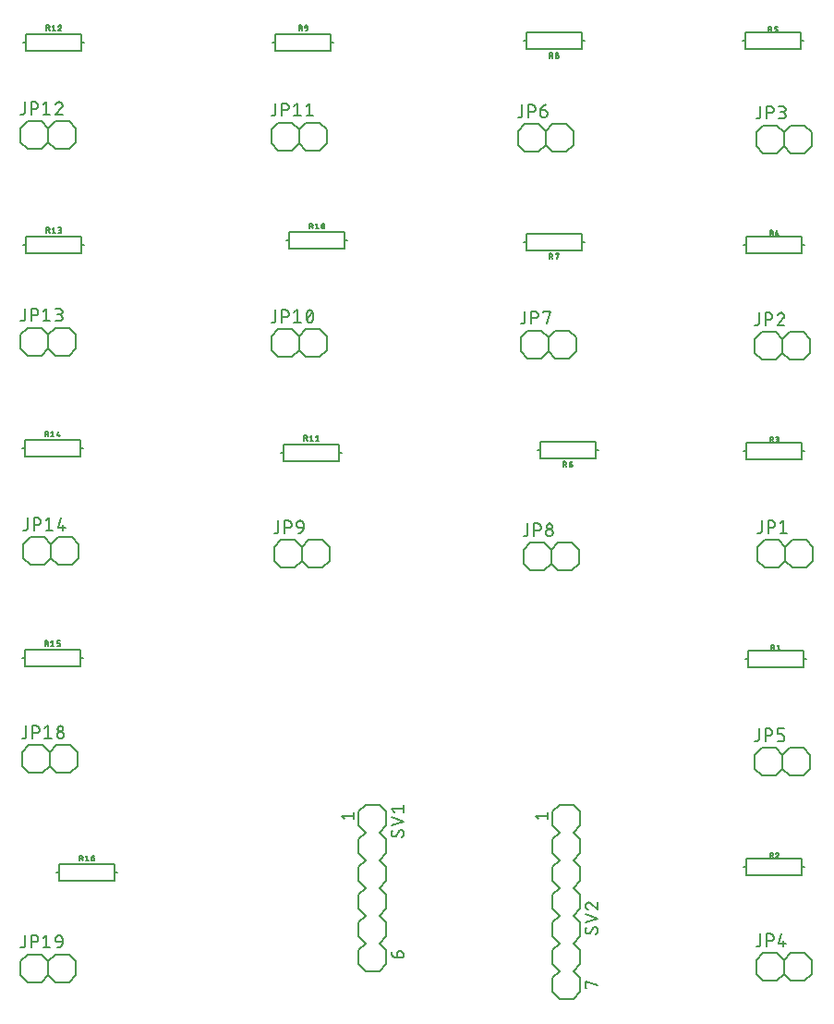
<source format=gbr>
G04 EAGLE Gerber RS-274X export*
G75*
%MOMM*%
%FSLAX34Y34*%
%LPD*%
%INSilkscreen Top*%
%IPPOS*%
%AMOC8*
5,1,8,0,0,1.08239X$1,22.5*%
G01*
%ADD10C,0.152400*%
%ADD11C,0.127000*%
%ADD12C,0.203200*%


D10*
X765810Y509270D02*
X778510Y509270D01*
X784860Y502920D01*
X784860Y490220D01*
X778510Y483870D01*
X759460Y490220D02*
X759460Y502920D01*
X765810Y509270D01*
X759460Y490220D02*
X765810Y483870D01*
X778510Y483870D01*
X784860Y502920D02*
X791210Y509270D01*
X803910Y509270D01*
X810260Y502920D01*
X810260Y490220D01*
X803910Y483870D01*
X791210Y483870D01*
X784860Y490220D01*
D11*
X763143Y518033D02*
X763143Y526923D01*
X763143Y518033D02*
X763141Y517933D01*
X763135Y517834D01*
X763125Y517734D01*
X763112Y517636D01*
X763094Y517537D01*
X763073Y517440D01*
X763048Y517344D01*
X763019Y517248D01*
X762986Y517154D01*
X762950Y517061D01*
X762910Y516970D01*
X762866Y516880D01*
X762819Y516792D01*
X762769Y516706D01*
X762715Y516622D01*
X762658Y516540D01*
X762598Y516461D01*
X762534Y516383D01*
X762468Y516309D01*
X762399Y516237D01*
X762327Y516168D01*
X762253Y516102D01*
X762175Y516038D01*
X762096Y515978D01*
X762014Y515921D01*
X761930Y515867D01*
X761844Y515817D01*
X761756Y515770D01*
X761666Y515726D01*
X761575Y515686D01*
X761482Y515650D01*
X761388Y515617D01*
X761292Y515588D01*
X761196Y515563D01*
X761099Y515542D01*
X761000Y515524D01*
X760902Y515511D01*
X760802Y515501D01*
X760703Y515495D01*
X760603Y515493D01*
X759333Y515493D01*
X769123Y515493D02*
X769123Y526923D01*
X772298Y526923D01*
X772409Y526921D01*
X772519Y526915D01*
X772630Y526906D01*
X772740Y526892D01*
X772849Y526875D01*
X772958Y526854D01*
X773066Y526829D01*
X773173Y526800D01*
X773279Y526768D01*
X773384Y526732D01*
X773487Y526692D01*
X773589Y526649D01*
X773690Y526602D01*
X773789Y526551D01*
X773886Y526498D01*
X773980Y526441D01*
X774073Y526380D01*
X774164Y526317D01*
X774253Y526250D01*
X774339Y526180D01*
X774422Y526107D01*
X774504Y526032D01*
X774582Y525954D01*
X774657Y525872D01*
X774730Y525789D01*
X774800Y525703D01*
X774867Y525614D01*
X774930Y525523D01*
X774991Y525430D01*
X775048Y525335D01*
X775101Y525239D01*
X775152Y525140D01*
X775199Y525039D01*
X775242Y524937D01*
X775282Y524834D01*
X775318Y524729D01*
X775350Y524623D01*
X775379Y524516D01*
X775404Y524408D01*
X775425Y524299D01*
X775442Y524190D01*
X775456Y524080D01*
X775465Y523969D01*
X775471Y523859D01*
X775473Y523748D01*
X775471Y523637D01*
X775465Y523527D01*
X775456Y523416D01*
X775442Y523306D01*
X775425Y523197D01*
X775404Y523088D01*
X775379Y522980D01*
X775350Y522873D01*
X775318Y522767D01*
X775282Y522662D01*
X775242Y522559D01*
X775199Y522457D01*
X775152Y522356D01*
X775101Y522257D01*
X775048Y522160D01*
X774991Y522066D01*
X774930Y521973D01*
X774867Y521882D01*
X774800Y521793D01*
X774730Y521707D01*
X774657Y521624D01*
X774582Y521542D01*
X774504Y521464D01*
X774422Y521389D01*
X774339Y521316D01*
X774253Y521246D01*
X774164Y521179D01*
X774073Y521116D01*
X773980Y521055D01*
X773886Y520998D01*
X773789Y520945D01*
X773690Y520894D01*
X773589Y520847D01*
X773487Y520804D01*
X773384Y520764D01*
X773279Y520728D01*
X773173Y520696D01*
X773066Y520667D01*
X772958Y520642D01*
X772849Y520621D01*
X772740Y520604D01*
X772630Y520590D01*
X772519Y520581D01*
X772409Y520575D01*
X772298Y520573D01*
X769123Y520573D01*
X779982Y524383D02*
X783157Y526923D01*
X783157Y515493D01*
X779982Y515493D02*
X786332Y515493D01*
D10*
X332740Y702310D02*
X320040Y702310D01*
X332740Y702310D02*
X339090Y695960D01*
X339090Y683260D01*
X332740Y676910D01*
X313690Y683260D02*
X313690Y695960D01*
X320040Y702310D01*
X313690Y683260D02*
X320040Y676910D01*
X332740Y676910D01*
X339090Y695960D02*
X345440Y702310D01*
X358140Y702310D01*
X364490Y695960D01*
X364490Y683260D01*
X358140Y676910D01*
X345440Y676910D01*
X339090Y683260D01*
D11*
X317373Y711073D02*
X317373Y719963D01*
X317373Y711073D02*
X317371Y710973D01*
X317365Y710874D01*
X317355Y710774D01*
X317342Y710676D01*
X317324Y710577D01*
X317303Y710480D01*
X317278Y710384D01*
X317249Y710288D01*
X317216Y710194D01*
X317180Y710101D01*
X317140Y710010D01*
X317096Y709920D01*
X317049Y709832D01*
X316999Y709746D01*
X316945Y709662D01*
X316888Y709580D01*
X316828Y709501D01*
X316764Y709423D01*
X316698Y709349D01*
X316629Y709277D01*
X316557Y709208D01*
X316483Y709142D01*
X316405Y709078D01*
X316326Y709018D01*
X316244Y708961D01*
X316160Y708907D01*
X316074Y708857D01*
X315986Y708810D01*
X315896Y708766D01*
X315805Y708726D01*
X315712Y708690D01*
X315618Y708657D01*
X315522Y708628D01*
X315426Y708603D01*
X315329Y708582D01*
X315230Y708564D01*
X315132Y708551D01*
X315032Y708541D01*
X314933Y708535D01*
X314833Y708533D01*
X313563Y708533D01*
X323353Y708533D02*
X323353Y719963D01*
X326528Y719963D01*
X326639Y719961D01*
X326749Y719955D01*
X326860Y719946D01*
X326970Y719932D01*
X327079Y719915D01*
X327188Y719894D01*
X327296Y719869D01*
X327403Y719840D01*
X327509Y719808D01*
X327614Y719772D01*
X327717Y719732D01*
X327819Y719689D01*
X327920Y719642D01*
X328019Y719591D01*
X328116Y719538D01*
X328210Y719481D01*
X328303Y719420D01*
X328394Y719357D01*
X328483Y719290D01*
X328569Y719220D01*
X328652Y719147D01*
X328734Y719072D01*
X328812Y718994D01*
X328887Y718912D01*
X328960Y718829D01*
X329030Y718743D01*
X329097Y718654D01*
X329160Y718563D01*
X329221Y718470D01*
X329278Y718375D01*
X329331Y718279D01*
X329382Y718180D01*
X329429Y718079D01*
X329472Y717977D01*
X329512Y717874D01*
X329548Y717769D01*
X329580Y717663D01*
X329609Y717556D01*
X329634Y717448D01*
X329655Y717339D01*
X329672Y717230D01*
X329686Y717120D01*
X329695Y717009D01*
X329701Y716899D01*
X329703Y716788D01*
X329701Y716677D01*
X329695Y716567D01*
X329686Y716456D01*
X329672Y716346D01*
X329655Y716237D01*
X329634Y716128D01*
X329609Y716020D01*
X329580Y715913D01*
X329548Y715807D01*
X329512Y715702D01*
X329472Y715599D01*
X329429Y715497D01*
X329382Y715396D01*
X329331Y715297D01*
X329278Y715201D01*
X329221Y715106D01*
X329160Y715013D01*
X329097Y714922D01*
X329030Y714833D01*
X328960Y714747D01*
X328887Y714664D01*
X328812Y714582D01*
X328734Y714504D01*
X328652Y714429D01*
X328569Y714356D01*
X328483Y714286D01*
X328394Y714219D01*
X328303Y714156D01*
X328210Y714095D01*
X328116Y714038D01*
X328019Y713985D01*
X327920Y713934D01*
X327819Y713887D01*
X327717Y713844D01*
X327614Y713804D01*
X327509Y713768D01*
X327403Y713736D01*
X327296Y713707D01*
X327188Y713682D01*
X327079Y713661D01*
X326970Y713644D01*
X326860Y713630D01*
X326749Y713621D01*
X326639Y713615D01*
X326528Y713613D01*
X323353Y713613D01*
X334212Y717423D02*
X337387Y719963D01*
X337387Y708533D01*
X334212Y708533D02*
X340562Y708533D01*
X345642Y714248D02*
X345645Y714473D01*
X345653Y714698D01*
X345666Y714922D01*
X345685Y715146D01*
X345709Y715370D01*
X345738Y715593D01*
X345773Y715815D01*
X345813Y716036D01*
X345859Y716256D01*
X345909Y716475D01*
X345965Y716693D01*
X346026Y716910D01*
X346092Y717125D01*
X346163Y717338D01*
X346240Y717549D01*
X346321Y717759D01*
X346407Y717967D01*
X346498Y718172D01*
X346594Y718375D01*
X346594Y718376D02*
X346626Y718464D01*
X346662Y718551D01*
X346701Y718637D01*
X346744Y718721D01*
X346790Y718803D01*
X346839Y718883D01*
X346891Y718961D01*
X346947Y719037D01*
X347005Y719111D01*
X347067Y719182D01*
X347131Y719251D01*
X347198Y719317D01*
X347267Y719380D01*
X347339Y719441D01*
X347413Y719499D01*
X347490Y719553D01*
X347568Y719605D01*
X347649Y719653D01*
X347731Y719698D01*
X347816Y719740D01*
X347902Y719778D01*
X347989Y719813D01*
X348077Y719845D01*
X348167Y719872D01*
X348258Y719897D01*
X348350Y719917D01*
X348442Y719934D01*
X348536Y719947D01*
X348629Y719956D01*
X348723Y719962D01*
X348817Y719964D01*
X348911Y719962D01*
X349005Y719956D01*
X349098Y719947D01*
X349192Y719934D01*
X349284Y719917D01*
X349376Y719897D01*
X349467Y719872D01*
X349557Y719845D01*
X349645Y719813D01*
X349732Y719778D01*
X349818Y719740D01*
X349903Y719698D01*
X349985Y719653D01*
X350066Y719605D01*
X350144Y719553D01*
X350221Y719499D01*
X350295Y719441D01*
X350367Y719380D01*
X350436Y719317D01*
X350503Y719251D01*
X350567Y719182D01*
X350629Y719111D01*
X350687Y719037D01*
X350743Y718961D01*
X350795Y718883D01*
X350844Y718803D01*
X350890Y718721D01*
X350933Y718637D01*
X350972Y718551D01*
X351008Y718464D01*
X351040Y718376D01*
X351040Y718375D02*
X351136Y718172D01*
X351227Y717967D01*
X351313Y717759D01*
X351394Y717549D01*
X351471Y717338D01*
X351542Y717125D01*
X351608Y716910D01*
X351669Y716693D01*
X351725Y716475D01*
X351775Y716256D01*
X351821Y716036D01*
X351861Y715815D01*
X351896Y715593D01*
X351925Y715370D01*
X351949Y715146D01*
X351968Y714922D01*
X351981Y714698D01*
X351989Y714473D01*
X351992Y714248D01*
X345642Y714248D02*
X345645Y714023D01*
X345653Y713798D01*
X345666Y713574D01*
X345685Y713350D01*
X345709Y713126D01*
X345738Y712903D01*
X345773Y712681D01*
X345813Y712460D01*
X345859Y712240D01*
X345909Y712021D01*
X345965Y711803D01*
X346026Y711586D01*
X346092Y711371D01*
X346163Y711158D01*
X346240Y710947D01*
X346321Y710737D01*
X346407Y710529D01*
X346498Y710324D01*
X346594Y710121D01*
X346626Y710033D01*
X346662Y709946D01*
X346701Y709860D01*
X346744Y709776D01*
X346790Y709694D01*
X346839Y709614D01*
X346891Y709536D01*
X346947Y709460D01*
X347005Y709386D01*
X347067Y709315D01*
X347131Y709246D01*
X347198Y709180D01*
X347267Y709117D01*
X347339Y709056D01*
X347413Y708998D01*
X347490Y708944D01*
X347568Y708892D01*
X347649Y708844D01*
X347731Y708799D01*
X347816Y708757D01*
X347902Y708719D01*
X347989Y708684D01*
X348077Y708652D01*
X348167Y708625D01*
X348258Y708600D01*
X348350Y708580D01*
X348442Y708563D01*
X348536Y708550D01*
X348629Y708541D01*
X348723Y708535D01*
X348817Y708533D01*
X351040Y710121D02*
X351136Y710324D01*
X351227Y710529D01*
X351313Y710737D01*
X351394Y710947D01*
X351471Y711158D01*
X351542Y711371D01*
X351608Y711586D01*
X351669Y711803D01*
X351725Y712021D01*
X351775Y712240D01*
X351821Y712460D01*
X351861Y712681D01*
X351896Y712903D01*
X351925Y713126D01*
X351949Y713350D01*
X351968Y713574D01*
X351981Y713798D01*
X351989Y714023D01*
X351992Y714248D01*
X351040Y710121D02*
X351008Y710033D01*
X350972Y709946D01*
X350933Y709860D01*
X350890Y709776D01*
X350844Y709694D01*
X350795Y709614D01*
X350743Y709536D01*
X350687Y709460D01*
X350629Y709386D01*
X350567Y709315D01*
X350503Y709246D01*
X350436Y709180D01*
X350367Y709117D01*
X350295Y709056D01*
X350221Y708998D01*
X350144Y708944D01*
X350066Y708892D01*
X349985Y708844D01*
X349903Y708799D01*
X349818Y708757D01*
X349732Y708719D01*
X349645Y708684D01*
X349557Y708652D01*
X349467Y708625D01*
X349376Y708600D01*
X349284Y708580D01*
X349192Y708563D01*
X349098Y708550D01*
X349005Y708541D01*
X348911Y708535D01*
X348817Y708533D01*
X346277Y711073D02*
X351357Y717423D01*
D10*
X332740Y891540D02*
X320040Y891540D01*
X332740Y891540D02*
X339090Y885190D01*
X339090Y872490D01*
X332740Y866140D01*
X313690Y872490D02*
X313690Y885190D01*
X320040Y891540D01*
X313690Y872490D02*
X320040Y866140D01*
X332740Y866140D01*
X339090Y885190D02*
X345440Y891540D01*
X358140Y891540D01*
X364490Y885190D01*
X364490Y872490D01*
X358140Y866140D01*
X345440Y866140D01*
X339090Y872490D01*
D11*
X317373Y900303D02*
X317373Y909193D01*
X317373Y900303D02*
X317371Y900203D01*
X317365Y900104D01*
X317355Y900004D01*
X317342Y899906D01*
X317324Y899807D01*
X317303Y899710D01*
X317278Y899614D01*
X317249Y899518D01*
X317216Y899424D01*
X317180Y899331D01*
X317140Y899240D01*
X317096Y899150D01*
X317049Y899062D01*
X316999Y898976D01*
X316945Y898892D01*
X316888Y898810D01*
X316828Y898731D01*
X316764Y898653D01*
X316698Y898579D01*
X316629Y898507D01*
X316557Y898438D01*
X316483Y898372D01*
X316405Y898308D01*
X316326Y898248D01*
X316244Y898191D01*
X316160Y898137D01*
X316074Y898087D01*
X315986Y898040D01*
X315896Y897996D01*
X315805Y897956D01*
X315712Y897920D01*
X315618Y897887D01*
X315522Y897858D01*
X315426Y897833D01*
X315329Y897812D01*
X315230Y897794D01*
X315132Y897781D01*
X315032Y897771D01*
X314933Y897765D01*
X314833Y897763D01*
X313563Y897763D01*
X323353Y897763D02*
X323353Y909193D01*
X326528Y909193D01*
X326639Y909191D01*
X326749Y909185D01*
X326860Y909176D01*
X326970Y909162D01*
X327079Y909145D01*
X327188Y909124D01*
X327296Y909099D01*
X327403Y909070D01*
X327509Y909038D01*
X327614Y909002D01*
X327717Y908962D01*
X327819Y908919D01*
X327920Y908872D01*
X328019Y908821D01*
X328116Y908768D01*
X328210Y908711D01*
X328303Y908650D01*
X328394Y908587D01*
X328483Y908520D01*
X328569Y908450D01*
X328652Y908377D01*
X328734Y908302D01*
X328812Y908224D01*
X328887Y908142D01*
X328960Y908059D01*
X329030Y907973D01*
X329097Y907884D01*
X329160Y907793D01*
X329221Y907700D01*
X329278Y907605D01*
X329331Y907509D01*
X329382Y907410D01*
X329429Y907309D01*
X329472Y907207D01*
X329512Y907104D01*
X329548Y906999D01*
X329580Y906893D01*
X329609Y906786D01*
X329634Y906678D01*
X329655Y906569D01*
X329672Y906460D01*
X329686Y906350D01*
X329695Y906239D01*
X329701Y906129D01*
X329703Y906018D01*
X329701Y905907D01*
X329695Y905797D01*
X329686Y905686D01*
X329672Y905576D01*
X329655Y905467D01*
X329634Y905358D01*
X329609Y905250D01*
X329580Y905143D01*
X329548Y905037D01*
X329512Y904932D01*
X329472Y904829D01*
X329429Y904727D01*
X329382Y904626D01*
X329331Y904527D01*
X329278Y904431D01*
X329221Y904336D01*
X329160Y904243D01*
X329097Y904152D01*
X329030Y904063D01*
X328960Y903977D01*
X328887Y903894D01*
X328812Y903812D01*
X328734Y903734D01*
X328652Y903659D01*
X328569Y903586D01*
X328483Y903516D01*
X328394Y903449D01*
X328303Y903386D01*
X328210Y903325D01*
X328116Y903268D01*
X328019Y903215D01*
X327920Y903164D01*
X327819Y903117D01*
X327717Y903074D01*
X327614Y903034D01*
X327509Y902998D01*
X327403Y902966D01*
X327296Y902937D01*
X327188Y902912D01*
X327079Y902891D01*
X326970Y902874D01*
X326860Y902860D01*
X326749Y902851D01*
X326639Y902845D01*
X326528Y902843D01*
X323353Y902843D01*
X334212Y906653D02*
X337387Y909193D01*
X337387Y897763D01*
X334212Y897763D02*
X340562Y897763D01*
X345642Y906653D02*
X348817Y909193D01*
X348817Y897763D01*
X345642Y897763D02*
X351992Y897763D01*
D10*
X102870Y892810D02*
X90170Y892810D01*
X102870Y892810D02*
X109220Y886460D01*
X109220Y873760D01*
X102870Y867410D01*
X83820Y873760D02*
X83820Y886460D01*
X90170Y892810D01*
X83820Y873760D02*
X90170Y867410D01*
X102870Y867410D01*
X109220Y886460D02*
X115570Y892810D01*
X128270Y892810D01*
X134620Y886460D01*
X134620Y873760D01*
X128270Y867410D01*
X115570Y867410D01*
X109220Y873760D01*
D11*
X87503Y901573D02*
X87503Y910463D01*
X87503Y901573D02*
X87501Y901473D01*
X87495Y901374D01*
X87485Y901274D01*
X87472Y901176D01*
X87454Y901077D01*
X87433Y900980D01*
X87408Y900884D01*
X87379Y900788D01*
X87346Y900694D01*
X87310Y900601D01*
X87270Y900510D01*
X87226Y900420D01*
X87179Y900332D01*
X87129Y900246D01*
X87075Y900162D01*
X87018Y900080D01*
X86958Y900001D01*
X86894Y899923D01*
X86828Y899849D01*
X86759Y899777D01*
X86687Y899708D01*
X86613Y899642D01*
X86535Y899578D01*
X86456Y899518D01*
X86374Y899461D01*
X86290Y899407D01*
X86204Y899357D01*
X86116Y899310D01*
X86026Y899266D01*
X85935Y899226D01*
X85842Y899190D01*
X85748Y899157D01*
X85652Y899128D01*
X85556Y899103D01*
X85459Y899082D01*
X85360Y899064D01*
X85262Y899051D01*
X85162Y899041D01*
X85063Y899035D01*
X84963Y899033D01*
X83693Y899033D01*
X93483Y899033D02*
X93483Y910463D01*
X96658Y910463D01*
X96769Y910461D01*
X96879Y910455D01*
X96990Y910446D01*
X97100Y910432D01*
X97209Y910415D01*
X97318Y910394D01*
X97426Y910369D01*
X97533Y910340D01*
X97639Y910308D01*
X97744Y910272D01*
X97847Y910232D01*
X97949Y910189D01*
X98050Y910142D01*
X98149Y910091D01*
X98246Y910038D01*
X98340Y909981D01*
X98433Y909920D01*
X98524Y909857D01*
X98613Y909790D01*
X98699Y909720D01*
X98782Y909647D01*
X98864Y909572D01*
X98942Y909494D01*
X99017Y909412D01*
X99090Y909329D01*
X99160Y909243D01*
X99227Y909154D01*
X99290Y909063D01*
X99351Y908970D01*
X99408Y908875D01*
X99461Y908779D01*
X99512Y908680D01*
X99559Y908579D01*
X99602Y908477D01*
X99642Y908374D01*
X99678Y908269D01*
X99710Y908163D01*
X99739Y908056D01*
X99764Y907948D01*
X99785Y907839D01*
X99802Y907730D01*
X99816Y907620D01*
X99825Y907509D01*
X99831Y907399D01*
X99833Y907288D01*
X99831Y907177D01*
X99825Y907067D01*
X99816Y906956D01*
X99802Y906846D01*
X99785Y906737D01*
X99764Y906628D01*
X99739Y906520D01*
X99710Y906413D01*
X99678Y906307D01*
X99642Y906202D01*
X99602Y906099D01*
X99559Y905997D01*
X99512Y905896D01*
X99461Y905797D01*
X99408Y905701D01*
X99351Y905606D01*
X99290Y905513D01*
X99227Y905422D01*
X99160Y905333D01*
X99090Y905247D01*
X99017Y905164D01*
X98942Y905082D01*
X98864Y905004D01*
X98782Y904929D01*
X98699Y904856D01*
X98613Y904786D01*
X98524Y904719D01*
X98433Y904656D01*
X98340Y904595D01*
X98245Y904538D01*
X98149Y904485D01*
X98050Y904434D01*
X97949Y904387D01*
X97847Y904344D01*
X97744Y904304D01*
X97639Y904268D01*
X97533Y904236D01*
X97426Y904207D01*
X97318Y904182D01*
X97209Y904161D01*
X97100Y904144D01*
X96990Y904130D01*
X96879Y904121D01*
X96769Y904115D01*
X96658Y904113D01*
X93483Y904113D01*
X104342Y907923D02*
X107517Y910463D01*
X107517Y899033D01*
X104342Y899033D02*
X110692Y899033D01*
X122122Y907606D02*
X122120Y907710D01*
X122114Y907815D01*
X122105Y907919D01*
X122092Y908022D01*
X122074Y908125D01*
X122054Y908227D01*
X122029Y908329D01*
X122001Y908429D01*
X121969Y908529D01*
X121933Y908627D01*
X121894Y908724D01*
X121852Y908819D01*
X121806Y908913D01*
X121756Y909005D01*
X121704Y909095D01*
X121648Y909183D01*
X121588Y909269D01*
X121526Y909353D01*
X121461Y909434D01*
X121393Y909513D01*
X121321Y909590D01*
X121248Y909663D01*
X121171Y909735D01*
X121092Y909803D01*
X121011Y909868D01*
X120927Y909930D01*
X120841Y909990D01*
X120753Y910046D01*
X120663Y910098D01*
X120571Y910148D01*
X120477Y910194D01*
X120382Y910236D01*
X120285Y910275D01*
X120187Y910311D01*
X120087Y910343D01*
X119987Y910371D01*
X119885Y910396D01*
X119783Y910416D01*
X119680Y910434D01*
X119577Y910447D01*
X119473Y910456D01*
X119368Y910462D01*
X119264Y910464D01*
X119264Y910463D02*
X119146Y910461D01*
X119027Y910455D01*
X118909Y910446D01*
X118792Y910433D01*
X118675Y910415D01*
X118558Y910395D01*
X118442Y910370D01*
X118327Y910342D01*
X118214Y910309D01*
X118101Y910274D01*
X117989Y910234D01*
X117879Y910192D01*
X117770Y910145D01*
X117662Y910095D01*
X117557Y910042D01*
X117453Y909985D01*
X117351Y909925D01*
X117251Y909862D01*
X117153Y909795D01*
X117057Y909726D01*
X116964Y909653D01*
X116873Y909577D01*
X116784Y909499D01*
X116698Y909417D01*
X116615Y909333D01*
X116534Y909247D01*
X116457Y909157D01*
X116382Y909066D01*
X116310Y908972D01*
X116241Y908875D01*
X116176Y908777D01*
X116113Y908676D01*
X116054Y908573D01*
X115998Y908469D01*
X115946Y908363D01*
X115897Y908255D01*
X115852Y908146D01*
X115810Y908035D01*
X115772Y907923D01*
X121170Y905384D02*
X121246Y905459D01*
X121321Y905538D01*
X121392Y905619D01*
X121461Y905703D01*
X121526Y905789D01*
X121588Y905877D01*
X121648Y905967D01*
X121704Y906059D01*
X121757Y906154D01*
X121806Y906250D01*
X121852Y906348D01*
X121895Y906447D01*
X121934Y906548D01*
X121969Y906650D01*
X122001Y906753D01*
X122029Y906857D01*
X122054Y906962D01*
X122075Y907069D01*
X122092Y907175D01*
X122105Y907282D01*
X122114Y907390D01*
X122120Y907498D01*
X122122Y907606D01*
X121169Y905383D02*
X115772Y899033D01*
X122122Y899033D01*
D10*
X102870Y703580D02*
X90170Y703580D01*
X102870Y703580D02*
X109220Y697230D01*
X109220Y684530D01*
X102870Y678180D01*
X83820Y684530D02*
X83820Y697230D01*
X90170Y703580D01*
X83820Y684530D02*
X90170Y678180D01*
X102870Y678180D01*
X109220Y697230D02*
X115570Y703580D01*
X128270Y703580D01*
X134620Y697230D01*
X134620Y684530D01*
X128270Y678180D01*
X115570Y678180D01*
X109220Y684530D01*
D11*
X87503Y712343D02*
X87503Y721233D01*
X87503Y712343D02*
X87501Y712243D01*
X87495Y712144D01*
X87485Y712044D01*
X87472Y711946D01*
X87454Y711847D01*
X87433Y711750D01*
X87408Y711654D01*
X87379Y711558D01*
X87346Y711464D01*
X87310Y711371D01*
X87270Y711280D01*
X87226Y711190D01*
X87179Y711102D01*
X87129Y711016D01*
X87075Y710932D01*
X87018Y710850D01*
X86958Y710771D01*
X86894Y710693D01*
X86828Y710619D01*
X86759Y710547D01*
X86687Y710478D01*
X86613Y710412D01*
X86535Y710348D01*
X86456Y710288D01*
X86374Y710231D01*
X86290Y710177D01*
X86204Y710127D01*
X86116Y710080D01*
X86026Y710036D01*
X85935Y709996D01*
X85842Y709960D01*
X85748Y709927D01*
X85652Y709898D01*
X85556Y709873D01*
X85459Y709852D01*
X85360Y709834D01*
X85262Y709821D01*
X85162Y709811D01*
X85063Y709805D01*
X84963Y709803D01*
X83693Y709803D01*
X93483Y709803D02*
X93483Y721233D01*
X96658Y721233D01*
X96769Y721231D01*
X96879Y721225D01*
X96990Y721216D01*
X97100Y721202D01*
X97209Y721185D01*
X97318Y721164D01*
X97426Y721139D01*
X97533Y721110D01*
X97639Y721078D01*
X97744Y721042D01*
X97847Y721002D01*
X97949Y720959D01*
X98050Y720912D01*
X98149Y720861D01*
X98246Y720808D01*
X98340Y720751D01*
X98433Y720690D01*
X98524Y720627D01*
X98613Y720560D01*
X98699Y720490D01*
X98782Y720417D01*
X98864Y720342D01*
X98942Y720264D01*
X99017Y720182D01*
X99090Y720099D01*
X99160Y720013D01*
X99227Y719924D01*
X99290Y719833D01*
X99351Y719740D01*
X99408Y719645D01*
X99461Y719549D01*
X99512Y719450D01*
X99559Y719349D01*
X99602Y719247D01*
X99642Y719144D01*
X99678Y719039D01*
X99710Y718933D01*
X99739Y718826D01*
X99764Y718718D01*
X99785Y718609D01*
X99802Y718500D01*
X99816Y718390D01*
X99825Y718279D01*
X99831Y718169D01*
X99833Y718058D01*
X99831Y717947D01*
X99825Y717837D01*
X99816Y717726D01*
X99802Y717616D01*
X99785Y717507D01*
X99764Y717398D01*
X99739Y717290D01*
X99710Y717183D01*
X99678Y717077D01*
X99642Y716972D01*
X99602Y716869D01*
X99559Y716767D01*
X99512Y716666D01*
X99461Y716567D01*
X99408Y716471D01*
X99351Y716376D01*
X99290Y716283D01*
X99227Y716192D01*
X99160Y716103D01*
X99090Y716017D01*
X99017Y715934D01*
X98942Y715852D01*
X98864Y715774D01*
X98782Y715699D01*
X98699Y715626D01*
X98613Y715556D01*
X98524Y715489D01*
X98433Y715426D01*
X98340Y715365D01*
X98245Y715308D01*
X98149Y715255D01*
X98050Y715204D01*
X97949Y715157D01*
X97847Y715114D01*
X97744Y715074D01*
X97639Y715038D01*
X97533Y715006D01*
X97426Y714977D01*
X97318Y714952D01*
X97209Y714931D01*
X97100Y714914D01*
X96990Y714900D01*
X96879Y714891D01*
X96769Y714885D01*
X96658Y714883D01*
X93483Y714883D01*
X104342Y718693D02*
X107517Y721233D01*
X107517Y709803D01*
X104342Y709803D02*
X110692Y709803D01*
X115772Y709803D02*
X118947Y709803D01*
X119058Y709805D01*
X119168Y709811D01*
X119279Y709820D01*
X119389Y709834D01*
X119498Y709851D01*
X119607Y709872D01*
X119715Y709897D01*
X119822Y709926D01*
X119928Y709958D01*
X120033Y709994D01*
X120136Y710034D01*
X120238Y710077D01*
X120339Y710124D01*
X120438Y710175D01*
X120534Y710228D01*
X120629Y710285D01*
X120722Y710346D01*
X120813Y710409D01*
X120902Y710476D01*
X120988Y710546D01*
X121071Y710619D01*
X121153Y710694D01*
X121231Y710772D01*
X121306Y710854D01*
X121379Y710937D01*
X121449Y711023D01*
X121516Y711112D01*
X121579Y711203D01*
X121640Y711296D01*
X121697Y711391D01*
X121750Y711487D01*
X121801Y711586D01*
X121848Y711687D01*
X121891Y711789D01*
X121931Y711892D01*
X121967Y711997D01*
X121999Y712103D01*
X122028Y712210D01*
X122053Y712318D01*
X122074Y712427D01*
X122091Y712536D01*
X122105Y712646D01*
X122114Y712757D01*
X122120Y712867D01*
X122122Y712978D01*
X122120Y713089D01*
X122114Y713199D01*
X122105Y713310D01*
X122091Y713420D01*
X122074Y713529D01*
X122053Y713638D01*
X122028Y713746D01*
X121999Y713853D01*
X121967Y713959D01*
X121931Y714064D01*
X121891Y714167D01*
X121848Y714269D01*
X121801Y714370D01*
X121750Y714469D01*
X121697Y714565D01*
X121640Y714660D01*
X121579Y714753D01*
X121516Y714844D01*
X121449Y714933D01*
X121379Y715019D01*
X121306Y715102D01*
X121231Y715184D01*
X121153Y715262D01*
X121071Y715337D01*
X120988Y715410D01*
X120902Y715480D01*
X120813Y715547D01*
X120722Y715610D01*
X120629Y715671D01*
X120535Y715728D01*
X120438Y715781D01*
X120339Y715832D01*
X120238Y715879D01*
X120136Y715922D01*
X120033Y715962D01*
X119928Y715998D01*
X119822Y716030D01*
X119715Y716059D01*
X119607Y716084D01*
X119498Y716105D01*
X119389Y716122D01*
X119279Y716136D01*
X119168Y716145D01*
X119058Y716151D01*
X118947Y716153D01*
X119582Y721233D02*
X115772Y721233D01*
X119582Y721233D02*
X119682Y721231D01*
X119781Y721225D01*
X119881Y721215D01*
X119979Y721202D01*
X120078Y721184D01*
X120175Y721163D01*
X120271Y721138D01*
X120367Y721109D01*
X120461Y721076D01*
X120554Y721040D01*
X120645Y721000D01*
X120735Y720956D01*
X120823Y720909D01*
X120909Y720859D01*
X120993Y720805D01*
X121075Y720748D01*
X121154Y720688D01*
X121232Y720624D01*
X121306Y720558D01*
X121378Y720489D01*
X121447Y720417D01*
X121513Y720343D01*
X121577Y720265D01*
X121637Y720186D01*
X121694Y720104D01*
X121748Y720020D01*
X121798Y719934D01*
X121845Y719846D01*
X121889Y719756D01*
X121929Y719665D01*
X121965Y719572D01*
X121998Y719478D01*
X122027Y719382D01*
X122052Y719286D01*
X122073Y719189D01*
X122091Y719090D01*
X122104Y718992D01*
X122114Y718892D01*
X122120Y718793D01*
X122122Y718693D01*
X122120Y718593D01*
X122114Y718494D01*
X122104Y718394D01*
X122091Y718296D01*
X122073Y718197D01*
X122052Y718100D01*
X122027Y718004D01*
X121998Y717908D01*
X121965Y717814D01*
X121929Y717721D01*
X121889Y717630D01*
X121845Y717540D01*
X121798Y717452D01*
X121748Y717366D01*
X121694Y717282D01*
X121637Y717200D01*
X121577Y717121D01*
X121513Y717043D01*
X121447Y716969D01*
X121378Y716897D01*
X121306Y716828D01*
X121232Y716762D01*
X121154Y716698D01*
X121075Y716638D01*
X120993Y716581D01*
X120909Y716527D01*
X120823Y716477D01*
X120735Y716430D01*
X120645Y716386D01*
X120554Y716346D01*
X120461Y716310D01*
X120367Y716277D01*
X120271Y716248D01*
X120175Y716223D01*
X120078Y716202D01*
X119979Y716184D01*
X119881Y716171D01*
X119781Y716161D01*
X119682Y716155D01*
X119582Y716153D01*
X117042Y716153D01*
D10*
X105410Y511810D02*
X92710Y511810D01*
X105410Y511810D02*
X111760Y505460D01*
X111760Y492760D01*
X105410Y486410D01*
X86360Y492760D02*
X86360Y505460D01*
X92710Y511810D01*
X86360Y492760D02*
X92710Y486410D01*
X105410Y486410D01*
X111760Y505460D02*
X118110Y511810D01*
X130810Y511810D01*
X137160Y505460D01*
X137160Y492760D01*
X130810Y486410D01*
X118110Y486410D01*
X111760Y492760D01*
D11*
X90043Y520573D02*
X90043Y529463D01*
X90043Y520573D02*
X90041Y520473D01*
X90035Y520374D01*
X90025Y520274D01*
X90012Y520176D01*
X89994Y520077D01*
X89973Y519980D01*
X89948Y519884D01*
X89919Y519788D01*
X89886Y519694D01*
X89850Y519601D01*
X89810Y519510D01*
X89766Y519420D01*
X89719Y519332D01*
X89669Y519246D01*
X89615Y519162D01*
X89558Y519080D01*
X89498Y519001D01*
X89434Y518923D01*
X89368Y518849D01*
X89299Y518777D01*
X89227Y518708D01*
X89153Y518642D01*
X89075Y518578D01*
X88996Y518518D01*
X88914Y518461D01*
X88830Y518407D01*
X88744Y518357D01*
X88656Y518310D01*
X88566Y518266D01*
X88475Y518226D01*
X88382Y518190D01*
X88288Y518157D01*
X88192Y518128D01*
X88096Y518103D01*
X87999Y518082D01*
X87900Y518064D01*
X87802Y518051D01*
X87702Y518041D01*
X87603Y518035D01*
X87503Y518033D01*
X86233Y518033D01*
X96023Y518033D02*
X96023Y529463D01*
X99198Y529463D01*
X99309Y529461D01*
X99419Y529455D01*
X99530Y529446D01*
X99640Y529432D01*
X99749Y529415D01*
X99858Y529394D01*
X99966Y529369D01*
X100073Y529340D01*
X100179Y529308D01*
X100284Y529272D01*
X100387Y529232D01*
X100489Y529189D01*
X100590Y529142D01*
X100689Y529091D01*
X100786Y529038D01*
X100880Y528981D01*
X100973Y528920D01*
X101064Y528857D01*
X101153Y528790D01*
X101239Y528720D01*
X101322Y528647D01*
X101404Y528572D01*
X101482Y528494D01*
X101557Y528412D01*
X101630Y528329D01*
X101700Y528243D01*
X101767Y528154D01*
X101830Y528063D01*
X101891Y527970D01*
X101948Y527875D01*
X102001Y527779D01*
X102052Y527680D01*
X102099Y527579D01*
X102142Y527477D01*
X102182Y527374D01*
X102218Y527269D01*
X102250Y527163D01*
X102279Y527056D01*
X102304Y526948D01*
X102325Y526839D01*
X102342Y526730D01*
X102356Y526620D01*
X102365Y526509D01*
X102371Y526399D01*
X102373Y526288D01*
X102371Y526177D01*
X102365Y526067D01*
X102356Y525956D01*
X102342Y525846D01*
X102325Y525737D01*
X102304Y525628D01*
X102279Y525520D01*
X102250Y525413D01*
X102218Y525307D01*
X102182Y525202D01*
X102142Y525099D01*
X102099Y524997D01*
X102052Y524896D01*
X102001Y524797D01*
X101948Y524701D01*
X101891Y524606D01*
X101830Y524513D01*
X101767Y524422D01*
X101700Y524333D01*
X101630Y524247D01*
X101557Y524164D01*
X101482Y524082D01*
X101404Y524004D01*
X101322Y523929D01*
X101239Y523856D01*
X101153Y523786D01*
X101064Y523719D01*
X100973Y523656D01*
X100880Y523595D01*
X100785Y523538D01*
X100689Y523485D01*
X100590Y523434D01*
X100489Y523387D01*
X100387Y523344D01*
X100284Y523304D01*
X100179Y523268D01*
X100073Y523236D01*
X99966Y523207D01*
X99858Y523182D01*
X99749Y523161D01*
X99640Y523144D01*
X99530Y523130D01*
X99419Y523121D01*
X99309Y523115D01*
X99198Y523113D01*
X96023Y523113D01*
X106882Y526923D02*
X110057Y529463D01*
X110057Y518033D01*
X106882Y518033D02*
X113232Y518033D01*
X118312Y520573D02*
X120852Y529463D01*
X118312Y520573D02*
X124662Y520573D01*
X122757Y523113D02*
X122757Y518033D01*
D10*
X104140Y321310D02*
X91440Y321310D01*
X104140Y321310D02*
X110490Y314960D01*
X110490Y302260D01*
X104140Y295910D01*
X85090Y302260D02*
X85090Y314960D01*
X91440Y321310D01*
X85090Y302260D02*
X91440Y295910D01*
X104140Y295910D01*
X110490Y314960D02*
X116840Y321310D01*
X129540Y321310D01*
X135890Y314960D01*
X135890Y302260D01*
X129540Y295910D01*
X116840Y295910D01*
X110490Y302260D01*
D11*
X88773Y330073D02*
X88773Y338963D01*
X88773Y330073D02*
X88771Y329973D01*
X88765Y329874D01*
X88755Y329774D01*
X88742Y329676D01*
X88724Y329577D01*
X88703Y329480D01*
X88678Y329384D01*
X88649Y329288D01*
X88616Y329194D01*
X88580Y329101D01*
X88540Y329010D01*
X88496Y328920D01*
X88449Y328832D01*
X88399Y328746D01*
X88345Y328662D01*
X88288Y328580D01*
X88228Y328501D01*
X88164Y328423D01*
X88098Y328349D01*
X88029Y328277D01*
X87957Y328208D01*
X87883Y328142D01*
X87805Y328078D01*
X87726Y328018D01*
X87644Y327961D01*
X87560Y327907D01*
X87474Y327857D01*
X87386Y327810D01*
X87296Y327766D01*
X87205Y327726D01*
X87112Y327690D01*
X87018Y327657D01*
X86922Y327628D01*
X86826Y327603D01*
X86729Y327582D01*
X86630Y327564D01*
X86532Y327551D01*
X86432Y327541D01*
X86333Y327535D01*
X86233Y327533D01*
X84963Y327533D01*
X94753Y327533D02*
X94753Y338963D01*
X97928Y338963D01*
X98039Y338961D01*
X98149Y338955D01*
X98260Y338946D01*
X98370Y338932D01*
X98479Y338915D01*
X98588Y338894D01*
X98696Y338869D01*
X98803Y338840D01*
X98909Y338808D01*
X99014Y338772D01*
X99117Y338732D01*
X99219Y338689D01*
X99320Y338642D01*
X99419Y338591D01*
X99516Y338538D01*
X99610Y338481D01*
X99703Y338420D01*
X99794Y338357D01*
X99883Y338290D01*
X99969Y338220D01*
X100052Y338147D01*
X100134Y338072D01*
X100212Y337994D01*
X100287Y337912D01*
X100360Y337829D01*
X100430Y337743D01*
X100497Y337654D01*
X100560Y337563D01*
X100621Y337470D01*
X100678Y337375D01*
X100731Y337279D01*
X100782Y337180D01*
X100829Y337079D01*
X100872Y336977D01*
X100912Y336874D01*
X100948Y336769D01*
X100980Y336663D01*
X101009Y336556D01*
X101034Y336448D01*
X101055Y336339D01*
X101072Y336230D01*
X101086Y336120D01*
X101095Y336009D01*
X101101Y335899D01*
X101103Y335788D01*
X101101Y335677D01*
X101095Y335567D01*
X101086Y335456D01*
X101072Y335346D01*
X101055Y335237D01*
X101034Y335128D01*
X101009Y335020D01*
X100980Y334913D01*
X100948Y334807D01*
X100912Y334702D01*
X100872Y334599D01*
X100829Y334497D01*
X100782Y334396D01*
X100731Y334297D01*
X100678Y334200D01*
X100621Y334106D01*
X100560Y334013D01*
X100497Y333922D01*
X100430Y333833D01*
X100360Y333747D01*
X100287Y333664D01*
X100212Y333582D01*
X100134Y333504D01*
X100052Y333429D01*
X99969Y333356D01*
X99883Y333286D01*
X99794Y333219D01*
X99703Y333156D01*
X99610Y333095D01*
X99515Y333038D01*
X99419Y332985D01*
X99320Y332934D01*
X99219Y332887D01*
X99117Y332844D01*
X99014Y332804D01*
X98909Y332768D01*
X98803Y332736D01*
X98696Y332707D01*
X98588Y332682D01*
X98479Y332661D01*
X98370Y332644D01*
X98260Y332630D01*
X98149Y332621D01*
X98039Y332615D01*
X97928Y332613D01*
X94753Y332613D01*
X105612Y336423D02*
X108787Y338963D01*
X108787Y327533D01*
X105612Y327533D02*
X111962Y327533D01*
X117042Y330708D02*
X117044Y330819D01*
X117050Y330929D01*
X117059Y331040D01*
X117073Y331150D01*
X117090Y331259D01*
X117111Y331368D01*
X117136Y331476D01*
X117165Y331583D01*
X117197Y331689D01*
X117233Y331794D01*
X117273Y331897D01*
X117316Y331999D01*
X117363Y332100D01*
X117414Y332199D01*
X117467Y332296D01*
X117524Y332390D01*
X117585Y332483D01*
X117648Y332574D01*
X117715Y332663D01*
X117785Y332749D01*
X117858Y332832D01*
X117933Y332914D01*
X118011Y332992D01*
X118093Y333067D01*
X118176Y333140D01*
X118262Y333210D01*
X118351Y333277D01*
X118442Y333340D01*
X118535Y333401D01*
X118630Y333458D01*
X118726Y333511D01*
X118825Y333562D01*
X118926Y333609D01*
X119028Y333652D01*
X119131Y333692D01*
X119236Y333728D01*
X119342Y333760D01*
X119449Y333789D01*
X119557Y333814D01*
X119666Y333835D01*
X119775Y333852D01*
X119885Y333866D01*
X119996Y333875D01*
X120106Y333881D01*
X120217Y333883D01*
X120328Y333881D01*
X120438Y333875D01*
X120549Y333866D01*
X120659Y333852D01*
X120768Y333835D01*
X120877Y333814D01*
X120985Y333789D01*
X121092Y333760D01*
X121198Y333728D01*
X121303Y333692D01*
X121406Y333652D01*
X121508Y333609D01*
X121609Y333562D01*
X121708Y333511D01*
X121805Y333458D01*
X121899Y333401D01*
X121992Y333340D01*
X122083Y333277D01*
X122172Y333210D01*
X122258Y333140D01*
X122341Y333067D01*
X122423Y332992D01*
X122501Y332914D01*
X122576Y332832D01*
X122649Y332749D01*
X122719Y332663D01*
X122786Y332574D01*
X122849Y332483D01*
X122910Y332390D01*
X122967Y332296D01*
X123020Y332199D01*
X123071Y332100D01*
X123118Y331999D01*
X123161Y331897D01*
X123201Y331794D01*
X123237Y331689D01*
X123269Y331583D01*
X123298Y331476D01*
X123323Y331368D01*
X123344Y331259D01*
X123361Y331150D01*
X123375Y331040D01*
X123384Y330929D01*
X123390Y330819D01*
X123392Y330708D01*
X123390Y330597D01*
X123384Y330487D01*
X123375Y330376D01*
X123361Y330266D01*
X123344Y330157D01*
X123323Y330048D01*
X123298Y329940D01*
X123269Y329833D01*
X123237Y329727D01*
X123201Y329622D01*
X123161Y329519D01*
X123118Y329417D01*
X123071Y329316D01*
X123020Y329217D01*
X122967Y329120D01*
X122910Y329026D01*
X122849Y328933D01*
X122786Y328842D01*
X122719Y328753D01*
X122649Y328667D01*
X122576Y328584D01*
X122501Y328502D01*
X122423Y328424D01*
X122341Y328349D01*
X122258Y328276D01*
X122172Y328206D01*
X122083Y328139D01*
X121992Y328076D01*
X121899Y328015D01*
X121804Y327958D01*
X121708Y327905D01*
X121609Y327854D01*
X121508Y327807D01*
X121406Y327764D01*
X121303Y327724D01*
X121198Y327688D01*
X121092Y327656D01*
X120985Y327627D01*
X120877Y327602D01*
X120768Y327581D01*
X120659Y327564D01*
X120549Y327550D01*
X120438Y327541D01*
X120328Y327535D01*
X120217Y327533D01*
X120106Y327535D01*
X119996Y327541D01*
X119885Y327550D01*
X119775Y327564D01*
X119666Y327581D01*
X119557Y327602D01*
X119449Y327627D01*
X119342Y327656D01*
X119236Y327688D01*
X119131Y327724D01*
X119028Y327764D01*
X118926Y327807D01*
X118825Y327854D01*
X118726Y327905D01*
X118630Y327958D01*
X118535Y328015D01*
X118442Y328076D01*
X118351Y328139D01*
X118262Y328206D01*
X118176Y328276D01*
X118093Y328349D01*
X118011Y328424D01*
X117933Y328502D01*
X117858Y328584D01*
X117785Y328667D01*
X117715Y328753D01*
X117648Y328842D01*
X117585Y328933D01*
X117524Y329026D01*
X117467Y329121D01*
X117414Y329217D01*
X117363Y329316D01*
X117316Y329417D01*
X117273Y329519D01*
X117233Y329622D01*
X117197Y329727D01*
X117165Y329833D01*
X117136Y329940D01*
X117111Y330048D01*
X117090Y330157D01*
X117073Y330266D01*
X117059Y330376D01*
X117050Y330487D01*
X117044Y330597D01*
X117042Y330708D01*
X117677Y336423D02*
X117679Y336523D01*
X117685Y336622D01*
X117695Y336722D01*
X117708Y336820D01*
X117726Y336919D01*
X117747Y337016D01*
X117772Y337112D01*
X117801Y337208D01*
X117834Y337302D01*
X117870Y337395D01*
X117910Y337486D01*
X117954Y337576D01*
X118001Y337664D01*
X118051Y337750D01*
X118105Y337834D01*
X118162Y337916D01*
X118222Y337995D01*
X118286Y338073D01*
X118352Y338147D01*
X118421Y338219D01*
X118493Y338288D01*
X118567Y338354D01*
X118645Y338418D01*
X118724Y338478D01*
X118806Y338535D01*
X118890Y338589D01*
X118976Y338639D01*
X119064Y338686D01*
X119154Y338730D01*
X119245Y338770D01*
X119338Y338806D01*
X119432Y338839D01*
X119528Y338868D01*
X119624Y338893D01*
X119721Y338914D01*
X119820Y338932D01*
X119918Y338945D01*
X120018Y338955D01*
X120117Y338961D01*
X120217Y338963D01*
X120317Y338961D01*
X120416Y338955D01*
X120516Y338945D01*
X120614Y338932D01*
X120713Y338914D01*
X120810Y338893D01*
X120906Y338868D01*
X121002Y338839D01*
X121096Y338806D01*
X121189Y338770D01*
X121280Y338730D01*
X121370Y338686D01*
X121458Y338639D01*
X121544Y338589D01*
X121628Y338535D01*
X121710Y338478D01*
X121789Y338418D01*
X121867Y338354D01*
X121941Y338288D01*
X122013Y338219D01*
X122082Y338147D01*
X122148Y338073D01*
X122212Y337995D01*
X122272Y337916D01*
X122329Y337834D01*
X122383Y337750D01*
X122433Y337664D01*
X122480Y337576D01*
X122524Y337486D01*
X122564Y337395D01*
X122600Y337302D01*
X122633Y337208D01*
X122662Y337112D01*
X122687Y337016D01*
X122708Y336919D01*
X122726Y336820D01*
X122739Y336722D01*
X122749Y336622D01*
X122755Y336523D01*
X122757Y336423D01*
X122755Y336323D01*
X122749Y336224D01*
X122739Y336124D01*
X122726Y336026D01*
X122708Y335927D01*
X122687Y335830D01*
X122662Y335734D01*
X122633Y335638D01*
X122600Y335544D01*
X122564Y335451D01*
X122524Y335360D01*
X122480Y335270D01*
X122433Y335182D01*
X122383Y335096D01*
X122329Y335012D01*
X122272Y334930D01*
X122212Y334851D01*
X122148Y334773D01*
X122082Y334699D01*
X122013Y334627D01*
X121941Y334558D01*
X121867Y334492D01*
X121789Y334428D01*
X121710Y334368D01*
X121628Y334311D01*
X121544Y334257D01*
X121458Y334207D01*
X121370Y334160D01*
X121280Y334116D01*
X121189Y334076D01*
X121096Y334040D01*
X121002Y334007D01*
X120906Y333978D01*
X120810Y333953D01*
X120713Y333932D01*
X120614Y333914D01*
X120516Y333901D01*
X120416Y333891D01*
X120317Y333885D01*
X120217Y333883D01*
X120117Y333885D01*
X120018Y333891D01*
X119918Y333901D01*
X119820Y333914D01*
X119721Y333932D01*
X119624Y333953D01*
X119528Y333978D01*
X119432Y334007D01*
X119338Y334040D01*
X119245Y334076D01*
X119154Y334116D01*
X119064Y334160D01*
X118976Y334207D01*
X118890Y334257D01*
X118806Y334311D01*
X118724Y334368D01*
X118645Y334428D01*
X118567Y334492D01*
X118493Y334558D01*
X118421Y334627D01*
X118352Y334699D01*
X118286Y334773D01*
X118222Y334851D01*
X118162Y334930D01*
X118105Y335012D01*
X118051Y335096D01*
X118001Y335182D01*
X117954Y335270D01*
X117910Y335360D01*
X117870Y335451D01*
X117834Y335544D01*
X117801Y335638D01*
X117772Y335734D01*
X117747Y335830D01*
X117726Y335927D01*
X117708Y336026D01*
X117695Y336124D01*
X117685Y336224D01*
X117679Y336323D01*
X117677Y336423D01*
D10*
X102870Y129540D02*
X90170Y129540D01*
X102870Y129540D02*
X109220Y123190D01*
X109220Y110490D01*
X102870Y104140D01*
X83820Y110490D02*
X83820Y123190D01*
X90170Y129540D01*
X83820Y110490D02*
X90170Y104140D01*
X102870Y104140D01*
X109220Y123190D02*
X115570Y129540D01*
X128270Y129540D01*
X134620Y123190D01*
X134620Y110490D01*
X128270Y104140D01*
X115570Y104140D01*
X109220Y110490D01*
D11*
X87503Y138303D02*
X87503Y147193D01*
X87503Y138303D02*
X87501Y138203D01*
X87495Y138104D01*
X87485Y138004D01*
X87472Y137906D01*
X87454Y137807D01*
X87433Y137710D01*
X87408Y137614D01*
X87379Y137518D01*
X87346Y137424D01*
X87310Y137331D01*
X87270Y137240D01*
X87226Y137150D01*
X87179Y137062D01*
X87129Y136976D01*
X87075Y136892D01*
X87018Y136810D01*
X86958Y136731D01*
X86894Y136653D01*
X86828Y136579D01*
X86759Y136507D01*
X86687Y136438D01*
X86613Y136372D01*
X86535Y136308D01*
X86456Y136248D01*
X86374Y136191D01*
X86290Y136137D01*
X86204Y136087D01*
X86116Y136040D01*
X86026Y135996D01*
X85935Y135956D01*
X85842Y135920D01*
X85748Y135887D01*
X85652Y135858D01*
X85556Y135833D01*
X85459Y135812D01*
X85360Y135794D01*
X85262Y135781D01*
X85162Y135771D01*
X85063Y135765D01*
X84963Y135763D01*
X83693Y135763D01*
X93483Y135763D02*
X93483Y147193D01*
X96658Y147193D01*
X96769Y147191D01*
X96879Y147185D01*
X96990Y147176D01*
X97100Y147162D01*
X97209Y147145D01*
X97318Y147124D01*
X97426Y147099D01*
X97533Y147070D01*
X97639Y147038D01*
X97744Y147002D01*
X97847Y146962D01*
X97949Y146919D01*
X98050Y146872D01*
X98149Y146821D01*
X98246Y146768D01*
X98340Y146711D01*
X98433Y146650D01*
X98524Y146587D01*
X98613Y146520D01*
X98699Y146450D01*
X98782Y146377D01*
X98864Y146302D01*
X98942Y146224D01*
X99017Y146142D01*
X99090Y146059D01*
X99160Y145973D01*
X99227Y145884D01*
X99290Y145793D01*
X99351Y145700D01*
X99408Y145605D01*
X99461Y145509D01*
X99512Y145410D01*
X99559Y145309D01*
X99602Y145207D01*
X99642Y145104D01*
X99678Y144999D01*
X99710Y144893D01*
X99739Y144786D01*
X99764Y144678D01*
X99785Y144569D01*
X99802Y144460D01*
X99816Y144350D01*
X99825Y144239D01*
X99831Y144129D01*
X99833Y144018D01*
X99831Y143907D01*
X99825Y143797D01*
X99816Y143686D01*
X99802Y143576D01*
X99785Y143467D01*
X99764Y143358D01*
X99739Y143250D01*
X99710Y143143D01*
X99678Y143037D01*
X99642Y142932D01*
X99602Y142829D01*
X99559Y142727D01*
X99512Y142626D01*
X99461Y142527D01*
X99408Y142430D01*
X99351Y142336D01*
X99290Y142243D01*
X99227Y142152D01*
X99160Y142063D01*
X99090Y141977D01*
X99017Y141894D01*
X98942Y141812D01*
X98864Y141734D01*
X98782Y141659D01*
X98699Y141586D01*
X98613Y141516D01*
X98524Y141449D01*
X98433Y141386D01*
X98340Y141325D01*
X98245Y141268D01*
X98149Y141215D01*
X98050Y141164D01*
X97949Y141117D01*
X97847Y141074D01*
X97744Y141034D01*
X97639Y140998D01*
X97533Y140966D01*
X97426Y140937D01*
X97318Y140912D01*
X97209Y140891D01*
X97100Y140874D01*
X96990Y140860D01*
X96879Y140851D01*
X96769Y140845D01*
X96658Y140843D01*
X93483Y140843D01*
X104342Y144653D02*
X107517Y147193D01*
X107517Y135763D01*
X104342Y135763D02*
X110692Y135763D01*
X118312Y140843D02*
X122122Y140843D01*
X118312Y140843D02*
X118212Y140845D01*
X118113Y140851D01*
X118013Y140861D01*
X117915Y140874D01*
X117816Y140892D01*
X117719Y140913D01*
X117623Y140938D01*
X117527Y140967D01*
X117433Y141000D01*
X117340Y141036D01*
X117249Y141076D01*
X117159Y141120D01*
X117071Y141167D01*
X116985Y141217D01*
X116901Y141271D01*
X116819Y141328D01*
X116740Y141388D01*
X116662Y141452D01*
X116588Y141518D01*
X116516Y141587D01*
X116447Y141659D01*
X116381Y141733D01*
X116317Y141811D01*
X116257Y141890D01*
X116200Y141972D01*
X116146Y142056D01*
X116096Y142142D01*
X116049Y142230D01*
X116005Y142320D01*
X115965Y142411D01*
X115929Y142504D01*
X115896Y142598D01*
X115867Y142694D01*
X115842Y142790D01*
X115821Y142887D01*
X115803Y142986D01*
X115790Y143084D01*
X115780Y143184D01*
X115774Y143283D01*
X115772Y143383D01*
X115772Y144018D01*
X115774Y144129D01*
X115780Y144239D01*
X115789Y144350D01*
X115803Y144460D01*
X115820Y144569D01*
X115841Y144678D01*
X115866Y144786D01*
X115895Y144893D01*
X115927Y144999D01*
X115963Y145104D01*
X116003Y145207D01*
X116046Y145309D01*
X116093Y145410D01*
X116144Y145509D01*
X116197Y145606D01*
X116254Y145700D01*
X116315Y145793D01*
X116378Y145884D01*
X116445Y145973D01*
X116515Y146059D01*
X116588Y146142D01*
X116663Y146224D01*
X116741Y146302D01*
X116823Y146377D01*
X116906Y146450D01*
X116992Y146520D01*
X117081Y146587D01*
X117172Y146650D01*
X117265Y146711D01*
X117360Y146768D01*
X117456Y146821D01*
X117555Y146872D01*
X117656Y146919D01*
X117758Y146962D01*
X117861Y147002D01*
X117966Y147038D01*
X118072Y147070D01*
X118179Y147099D01*
X118287Y147124D01*
X118396Y147145D01*
X118505Y147162D01*
X118615Y147176D01*
X118726Y147185D01*
X118836Y147191D01*
X118947Y147193D01*
X119058Y147191D01*
X119168Y147185D01*
X119279Y147176D01*
X119389Y147162D01*
X119498Y147145D01*
X119607Y147124D01*
X119715Y147099D01*
X119822Y147070D01*
X119928Y147038D01*
X120033Y147002D01*
X120136Y146962D01*
X120238Y146919D01*
X120339Y146872D01*
X120438Y146821D01*
X120535Y146768D01*
X120629Y146711D01*
X120722Y146650D01*
X120813Y146587D01*
X120902Y146520D01*
X120988Y146450D01*
X121071Y146377D01*
X121153Y146302D01*
X121231Y146224D01*
X121306Y146142D01*
X121379Y146059D01*
X121449Y145973D01*
X121516Y145884D01*
X121579Y145793D01*
X121640Y145700D01*
X121697Y145606D01*
X121750Y145509D01*
X121801Y145410D01*
X121848Y145309D01*
X121891Y145207D01*
X121931Y145104D01*
X121967Y144999D01*
X121999Y144893D01*
X122028Y144786D01*
X122053Y144678D01*
X122074Y144569D01*
X122091Y144460D01*
X122105Y144350D01*
X122114Y144239D01*
X122120Y144129D01*
X122122Y144018D01*
X122122Y140843D01*
X122120Y140703D01*
X122114Y140563D01*
X122105Y140423D01*
X122091Y140284D01*
X122074Y140145D01*
X122053Y140007D01*
X122028Y139869D01*
X121999Y139732D01*
X121967Y139596D01*
X121930Y139461D01*
X121890Y139327D01*
X121847Y139194D01*
X121799Y139062D01*
X121749Y138931D01*
X121694Y138802D01*
X121636Y138675D01*
X121575Y138549D01*
X121510Y138425D01*
X121441Y138303D01*
X121370Y138183D01*
X121295Y138065D01*
X121217Y137948D01*
X121135Y137834D01*
X121051Y137723D01*
X120963Y137614D01*
X120873Y137507D01*
X120779Y137402D01*
X120683Y137301D01*
X120584Y137202D01*
X120483Y137106D01*
X120378Y137012D01*
X120271Y136922D01*
X120162Y136834D01*
X120051Y136750D01*
X119937Y136668D01*
X119820Y136590D01*
X119702Y136515D01*
X119582Y136444D01*
X119460Y136375D01*
X119336Y136310D01*
X119210Y136249D01*
X119083Y136191D01*
X118954Y136136D01*
X118823Y136086D01*
X118691Y136038D01*
X118558Y135995D01*
X118424Y135955D01*
X118289Y135918D01*
X118153Y135886D01*
X118016Y135857D01*
X117878Y135832D01*
X117740Y135811D01*
X117601Y135794D01*
X117462Y135780D01*
X117322Y135771D01*
X117182Y135765D01*
X117042Y135763D01*
D10*
X763270Y699770D02*
X775970Y699770D01*
X782320Y693420D01*
X782320Y680720D01*
X775970Y674370D01*
X756920Y680720D02*
X756920Y693420D01*
X763270Y699770D01*
X756920Y680720D02*
X763270Y674370D01*
X775970Y674370D01*
X782320Y693420D02*
X788670Y699770D01*
X801370Y699770D01*
X807720Y693420D01*
X807720Y680720D01*
X801370Y674370D01*
X788670Y674370D01*
X782320Y680720D01*
D11*
X760603Y708533D02*
X760603Y717423D01*
X760603Y708533D02*
X760601Y708433D01*
X760595Y708334D01*
X760585Y708234D01*
X760572Y708136D01*
X760554Y708037D01*
X760533Y707940D01*
X760508Y707844D01*
X760479Y707748D01*
X760446Y707654D01*
X760410Y707561D01*
X760370Y707470D01*
X760326Y707380D01*
X760279Y707292D01*
X760229Y707206D01*
X760175Y707122D01*
X760118Y707040D01*
X760058Y706961D01*
X759994Y706883D01*
X759928Y706809D01*
X759859Y706737D01*
X759787Y706668D01*
X759713Y706602D01*
X759635Y706538D01*
X759556Y706478D01*
X759474Y706421D01*
X759390Y706367D01*
X759304Y706317D01*
X759216Y706270D01*
X759126Y706226D01*
X759035Y706186D01*
X758942Y706150D01*
X758848Y706117D01*
X758752Y706088D01*
X758656Y706063D01*
X758559Y706042D01*
X758460Y706024D01*
X758362Y706011D01*
X758262Y706001D01*
X758163Y705995D01*
X758063Y705993D01*
X756793Y705993D01*
X766583Y705993D02*
X766583Y717423D01*
X769758Y717423D01*
X769869Y717421D01*
X769979Y717415D01*
X770090Y717406D01*
X770200Y717392D01*
X770309Y717375D01*
X770418Y717354D01*
X770526Y717329D01*
X770633Y717300D01*
X770739Y717268D01*
X770844Y717232D01*
X770947Y717192D01*
X771049Y717149D01*
X771150Y717102D01*
X771249Y717051D01*
X771346Y716998D01*
X771440Y716941D01*
X771533Y716880D01*
X771624Y716817D01*
X771713Y716750D01*
X771799Y716680D01*
X771882Y716607D01*
X771964Y716532D01*
X772042Y716454D01*
X772117Y716372D01*
X772190Y716289D01*
X772260Y716203D01*
X772327Y716114D01*
X772390Y716023D01*
X772451Y715930D01*
X772508Y715835D01*
X772561Y715739D01*
X772612Y715640D01*
X772659Y715539D01*
X772702Y715437D01*
X772742Y715334D01*
X772778Y715229D01*
X772810Y715123D01*
X772839Y715016D01*
X772864Y714908D01*
X772885Y714799D01*
X772902Y714690D01*
X772916Y714580D01*
X772925Y714469D01*
X772931Y714359D01*
X772933Y714248D01*
X772931Y714137D01*
X772925Y714027D01*
X772916Y713916D01*
X772902Y713806D01*
X772885Y713697D01*
X772864Y713588D01*
X772839Y713480D01*
X772810Y713373D01*
X772778Y713267D01*
X772742Y713162D01*
X772702Y713059D01*
X772659Y712957D01*
X772612Y712856D01*
X772561Y712757D01*
X772508Y712661D01*
X772451Y712566D01*
X772390Y712473D01*
X772327Y712382D01*
X772260Y712293D01*
X772190Y712207D01*
X772117Y712124D01*
X772042Y712042D01*
X771964Y711964D01*
X771882Y711889D01*
X771799Y711816D01*
X771713Y711746D01*
X771624Y711679D01*
X771533Y711616D01*
X771440Y711555D01*
X771346Y711498D01*
X771249Y711445D01*
X771150Y711394D01*
X771049Y711347D01*
X770947Y711304D01*
X770844Y711264D01*
X770739Y711228D01*
X770633Y711196D01*
X770526Y711167D01*
X770418Y711142D01*
X770309Y711121D01*
X770200Y711104D01*
X770090Y711090D01*
X769979Y711081D01*
X769869Y711075D01*
X769758Y711073D01*
X766583Y711073D01*
X780934Y717424D02*
X781038Y717422D01*
X781143Y717416D01*
X781247Y717407D01*
X781350Y717394D01*
X781453Y717376D01*
X781555Y717356D01*
X781657Y717331D01*
X781757Y717303D01*
X781857Y717271D01*
X781955Y717235D01*
X782052Y717196D01*
X782147Y717154D01*
X782241Y717108D01*
X782333Y717058D01*
X782423Y717006D01*
X782511Y716950D01*
X782597Y716890D01*
X782681Y716828D01*
X782762Y716763D01*
X782841Y716695D01*
X782918Y716623D01*
X782991Y716550D01*
X783063Y716473D01*
X783131Y716394D01*
X783196Y716313D01*
X783258Y716229D01*
X783318Y716143D01*
X783374Y716055D01*
X783426Y715965D01*
X783476Y715873D01*
X783522Y715779D01*
X783564Y715684D01*
X783603Y715587D01*
X783639Y715489D01*
X783671Y715389D01*
X783699Y715289D01*
X783724Y715187D01*
X783744Y715085D01*
X783762Y714982D01*
X783775Y714879D01*
X783784Y714775D01*
X783790Y714670D01*
X783792Y714566D01*
X780934Y717423D02*
X780816Y717421D01*
X780697Y717415D01*
X780579Y717406D01*
X780462Y717393D01*
X780345Y717375D01*
X780228Y717355D01*
X780112Y717330D01*
X779997Y717302D01*
X779884Y717269D01*
X779771Y717234D01*
X779659Y717194D01*
X779549Y717152D01*
X779440Y717105D01*
X779332Y717055D01*
X779227Y717002D01*
X779123Y716945D01*
X779021Y716885D01*
X778921Y716822D01*
X778823Y716755D01*
X778727Y716686D01*
X778634Y716613D01*
X778543Y716537D01*
X778454Y716459D01*
X778368Y716377D01*
X778285Y716293D01*
X778204Y716207D01*
X778127Y716117D01*
X778052Y716026D01*
X777980Y715932D01*
X777911Y715835D01*
X777846Y715737D01*
X777783Y715636D01*
X777724Y715533D01*
X777668Y715429D01*
X777616Y715323D01*
X777567Y715215D01*
X777522Y715106D01*
X777480Y714995D01*
X777442Y714883D01*
X782840Y712344D02*
X782916Y712419D01*
X782991Y712498D01*
X783062Y712579D01*
X783131Y712663D01*
X783196Y712749D01*
X783258Y712837D01*
X783318Y712927D01*
X783374Y713019D01*
X783427Y713114D01*
X783476Y713210D01*
X783522Y713308D01*
X783565Y713407D01*
X783604Y713508D01*
X783639Y713610D01*
X783671Y713713D01*
X783699Y713817D01*
X783724Y713922D01*
X783745Y714029D01*
X783762Y714135D01*
X783775Y714242D01*
X783784Y714350D01*
X783790Y714458D01*
X783792Y714566D01*
X782839Y712343D02*
X777442Y705993D01*
X783792Y705993D01*
D10*
X777240Y889000D02*
X764540Y889000D01*
X777240Y889000D02*
X783590Y882650D01*
X783590Y869950D01*
X777240Y863600D01*
X758190Y869950D02*
X758190Y882650D01*
X764540Y889000D01*
X758190Y869950D02*
X764540Y863600D01*
X777240Y863600D01*
X783590Y882650D02*
X789940Y889000D01*
X802640Y889000D01*
X808990Y882650D01*
X808990Y869950D01*
X802640Y863600D01*
X789940Y863600D01*
X783590Y869950D01*
D11*
X761873Y897763D02*
X761873Y906653D01*
X761873Y897763D02*
X761871Y897663D01*
X761865Y897564D01*
X761855Y897464D01*
X761842Y897366D01*
X761824Y897267D01*
X761803Y897170D01*
X761778Y897074D01*
X761749Y896978D01*
X761716Y896884D01*
X761680Y896791D01*
X761640Y896700D01*
X761596Y896610D01*
X761549Y896522D01*
X761499Y896436D01*
X761445Y896352D01*
X761388Y896270D01*
X761328Y896191D01*
X761264Y896113D01*
X761198Y896039D01*
X761129Y895967D01*
X761057Y895898D01*
X760983Y895832D01*
X760905Y895768D01*
X760826Y895708D01*
X760744Y895651D01*
X760660Y895597D01*
X760574Y895547D01*
X760486Y895500D01*
X760396Y895456D01*
X760305Y895416D01*
X760212Y895380D01*
X760118Y895347D01*
X760022Y895318D01*
X759926Y895293D01*
X759829Y895272D01*
X759730Y895254D01*
X759632Y895241D01*
X759532Y895231D01*
X759433Y895225D01*
X759333Y895223D01*
X758063Y895223D01*
X767853Y895223D02*
X767853Y906653D01*
X771028Y906653D01*
X771139Y906651D01*
X771249Y906645D01*
X771360Y906636D01*
X771470Y906622D01*
X771579Y906605D01*
X771688Y906584D01*
X771796Y906559D01*
X771903Y906530D01*
X772009Y906498D01*
X772114Y906462D01*
X772217Y906422D01*
X772319Y906379D01*
X772420Y906332D01*
X772519Y906281D01*
X772616Y906228D01*
X772710Y906171D01*
X772803Y906110D01*
X772894Y906047D01*
X772983Y905980D01*
X773069Y905910D01*
X773152Y905837D01*
X773234Y905762D01*
X773312Y905684D01*
X773387Y905602D01*
X773460Y905519D01*
X773530Y905433D01*
X773597Y905344D01*
X773660Y905253D01*
X773721Y905160D01*
X773778Y905065D01*
X773831Y904969D01*
X773882Y904870D01*
X773929Y904769D01*
X773972Y904667D01*
X774012Y904564D01*
X774048Y904459D01*
X774080Y904353D01*
X774109Y904246D01*
X774134Y904138D01*
X774155Y904029D01*
X774172Y903920D01*
X774186Y903810D01*
X774195Y903699D01*
X774201Y903589D01*
X774203Y903478D01*
X774201Y903367D01*
X774195Y903257D01*
X774186Y903146D01*
X774172Y903036D01*
X774155Y902927D01*
X774134Y902818D01*
X774109Y902710D01*
X774080Y902603D01*
X774048Y902497D01*
X774012Y902392D01*
X773972Y902289D01*
X773929Y902187D01*
X773882Y902086D01*
X773831Y901987D01*
X773778Y901891D01*
X773721Y901796D01*
X773660Y901703D01*
X773597Y901612D01*
X773530Y901523D01*
X773460Y901437D01*
X773387Y901354D01*
X773312Y901272D01*
X773234Y901194D01*
X773152Y901119D01*
X773069Y901046D01*
X772983Y900976D01*
X772894Y900909D01*
X772803Y900846D01*
X772710Y900785D01*
X772616Y900728D01*
X772519Y900675D01*
X772420Y900624D01*
X772319Y900577D01*
X772217Y900534D01*
X772114Y900494D01*
X772009Y900458D01*
X771903Y900426D01*
X771796Y900397D01*
X771688Y900372D01*
X771579Y900351D01*
X771470Y900334D01*
X771360Y900320D01*
X771249Y900311D01*
X771139Y900305D01*
X771028Y900303D01*
X767853Y900303D01*
X778712Y895223D02*
X781887Y895223D01*
X781998Y895225D01*
X782108Y895231D01*
X782219Y895240D01*
X782329Y895254D01*
X782438Y895271D01*
X782547Y895292D01*
X782655Y895317D01*
X782762Y895346D01*
X782868Y895378D01*
X782973Y895414D01*
X783076Y895454D01*
X783178Y895497D01*
X783279Y895544D01*
X783378Y895595D01*
X783475Y895648D01*
X783569Y895705D01*
X783662Y895766D01*
X783753Y895829D01*
X783842Y895896D01*
X783928Y895966D01*
X784011Y896039D01*
X784093Y896114D01*
X784171Y896192D01*
X784246Y896274D01*
X784319Y896357D01*
X784389Y896443D01*
X784456Y896532D01*
X784519Y896623D01*
X784580Y896716D01*
X784637Y896811D01*
X784690Y896907D01*
X784741Y897006D01*
X784788Y897107D01*
X784831Y897209D01*
X784871Y897312D01*
X784907Y897417D01*
X784939Y897523D01*
X784968Y897630D01*
X784993Y897738D01*
X785014Y897847D01*
X785031Y897956D01*
X785045Y898066D01*
X785054Y898177D01*
X785060Y898287D01*
X785062Y898398D01*
X785060Y898509D01*
X785054Y898619D01*
X785045Y898730D01*
X785031Y898840D01*
X785014Y898949D01*
X784993Y899058D01*
X784968Y899166D01*
X784939Y899273D01*
X784907Y899379D01*
X784871Y899484D01*
X784831Y899587D01*
X784788Y899689D01*
X784741Y899790D01*
X784690Y899889D01*
X784637Y899985D01*
X784580Y900080D01*
X784519Y900173D01*
X784456Y900264D01*
X784389Y900353D01*
X784319Y900439D01*
X784246Y900522D01*
X784171Y900604D01*
X784093Y900682D01*
X784011Y900757D01*
X783928Y900830D01*
X783842Y900900D01*
X783753Y900967D01*
X783662Y901030D01*
X783569Y901091D01*
X783475Y901148D01*
X783378Y901201D01*
X783279Y901252D01*
X783178Y901299D01*
X783076Y901342D01*
X782973Y901382D01*
X782868Y901418D01*
X782762Y901450D01*
X782655Y901479D01*
X782547Y901504D01*
X782438Y901525D01*
X782329Y901542D01*
X782219Y901556D01*
X782108Y901565D01*
X781998Y901571D01*
X781887Y901573D01*
X782522Y906653D02*
X778712Y906653D01*
X782522Y906653D02*
X782622Y906651D01*
X782721Y906645D01*
X782821Y906635D01*
X782919Y906622D01*
X783018Y906604D01*
X783115Y906583D01*
X783211Y906558D01*
X783307Y906529D01*
X783401Y906496D01*
X783494Y906460D01*
X783585Y906420D01*
X783675Y906376D01*
X783763Y906329D01*
X783849Y906279D01*
X783933Y906225D01*
X784015Y906168D01*
X784094Y906108D01*
X784172Y906044D01*
X784246Y905978D01*
X784318Y905909D01*
X784387Y905837D01*
X784453Y905763D01*
X784517Y905685D01*
X784577Y905606D01*
X784634Y905524D01*
X784688Y905440D01*
X784738Y905354D01*
X784785Y905266D01*
X784829Y905176D01*
X784869Y905085D01*
X784905Y904992D01*
X784938Y904898D01*
X784967Y904802D01*
X784992Y904706D01*
X785013Y904609D01*
X785031Y904510D01*
X785044Y904412D01*
X785054Y904312D01*
X785060Y904213D01*
X785062Y904113D01*
X785060Y904013D01*
X785054Y903914D01*
X785044Y903814D01*
X785031Y903716D01*
X785013Y903617D01*
X784992Y903520D01*
X784967Y903424D01*
X784938Y903328D01*
X784905Y903234D01*
X784869Y903141D01*
X784829Y903050D01*
X784785Y902960D01*
X784738Y902872D01*
X784688Y902786D01*
X784634Y902702D01*
X784577Y902620D01*
X784517Y902541D01*
X784453Y902463D01*
X784387Y902389D01*
X784318Y902317D01*
X784246Y902248D01*
X784172Y902182D01*
X784094Y902118D01*
X784015Y902058D01*
X783933Y902001D01*
X783849Y901947D01*
X783763Y901897D01*
X783675Y901850D01*
X783585Y901806D01*
X783494Y901766D01*
X783401Y901730D01*
X783307Y901697D01*
X783211Y901668D01*
X783115Y901643D01*
X783018Y901622D01*
X782919Y901604D01*
X782821Y901591D01*
X782721Y901581D01*
X782622Y901575D01*
X782522Y901573D01*
X779982Y901573D01*
D10*
X777240Y130810D02*
X764540Y130810D01*
X777240Y130810D02*
X783590Y124460D01*
X783590Y111760D01*
X777240Y105410D01*
X758190Y111760D02*
X758190Y124460D01*
X764540Y130810D01*
X758190Y111760D02*
X764540Y105410D01*
X777240Y105410D01*
X783590Y124460D02*
X789940Y130810D01*
X802640Y130810D01*
X808990Y124460D01*
X808990Y111760D01*
X802640Y105410D01*
X789940Y105410D01*
X783590Y111760D01*
D11*
X761873Y139573D02*
X761873Y148463D01*
X761873Y139573D02*
X761871Y139473D01*
X761865Y139374D01*
X761855Y139274D01*
X761842Y139176D01*
X761824Y139077D01*
X761803Y138980D01*
X761778Y138884D01*
X761749Y138788D01*
X761716Y138694D01*
X761680Y138601D01*
X761640Y138510D01*
X761596Y138420D01*
X761549Y138332D01*
X761499Y138246D01*
X761445Y138162D01*
X761388Y138080D01*
X761328Y138001D01*
X761264Y137923D01*
X761198Y137849D01*
X761129Y137777D01*
X761057Y137708D01*
X760983Y137642D01*
X760905Y137578D01*
X760826Y137518D01*
X760744Y137461D01*
X760660Y137407D01*
X760574Y137357D01*
X760486Y137310D01*
X760396Y137266D01*
X760305Y137226D01*
X760212Y137190D01*
X760118Y137157D01*
X760022Y137128D01*
X759926Y137103D01*
X759829Y137082D01*
X759730Y137064D01*
X759632Y137051D01*
X759532Y137041D01*
X759433Y137035D01*
X759333Y137033D01*
X758063Y137033D01*
X767853Y137033D02*
X767853Y148463D01*
X771028Y148463D01*
X771139Y148461D01*
X771249Y148455D01*
X771360Y148446D01*
X771470Y148432D01*
X771579Y148415D01*
X771688Y148394D01*
X771796Y148369D01*
X771903Y148340D01*
X772009Y148308D01*
X772114Y148272D01*
X772217Y148232D01*
X772319Y148189D01*
X772420Y148142D01*
X772519Y148091D01*
X772616Y148038D01*
X772710Y147981D01*
X772803Y147920D01*
X772894Y147857D01*
X772983Y147790D01*
X773069Y147720D01*
X773152Y147647D01*
X773234Y147572D01*
X773312Y147494D01*
X773387Y147412D01*
X773460Y147329D01*
X773530Y147243D01*
X773597Y147154D01*
X773660Y147063D01*
X773721Y146970D01*
X773778Y146875D01*
X773831Y146779D01*
X773882Y146680D01*
X773929Y146579D01*
X773972Y146477D01*
X774012Y146374D01*
X774048Y146269D01*
X774080Y146163D01*
X774109Y146056D01*
X774134Y145948D01*
X774155Y145839D01*
X774172Y145730D01*
X774186Y145620D01*
X774195Y145509D01*
X774201Y145399D01*
X774203Y145288D01*
X774201Y145177D01*
X774195Y145067D01*
X774186Y144956D01*
X774172Y144846D01*
X774155Y144737D01*
X774134Y144628D01*
X774109Y144520D01*
X774080Y144413D01*
X774048Y144307D01*
X774012Y144202D01*
X773972Y144099D01*
X773929Y143997D01*
X773882Y143896D01*
X773831Y143797D01*
X773778Y143700D01*
X773721Y143606D01*
X773660Y143513D01*
X773597Y143422D01*
X773530Y143333D01*
X773460Y143247D01*
X773387Y143164D01*
X773312Y143082D01*
X773234Y143004D01*
X773152Y142929D01*
X773069Y142856D01*
X772983Y142786D01*
X772894Y142719D01*
X772803Y142656D01*
X772710Y142595D01*
X772616Y142538D01*
X772519Y142485D01*
X772420Y142434D01*
X772319Y142387D01*
X772217Y142344D01*
X772114Y142304D01*
X772009Y142268D01*
X771903Y142236D01*
X771796Y142207D01*
X771688Y142182D01*
X771579Y142161D01*
X771470Y142144D01*
X771360Y142130D01*
X771249Y142121D01*
X771139Y142115D01*
X771028Y142113D01*
X767853Y142113D01*
X778712Y139573D02*
X781252Y148463D01*
X778712Y139573D02*
X785062Y139573D01*
X783157Y142113D02*
X783157Y137033D01*
D10*
X775970Y318770D02*
X763270Y318770D01*
X775970Y318770D02*
X782320Y312420D01*
X782320Y299720D01*
X775970Y293370D01*
X756920Y299720D02*
X756920Y312420D01*
X763270Y318770D01*
X756920Y299720D02*
X763270Y293370D01*
X775970Y293370D01*
X782320Y312420D02*
X788670Y318770D01*
X801370Y318770D01*
X807720Y312420D01*
X807720Y299720D01*
X801370Y293370D01*
X788670Y293370D01*
X782320Y299720D01*
D11*
X760603Y327533D02*
X760603Y336423D01*
X760603Y327533D02*
X760601Y327433D01*
X760595Y327334D01*
X760585Y327234D01*
X760572Y327136D01*
X760554Y327037D01*
X760533Y326940D01*
X760508Y326844D01*
X760479Y326748D01*
X760446Y326654D01*
X760410Y326561D01*
X760370Y326470D01*
X760326Y326380D01*
X760279Y326292D01*
X760229Y326206D01*
X760175Y326122D01*
X760118Y326040D01*
X760058Y325961D01*
X759994Y325883D01*
X759928Y325809D01*
X759859Y325737D01*
X759787Y325668D01*
X759713Y325602D01*
X759635Y325538D01*
X759556Y325478D01*
X759474Y325421D01*
X759390Y325367D01*
X759304Y325317D01*
X759216Y325270D01*
X759126Y325226D01*
X759035Y325186D01*
X758942Y325150D01*
X758848Y325117D01*
X758752Y325088D01*
X758656Y325063D01*
X758559Y325042D01*
X758460Y325024D01*
X758362Y325011D01*
X758262Y325001D01*
X758163Y324995D01*
X758063Y324993D01*
X756793Y324993D01*
X766583Y324993D02*
X766583Y336423D01*
X769758Y336423D01*
X769869Y336421D01*
X769979Y336415D01*
X770090Y336406D01*
X770200Y336392D01*
X770309Y336375D01*
X770418Y336354D01*
X770526Y336329D01*
X770633Y336300D01*
X770739Y336268D01*
X770844Y336232D01*
X770947Y336192D01*
X771049Y336149D01*
X771150Y336102D01*
X771249Y336051D01*
X771346Y335998D01*
X771440Y335941D01*
X771533Y335880D01*
X771624Y335817D01*
X771713Y335750D01*
X771799Y335680D01*
X771882Y335607D01*
X771964Y335532D01*
X772042Y335454D01*
X772117Y335372D01*
X772190Y335289D01*
X772260Y335203D01*
X772327Y335114D01*
X772390Y335023D01*
X772451Y334930D01*
X772508Y334835D01*
X772561Y334739D01*
X772612Y334640D01*
X772659Y334539D01*
X772702Y334437D01*
X772742Y334334D01*
X772778Y334229D01*
X772810Y334123D01*
X772839Y334016D01*
X772864Y333908D01*
X772885Y333799D01*
X772902Y333690D01*
X772916Y333580D01*
X772925Y333469D01*
X772931Y333359D01*
X772933Y333248D01*
X772931Y333137D01*
X772925Y333027D01*
X772916Y332916D01*
X772902Y332806D01*
X772885Y332697D01*
X772864Y332588D01*
X772839Y332480D01*
X772810Y332373D01*
X772778Y332267D01*
X772742Y332162D01*
X772702Y332059D01*
X772659Y331957D01*
X772612Y331856D01*
X772561Y331757D01*
X772508Y331660D01*
X772451Y331566D01*
X772390Y331473D01*
X772327Y331382D01*
X772260Y331293D01*
X772190Y331207D01*
X772117Y331124D01*
X772042Y331042D01*
X771964Y330964D01*
X771882Y330889D01*
X771799Y330816D01*
X771713Y330746D01*
X771624Y330679D01*
X771533Y330616D01*
X771440Y330555D01*
X771346Y330498D01*
X771249Y330445D01*
X771150Y330394D01*
X771049Y330347D01*
X770947Y330304D01*
X770844Y330264D01*
X770739Y330228D01*
X770633Y330196D01*
X770526Y330167D01*
X770418Y330142D01*
X770309Y330121D01*
X770200Y330104D01*
X770090Y330090D01*
X769979Y330081D01*
X769869Y330075D01*
X769758Y330073D01*
X766583Y330073D01*
X777442Y324993D02*
X781252Y324993D01*
X781352Y324995D01*
X781451Y325001D01*
X781551Y325011D01*
X781649Y325024D01*
X781748Y325042D01*
X781845Y325063D01*
X781941Y325088D01*
X782037Y325117D01*
X782131Y325150D01*
X782224Y325186D01*
X782315Y325226D01*
X782405Y325270D01*
X782493Y325317D01*
X782579Y325367D01*
X782663Y325421D01*
X782745Y325478D01*
X782824Y325538D01*
X782902Y325602D01*
X782976Y325668D01*
X783048Y325737D01*
X783117Y325809D01*
X783183Y325883D01*
X783247Y325961D01*
X783307Y326040D01*
X783364Y326122D01*
X783418Y326206D01*
X783468Y326292D01*
X783515Y326380D01*
X783559Y326470D01*
X783599Y326561D01*
X783635Y326654D01*
X783668Y326748D01*
X783697Y326844D01*
X783722Y326940D01*
X783743Y327037D01*
X783761Y327136D01*
X783774Y327234D01*
X783784Y327334D01*
X783790Y327433D01*
X783792Y327533D01*
X783792Y328803D01*
X783790Y328903D01*
X783784Y329002D01*
X783774Y329102D01*
X783761Y329200D01*
X783743Y329299D01*
X783722Y329396D01*
X783697Y329492D01*
X783668Y329588D01*
X783635Y329682D01*
X783599Y329775D01*
X783559Y329866D01*
X783515Y329956D01*
X783468Y330044D01*
X783418Y330130D01*
X783364Y330214D01*
X783307Y330296D01*
X783247Y330375D01*
X783183Y330453D01*
X783117Y330527D01*
X783048Y330599D01*
X782976Y330668D01*
X782902Y330734D01*
X782824Y330798D01*
X782745Y330858D01*
X782663Y330915D01*
X782579Y330969D01*
X782493Y331019D01*
X782405Y331066D01*
X782315Y331110D01*
X782224Y331150D01*
X782131Y331186D01*
X782037Y331219D01*
X781941Y331248D01*
X781845Y331273D01*
X781748Y331294D01*
X781649Y331312D01*
X781551Y331325D01*
X781451Y331335D01*
X781352Y331341D01*
X781252Y331343D01*
X777442Y331343D01*
X777442Y336423D01*
X783792Y336423D01*
D10*
X558800Y890270D02*
X546100Y890270D01*
X558800Y890270D02*
X565150Y883920D01*
X565150Y871220D01*
X558800Y864870D01*
X539750Y871220D02*
X539750Y883920D01*
X546100Y890270D01*
X539750Y871220D02*
X546100Y864870D01*
X558800Y864870D01*
X565150Y883920D02*
X571500Y890270D01*
X584200Y890270D01*
X590550Y883920D01*
X590550Y871220D01*
X584200Y864870D01*
X571500Y864870D01*
X565150Y871220D01*
D11*
X543433Y899033D02*
X543433Y907923D01*
X543433Y899033D02*
X543431Y898933D01*
X543425Y898834D01*
X543415Y898734D01*
X543402Y898636D01*
X543384Y898537D01*
X543363Y898440D01*
X543338Y898344D01*
X543309Y898248D01*
X543276Y898154D01*
X543240Y898061D01*
X543200Y897970D01*
X543156Y897880D01*
X543109Y897792D01*
X543059Y897706D01*
X543005Y897622D01*
X542948Y897540D01*
X542888Y897461D01*
X542824Y897383D01*
X542758Y897309D01*
X542689Y897237D01*
X542617Y897168D01*
X542543Y897102D01*
X542465Y897038D01*
X542386Y896978D01*
X542304Y896921D01*
X542220Y896867D01*
X542134Y896817D01*
X542046Y896770D01*
X541956Y896726D01*
X541865Y896686D01*
X541772Y896650D01*
X541678Y896617D01*
X541582Y896588D01*
X541486Y896563D01*
X541389Y896542D01*
X541290Y896524D01*
X541192Y896511D01*
X541092Y896501D01*
X540993Y896495D01*
X540893Y896493D01*
X539623Y896493D01*
X549413Y896493D02*
X549413Y907923D01*
X552588Y907923D01*
X552699Y907921D01*
X552809Y907915D01*
X552920Y907906D01*
X553030Y907892D01*
X553139Y907875D01*
X553248Y907854D01*
X553356Y907829D01*
X553463Y907800D01*
X553569Y907768D01*
X553674Y907732D01*
X553777Y907692D01*
X553879Y907649D01*
X553980Y907602D01*
X554079Y907551D01*
X554176Y907498D01*
X554270Y907441D01*
X554363Y907380D01*
X554454Y907317D01*
X554543Y907250D01*
X554629Y907180D01*
X554712Y907107D01*
X554794Y907032D01*
X554872Y906954D01*
X554947Y906872D01*
X555020Y906789D01*
X555090Y906703D01*
X555157Y906614D01*
X555220Y906523D01*
X555281Y906430D01*
X555338Y906335D01*
X555391Y906239D01*
X555442Y906140D01*
X555489Y906039D01*
X555532Y905937D01*
X555572Y905834D01*
X555608Y905729D01*
X555640Y905623D01*
X555669Y905516D01*
X555694Y905408D01*
X555715Y905299D01*
X555732Y905190D01*
X555746Y905080D01*
X555755Y904969D01*
X555761Y904859D01*
X555763Y904748D01*
X555761Y904637D01*
X555755Y904527D01*
X555746Y904416D01*
X555732Y904306D01*
X555715Y904197D01*
X555694Y904088D01*
X555669Y903980D01*
X555640Y903873D01*
X555608Y903767D01*
X555572Y903662D01*
X555532Y903559D01*
X555489Y903457D01*
X555442Y903356D01*
X555391Y903257D01*
X555338Y903161D01*
X555281Y903066D01*
X555220Y902973D01*
X555157Y902882D01*
X555090Y902793D01*
X555020Y902707D01*
X554947Y902624D01*
X554872Y902542D01*
X554794Y902464D01*
X554712Y902389D01*
X554629Y902316D01*
X554543Y902246D01*
X554454Y902179D01*
X554363Y902116D01*
X554270Y902055D01*
X554176Y901998D01*
X554079Y901945D01*
X553980Y901894D01*
X553879Y901847D01*
X553777Y901804D01*
X553674Y901764D01*
X553569Y901728D01*
X553463Y901696D01*
X553356Y901667D01*
X553248Y901642D01*
X553139Y901621D01*
X553030Y901604D01*
X552920Y901590D01*
X552809Y901581D01*
X552699Y901575D01*
X552588Y901573D01*
X549413Y901573D01*
X560272Y902843D02*
X564082Y902843D01*
X564182Y902841D01*
X564281Y902835D01*
X564381Y902825D01*
X564479Y902812D01*
X564578Y902794D01*
X564675Y902773D01*
X564771Y902748D01*
X564867Y902719D01*
X564961Y902686D01*
X565054Y902650D01*
X565145Y902610D01*
X565235Y902566D01*
X565323Y902519D01*
X565409Y902469D01*
X565493Y902415D01*
X565575Y902358D01*
X565654Y902298D01*
X565732Y902234D01*
X565806Y902168D01*
X565878Y902099D01*
X565947Y902027D01*
X566013Y901953D01*
X566077Y901875D01*
X566137Y901796D01*
X566194Y901714D01*
X566248Y901630D01*
X566298Y901544D01*
X566345Y901456D01*
X566389Y901366D01*
X566429Y901275D01*
X566465Y901182D01*
X566498Y901088D01*
X566527Y900992D01*
X566552Y900896D01*
X566573Y900799D01*
X566591Y900700D01*
X566604Y900602D01*
X566614Y900502D01*
X566620Y900403D01*
X566622Y900303D01*
X566622Y899668D01*
X566620Y899557D01*
X566614Y899447D01*
X566605Y899336D01*
X566591Y899226D01*
X566574Y899117D01*
X566553Y899008D01*
X566528Y898900D01*
X566499Y898793D01*
X566467Y898687D01*
X566431Y898582D01*
X566391Y898479D01*
X566348Y898377D01*
X566301Y898276D01*
X566250Y898177D01*
X566197Y898081D01*
X566140Y897986D01*
X566079Y897893D01*
X566016Y897802D01*
X565949Y897713D01*
X565879Y897627D01*
X565806Y897544D01*
X565731Y897462D01*
X565653Y897384D01*
X565571Y897309D01*
X565488Y897236D01*
X565402Y897166D01*
X565313Y897099D01*
X565222Y897036D01*
X565129Y896975D01*
X565035Y896918D01*
X564938Y896865D01*
X564839Y896814D01*
X564738Y896767D01*
X564636Y896724D01*
X564533Y896684D01*
X564428Y896648D01*
X564322Y896616D01*
X564215Y896587D01*
X564107Y896562D01*
X563998Y896541D01*
X563889Y896524D01*
X563779Y896510D01*
X563668Y896501D01*
X563558Y896495D01*
X563447Y896493D01*
X563336Y896495D01*
X563226Y896501D01*
X563115Y896510D01*
X563005Y896524D01*
X562896Y896541D01*
X562787Y896562D01*
X562679Y896587D01*
X562572Y896616D01*
X562466Y896648D01*
X562361Y896684D01*
X562258Y896724D01*
X562156Y896767D01*
X562055Y896814D01*
X561956Y896865D01*
X561860Y896918D01*
X561765Y896975D01*
X561672Y897036D01*
X561581Y897099D01*
X561492Y897166D01*
X561406Y897236D01*
X561323Y897309D01*
X561241Y897384D01*
X561163Y897462D01*
X561088Y897544D01*
X561015Y897627D01*
X560945Y897713D01*
X560878Y897802D01*
X560815Y897893D01*
X560754Y897986D01*
X560697Y898081D01*
X560644Y898177D01*
X560593Y898276D01*
X560546Y898377D01*
X560503Y898479D01*
X560463Y898582D01*
X560427Y898687D01*
X560395Y898793D01*
X560366Y898900D01*
X560341Y899008D01*
X560320Y899117D01*
X560303Y899226D01*
X560289Y899336D01*
X560280Y899447D01*
X560274Y899557D01*
X560272Y899668D01*
X560272Y902843D01*
X560274Y902983D01*
X560280Y903123D01*
X560289Y903263D01*
X560303Y903402D01*
X560320Y903541D01*
X560341Y903679D01*
X560366Y903817D01*
X560395Y903954D01*
X560427Y904090D01*
X560464Y904225D01*
X560504Y904359D01*
X560547Y904492D01*
X560595Y904624D01*
X560645Y904755D01*
X560700Y904884D01*
X560758Y905011D01*
X560819Y905137D01*
X560884Y905261D01*
X560953Y905383D01*
X561024Y905503D01*
X561099Y905621D01*
X561177Y905738D01*
X561259Y905852D01*
X561343Y905963D01*
X561431Y906072D01*
X561521Y906179D01*
X561615Y906284D01*
X561711Y906385D01*
X561810Y906484D01*
X561911Y906580D01*
X562016Y906674D01*
X562123Y906764D01*
X562232Y906852D01*
X562343Y906936D01*
X562457Y907018D01*
X562574Y907096D01*
X562692Y907171D01*
X562812Y907242D01*
X562934Y907311D01*
X563058Y907376D01*
X563184Y907437D01*
X563311Y907495D01*
X563440Y907550D01*
X563571Y907600D01*
X563703Y907648D01*
X563836Y907691D01*
X563970Y907731D01*
X564105Y907768D01*
X564241Y907800D01*
X564378Y907829D01*
X564516Y907854D01*
X564654Y907875D01*
X564793Y907892D01*
X564932Y907906D01*
X565072Y907915D01*
X565212Y907921D01*
X565352Y907923D01*
D10*
X561340Y701040D02*
X548640Y701040D01*
X561340Y701040D02*
X567690Y694690D01*
X567690Y681990D01*
X561340Y675640D01*
X542290Y681990D02*
X542290Y694690D01*
X548640Y701040D01*
X542290Y681990D02*
X548640Y675640D01*
X561340Y675640D01*
X567690Y694690D02*
X574040Y701040D01*
X586740Y701040D01*
X593090Y694690D01*
X593090Y681990D01*
X586740Y675640D01*
X574040Y675640D01*
X567690Y681990D01*
D11*
X545973Y709803D02*
X545973Y718693D01*
X545973Y709803D02*
X545971Y709703D01*
X545965Y709604D01*
X545955Y709504D01*
X545942Y709406D01*
X545924Y709307D01*
X545903Y709210D01*
X545878Y709114D01*
X545849Y709018D01*
X545816Y708924D01*
X545780Y708831D01*
X545740Y708740D01*
X545696Y708650D01*
X545649Y708562D01*
X545599Y708476D01*
X545545Y708392D01*
X545488Y708310D01*
X545428Y708231D01*
X545364Y708153D01*
X545298Y708079D01*
X545229Y708007D01*
X545157Y707938D01*
X545083Y707872D01*
X545005Y707808D01*
X544926Y707748D01*
X544844Y707691D01*
X544760Y707637D01*
X544674Y707587D01*
X544586Y707540D01*
X544496Y707496D01*
X544405Y707456D01*
X544312Y707420D01*
X544218Y707387D01*
X544122Y707358D01*
X544026Y707333D01*
X543929Y707312D01*
X543830Y707294D01*
X543732Y707281D01*
X543632Y707271D01*
X543533Y707265D01*
X543433Y707263D01*
X542163Y707263D01*
X551953Y707263D02*
X551953Y718693D01*
X555128Y718693D01*
X555239Y718691D01*
X555349Y718685D01*
X555460Y718676D01*
X555570Y718662D01*
X555679Y718645D01*
X555788Y718624D01*
X555896Y718599D01*
X556003Y718570D01*
X556109Y718538D01*
X556214Y718502D01*
X556317Y718462D01*
X556419Y718419D01*
X556520Y718372D01*
X556619Y718321D01*
X556716Y718268D01*
X556810Y718211D01*
X556903Y718150D01*
X556994Y718087D01*
X557083Y718020D01*
X557169Y717950D01*
X557252Y717877D01*
X557334Y717802D01*
X557412Y717724D01*
X557487Y717642D01*
X557560Y717559D01*
X557630Y717473D01*
X557697Y717384D01*
X557760Y717293D01*
X557821Y717200D01*
X557878Y717105D01*
X557931Y717009D01*
X557982Y716910D01*
X558029Y716809D01*
X558072Y716707D01*
X558112Y716604D01*
X558148Y716499D01*
X558180Y716393D01*
X558209Y716286D01*
X558234Y716178D01*
X558255Y716069D01*
X558272Y715960D01*
X558286Y715850D01*
X558295Y715739D01*
X558301Y715629D01*
X558303Y715518D01*
X558301Y715407D01*
X558295Y715297D01*
X558286Y715186D01*
X558272Y715076D01*
X558255Y714967D01*
X558234Y714858D01*
X558209Y714750D01*
X558180Y714643D01*
X558148Y714537D01*
X558112Y714432D01*
X558072Y714329D01*
X558029Y714227D01*
X557982Y714126D01*
X557931Y714027D01*
X557878Y713931D01*
X557821Y713836D01*
X557760Y713743D01*
X557697Y713652D01*
X557630Y713563D01*
X557560Y713477D01*
X557487Y713394D01*
X557412Y713312D01*
X557334Y713234D01*
X557252Y713159D01*
X557169Y713086D01*
X557083Y713016D01*
X556994Y712949D01*
X556903Y712886D01*
X556810Y712825D01*
X556716Y712768D01*
X556619Y712715D01*
X556520Y712664D01*
X556419Y712617D01*
X556317Y712574D01*
X556214Y712534D01*
X556109Y712498D01*
X556003Y712466D01*
X555896Y712437D01*
X555788Y712412D01*
X555679Y712391D01*
X555570Y712374D01*
X555460Y712360D01*
X555349Y712351D01*
X555239Y712345D01*
X555128Y712343D01*
X551953Y712343D01*
X562812Y717423D02*
X562812Y718693D01*
X569162Y718693D01*
X565987Y707263D01*
D10*
X563880Y506730D02*
X551180Y506730D01*
X563880Y506730D02*
X570230Y500380D01*
X570230Y487680D01*
X563880Y481330D01*
X544830Y487680D02*
X544830Y500380D01*
X551180Y506730D01*
X544830Y487680D02*
X551180Y481330D01*
X563880Y481330D01*
X570230Y500380D02*
X576580Y506730D01*
X589280Y506730D01*
X595630Y500380D01*
X595630Y487680D01*
X589280Y481330D01*
X576580Y481330D01*
X570230Y487680D01*
D11*
X548513Y515493D02*
X548513Y524383D01*
X548513Y515493D02*
X548511Y515393D01*
X548505Y515294D01*
X548495Y515194D01*
X548482Y515096D01*
X548464Y514997D01*
X548443Y514900D01*
X548418Y514804D01*
X548389Y514708D01*
X548356Y514614D01*
X548320Y514521D01*
X548280Y514430D01*
X548236Y514340D01*
X548189Y514252D01*
X548139Y514166D01*
X548085Y514082D01*
X548028Y514000D01*
X547968Y513921D01*
X547904Y513843D01*
X547838Y513769D01*
X547769Y513697D01*
X547697Y513628D01*
X547623Y513562D01*
X547545Y513498D01*
X547466Y513438D01*
X547384Y513381D01*
X547300Y513327D01*
X547214Y513277D01*
X547126Y513230D01*
X547036Y513186D01*
X546945Y513146D01*
X546852Y513110D01*
X546758Y513077D01*
X546662Y513048D01*
X546566Y513023D01*
X546469Y513002D01*
X546370Y512984D01*
X546272Y512971D01*
X546172Y512961D01*
X546073Y512955D01*
X545973Y512953D01*
X544703Y512953D01*
X554493Y512953D02*
X554493Y524383D01*
X557668Y524383D01*
X557779Y524381D01*
X557889Y524375D01*
X558000Y524366D01*
X558110Y524352D01*
X558219Y524335D01*
X558328Y524314D01*
X558436Y524289D01*
X558543Y524260D01*
X558649Y524228D01*
X558754Y524192D01*
X558857Y524152D01*
X558959Y524109D01*
X559060Y524062D01*
X559159Y524011D01*
X559256Y523958D01*
X559350Y523901D01*
X559443Y523840D01*
X559534Y523777D01*
X559623Y523710D01*
X559709Y523640D01*
X559792Y523567D01*
X559874Y523492D01*
X559952Y523414D01*
X560027Y523332D01*
X560100Y523249D01*
X560170Y523163D01*
X560237Y523074D01*
X560300Y522983D01*
X560361Y522890D01*
X560418Y522795D01*
X560471Y522699D01*
X560522Y522600D01*
X560569Y522499D01*
X560612Y522397D01*
X560652Y522294D01*
X560688Y522189D01*
X560720Y522083D01*
X560749Y521976D01*
X560774Y521868D01*
X560795Y521759D01*
X560812Y521650D01*
X560826Y521540D01*
X560835Y521429D01*
X560841Y521319D01*
X560843Y521208D01*
X560841Y521097D01*
X560835Y520987D01*
X560826Y520876D01*
X560812Y520766D01*
X560795Y520657D01*
X560774Y520548D01*
X560749Y520440D01*
X560720Y520333D01*
X560688Y520227D01*
X560652Y520122D01*
X560612Y520019D01*
X560569Y519917D01*
X560522Y519816D01*
X560471Y519717D01*
X560418Y519620D01*
X560361Y519526D01*
X560300Y519433D01*
X560237Y519342D01*
X560170Y519253D01*
X560100Y519167D01*
X560027Y519084D01*
X559952Y519002D01*
X559874Y518924D01*
X559792Y518849D01*
X559709Y518776D01*
X559623Y518706D01*
X559534Y518639D01*
X559443Y518576D01*
X559350Y518515D01*
X559256Y518458D01*
X559159Y518405D01*
X559060Y518354D01*
X558959Y518307D01*
X558857Y518264D01*
X558754Y518224D01*
X558649Y518188D01*
X558543Y518156D01*
X558436Y518127D01*
X558328Y518102D01*
X558219Y518081D01*
X558110Y518064D01*
X558000Y518050D01*
X557889Y518041D01*
X557779Y518035D01*
X557668Y518033D01*
X554493Y518033D01*
X565352Y516128D02*
X565354Y516239D01*
X565360Y516349D01*
X565369Y516460D01*
X565383Y516570D01*
X565400Y516679D01*
X565421Y516788D01*
X565446Y516896D01*
X565475Y517003D01*
X565507Y517109D01*
X565543Y517214D01*
X565583Y517317D01*
X565626Y517419D01*
X565673Y517520D01*
X565724Y517619D01*
X565777Y517716D01*
X565834Y517810D01*
X565895Y517903D01*
X565958Y517994D01*
X566025Y518083D01*
X566095Y518169D01*
X566168Y518252D01*
X566243Y518334D01*
X566321Y518412D01*
X566403Y518487D01*
X566486Y518560D01*
X566572Y518630D01*
X566661Y518697D01*
X566752Y518760D01*
X566845Y518821D01*
X566940Y518878D01*
X567036Y518931D01*
X567135Y518982D01*
X567236Y519029D01*
X567338Y519072D01*
X567441Y519112D01*
X567546Y519148D01*
X567652Y519180D01*
X567759Y519209D01*
X567867Y519234D01*
X567976Y519255D01*
X568085Y519272D01*
X568195Y519286D01*
X568306Y519295D01*
X568416Y519301D01*
X568527Y519303D01*
X568638Y519301D01*
X568748Y519295D01*
X568859Y519286D01*
X568969Y519272D01*
X569078Y519255D01*
X569187Y519234D01*
X569295Y519209D01*
X569402Y519180D01*
X569508Y519148D01*
X569613Y519112D01*
X569716Y519072D01*
X569818Y519029D01*
X569919Y518982D01*
X570018Y518931D01*
X570115Y518878D01*
X570209Y518821D01*
X570302Y518760D01*
X570393Y518697D01*
X570482Y518630D01*
X570568Y518560D01*
X570651Y518487D01*
X570733Y518412D01*
X570811Y518334D01*
X570886Y518252D01*
X570959Y518169D01*
X571029Y518083D01*
X571096Y517994D01*
X571159Y517903D01*
X571220Y517810D01*
X571277Y517716D01*
X571330Y517619D01*
X571381Y517520D01*
X571428Y517419D01*
X571471Y517317D01*
X571511Y517214D01*
X571547Y517109D01*
X571579Y517003D01*
X571608Y516896D01*
X571633Y516788D01*
X571654Y516679D01*
X571671Y516570D01*
X571685Y516460D01*
X571694Y516349D01*
X571700Y516239D01*
X571702Y516128D01*
X571700Y516017D01*
X571694Y515907D01*
X571685Y515796D01*
X571671Y515686D01*
X571654Y515577D01*
X571633Y515468D01*
X571608Y515360D01*
X571579Y515253D01*
X571547Y515147D01*
X571511Y515042D01*
X571471Y514939D01*
X571428Y514837D01*
X571381Y514736D01*
X571330Y514637D01*
X571277Y514540D01*
X571220Y514446D01*
X571159Y514353D01*
X571096Y514262D01*
X571029Y514173D01*
X570959Y514087D01*
X570886Y514004D01*
X570811Y513922D01*
X570733Y513844D01*
X570651Y513769D01*
X570568Y513696D01*
X570482Y513626D01*
X570393Y513559D01*
X570302Y513496D01*
X570209Y513435D01*
X570115Y513378D01*
X570018Y513325D01*
X569919Y513274D01*
X569818Y513227D01*
X569716Y513184D01*
X569613Y513144D01*
X569508Y513108D01*
X569402Y513076D01*
X569295Y513047D01*
X569187Y513022D01*
X569078Y513001D01*
X568969Y512984D01*
X568859Y512970D01*
X568748Y512961D01*
X568638Y512955D01*
X568527Y512953D01*
X568416Y512955D01*
X568306Y512961D01*
X568195Y512970D01*
X568085Y512984D01*
X567976Y513001D01*
X567867Y513022D01*
X567759Y513047D01*
X567652Y513076D01*
X567546Y513108D01*
X567441Y513144D01*
X567338Y513184D01*
X567236Y513227D01*
X567135Y513274D01*
X567036Y513325D01*
X566940Y513378D01*
X566845Y513435D01*
X566752Y513496D01*
X566661Y513559D01*
X566572Y513626D01*
X566486Y513696D01*
X566403Y513769D01*
X566321Y513844D01*
X566243Y513922D01*
X566168Y514004D01*
X566095Y514087D01*
X566025Y514173D01*
X565958Y514262D01*
X565895Y514353D01*
X565834Y514446D01*
X565777Y514541D01*
X565724Y514637D01*
X565673Y514736D01*
X565626Y514837D01*
X565583Y514939D01*
X565543Y515042D01*
X565507Y515147D01*
X565475Y515253D01*
X565446Y515360D01*
X565421Y515468D01*
X565400Y515577D01*
X565383Y515686D01*
X565369Y515796D01*
X565360Y515907D01*
X565354Y516017D01*
X565352Y516128D01*
X565987Y521843D02*
X565989Y521943D01*
X565995Y522042D01*
X566005Y522142D01*
X566018Y522240D01*
X566036Y522339D01*
X566057Y522436D01*
X566082Y522532D01*
X566111Y522628D01*
X566144Y522722D01*
X566180Y522815D01*
X566220Y522906D01*
X566264Y522996D01*
X566311Y523084D01*
X566361Y523170D01*
X566415Y523254D01*
X566472Y523336D01*
X566532Y523415D01*
X566596Y523493D01*
X566662Y523567D01*
X566731Y523639D01*
X566803Y523708D01*
X566877Y523774D01*
X566955Y523838D01*
X567034Y523898D01*
X567116Y523955D01*
X567200Y524009D01*
X567286Y524059D01*
X567374Y524106D01*
X567464Y524150D01*
X567555Y524190D01*
X567648Y524226D01*
X567742Y524259D01*
X567838Y524288D01*
X567934Y524313D01*
X568031Y524334D01*
X568130Y524352D01*
X568228Y524365D01*
X568328Y524375D01*
X568427Y524381D01*
X568527Y524383D01*
X568627Y524381D01*
X568726Y524375D01*
X568826Y524365D01*
X568924Y524352D01*
X569023Y524334D01*
X569120Y524313D01*
X569216Y524288D01*
X569312Y524259D01*
X569406Y524226D01*
X569499Y524190D01*
X569590Y524150D01*
X569680Y524106D01*
X569768Y524059D01*
X569854Y524009D01*
X569938Y523955D01*
X570020Y523898D01*
X570099Y523838D01*
X570177Y523774D01*
X570251Y523708D01*
X570323Y523639D01*
X570392Y523567D01*
X570458Y523493D01*
X570522Y523415D01*
X570582Y523336D01*
X570639Y523254D01*
X570693Y523170D01*
X570743Y523084D01*
X570790Y522996D01*
X570834Y522906D01*
X570874Y522815D01*
X570910Y522722D01*
X570943Y522628D01*
X570972Y522532D01*
X570997Y522436D01*
X571018Y522339D01*
X571036Y522240D01*
X571049Y522142D01*
X571059Y522042D01*
X571065Y521943D01*
X571067Y521843D01*
X571065Y521743D01*
X571059Y521644D01*
X571049Y521544D01*
X571036Y521446D01*
X571018Y521347D01*
X570997Y521250D01*
X570972Y521154D01*
X570943Y521058D01*
X570910Y520964D01*
X570874Y520871D01*
X570834Y520780D01*
X570790Y520690D01*
X570743Y520602D01*
X570693Y520516D01*
X570639Y520432D01*
X570582Y520350D01*
X570522Y520271D01*
X570458Y520193D01*
X570392Y520119D01*
X570323Y520047D01*
X570251Y519978D01*
X570177Y519912D01*
X570099Y519848D01*
X570020Y519788D01*
X569938Y519731D01*
X569854Y519677D01*
X569768Y519627D01*
X569680Y519580D01*
X569590Y519536D01*
X569499Y519496D01*
X569406Y519460D01*
X569312Y519427D01*
X569216Y519398D01*
X569120Y519373D01*
X569023Y519352D01*
X568924Y519334D01*
X568826Y519321D01*
X568726Y519311D01*
X568627Y519305D01*
X568527Y519303D01*
X568427Y519305D01*
X568328Y519311D01*
X568228Y519321D01*
X568130Y519334D01*
X568031Y519352D01*
X567934Y519373D01*
X567838Y519398D01*
X567742Y519427D01*
X567648Y519460D01*
X567555Y519496D01*
X567464Y519536D01*
X567374Y519580D01*
X567286Y519627D01*
X567200Y519677D01*
X567116Y519731D01*
X567034Y519788D01*
X566955Y519848D01*
X566877Y519912D01*
X566803Y519978D01*
X566731Y520047D01*
X566662Y520119D01*
X566596Y520193D01*
X566532Y520271D01*
X566472Y520350D01*
X566415Y520432D01*
X566361Y520516D01*
X566311Y520602D01*
X566264Y520690D01*
X566220Y520780D01*
X566180Y520871D01*
X566144Y520964D01*
X566111Y521058D01*
X566082Y521154D01*
X566057Y521250D01*
X566036Y521347D01*
X566018Y521446D01*
X566005Y521544D01*
X565995Y521644D01*
X565989Y521743D01*
X565987Y521843D01*
D10*
X335280Y509270D02*
X322580Y509270D01*
X335280Y509270D02*
X341630Y502920D01*
X341630Y490220D01*
X335280Y483870D01*
X316230Y490220D02*
X316230Y502920D01*
X322580Y509270D01*
X316230Y490220D02*
X322580Y483870D01*
X335280Y483870D01*
X341630Y502920D02*
X347980Y509270D01*
X360680Y509270D01*
X367030Y502920D01*
X367030Y490220D01*
X360680Y483870D01*
X347980Y483870D01*
X341630Y490220D01*
D11*
X319913Y518033D02*
X319913Y526923D01*
X319913Y518033D02*
X319911Y517933D01*
X319905Y517834D01*
X319895Y517734D01*
X319882Y517636D01*
X319864Y517537D01*
X319843Y517440D01*
X319818Y517344D01*
X319789Y517248D01*
X319756Y517154D01*
X319720Y517061D01*
X319680Y516970D01*
X319636Y516880D01*
X319589Y516792D01*
X319539Y516706D01*
X319485Y516622D01*
X319428Y516540D01*
X319368Y516461D01*
X319304Y516383D01*
X319238Y516309D01*
X319169Y516237D01*
X319097Y516168D01*
X319023Y516102D01*
X318945Y516038D01*
X318866Y515978D01*
X318784Y515921D01*
X318700Y515867D01*
X318614Y515817D01*
X318526Y515770D01*
X318436Y515726D01*
X318345Y515686D01*
X318252Y515650D01*
X318158Y515617D01*
X318062Y515588D01*
X317966Y515563D01*
X317869Y515542D01*
X317770Y515524D01*
X317672Y515511D01*
X317572Y515501D01*
X317473Y515495D01*
X317373Y515493D01*
X316103Y515493D01*
X325893Y515493D02*
X325893Y526923D01*
X329068Y526923D01*
X329179Y526921D01*
X329289Y526915D01*
X329400Y526906D01*
X329510Y526892D01*
X329619Y526875D01*
X329728Y526854D01*
X329836Y526829D01*
X329943Y526800D01*
X330049Y526768D01*
X330154Y526732D01*
X330257Y526692D01*
X330359Y526649D01*
X330460Y526602D01*
X330559Y526551D01*
X330656Y526498D01*
X330750Y526441D01*
X330843Y526380D01*
X330934Y526317D01*
X331023Y526250D01*
X331109Y526180D01*
X331192Y526107D01*
X331274Y526032D01*
X331352Y525954D01*
X331427Y525872D01*
X331500Y525789D01*
X331570Y525703D01*
X331637Y525614D01*
X331700Y525523D01*
X331761Y525430D01*
X331818Y525335D01*
X331871Y525239D01*
X331922Y525140D01*
X331969Y525039D01*
X332012Y524937D01*
X332052Y524834D01*
X332088Y524729D01*
X332120Y524623D01*
X332149Y524516D01*
X332174Y524408D01*
X332195Y524299D01*
X332212Y524190D01*
X332226Y524080D01*
X332235Y523969D01*
X332241Y523859D01*
X332243Y523748D01*
X332241Y523637D01*
X332235Y523527D01*
X332226Y523416D01*
X332212Y523306D01*
X332195Y523197D01*
X332174Y523088D01*
X332149Y522980D01*
X332120Y522873D01*
X332088Y522767D01*
X332052Y522662D01*
X332012Y522559D01*
X331969Y522457D01*
X331922Y522356D01*
X331871Y522257D01*
X331818Y522160D01*
X331761Y522066D01*
X331700Y521973D01*
X331637Y521882D01*
X331570Y521793D01*
X331500Y521707D01*
X331427Y521624D01*
X331352Y521542D01*
X331274Y521464D01*
X331192Y521389D01*
X331109Y521316D01*
X331023Y521246D01*
X330934Y521179D01*
X330843Y521116D01*
X330750Y521055D01*
X330656Y520998D01*
X330559Y520945D01*
X330460Y520894D01*
X330359Y520847D01*
X330257Y520804D01*
X330154Y520764D01*
X330049Y520728D01*
X329943Y520696D01*
X329836Y520667D01*
X329728Y520642D01*
X329619Y520621D01*
X329510Y520604D01*
X329400Y520590D01*
X329289Y520581D01*
X329179Y520575D01*
X329068Y520573D01*
X325893Y520573D01*
X339292Y520573D02*
X343102Y520573D01*
X339292Y520573D02*
X339192Y520575D01*
X339093Y520581D01*
X338993Y520591D01*
X338895Y520604D01*
X338796Y520622D01*
X338699Y520643D01*
X338603Y520668D01*
X338507Y520697D01*
X338413Y520730D01*
X338320Y520766D01*
X338229Y520806D01*
X338139Y520850D01*
X338051Y520897D01*
X337965Y520947D01*
X337881Y521001D01*
X337799Y521058D01*
X337720Y521118D01*
X337642Y521182D01*
X337568Y521248D01*
X337496Y521317D01*
X337427Y521389D01*
X337361Y521463D01*
X337297Y521541D01*
X337237Y521620D01*
X337180Y521702D01*
X337126Y521786D01*
X337076Y521872D01*
X337029Y521960D01*
X336985Y522050D01*
X336945Y522141D01*
X336909Y522234D01*
X336876Y522328D01*
X336847Y522424D01*
X336822Y522520D01*
X336801Y522617D01*
X336783Y522716D01*
X336770Y522814D01*
X336760Y522914D01*
X336754Y523013D01*
X336752Y523113D01*
X336752Y523748D01*
X336754Y523859D01*
X336760Y523969D01*
X336769Y524080D01*
X336783Y524190D01*
X336800Y524299D01*
X336821Y524408D01*
X336846Y524516D01*
X336875Y524623D01*
X336907Y524729D01*
X336943Y524834D01*
X336983Y524937D01*
X337026Y525039D01*
X337073Y525140D01*
X337124Y525239D01*
X337177Y525336D01*
X337234Y525430D01*
X337295Y525523D01*
X337358Y525614D01*
X337425Y525703D01*
X337495Y525789D01*
X337568Y525872D01*
X337643Y525954D01*
X337721Y526032D01*
X337803Y526107D01*
X337886Y526180D01*
X337972Y526250D01*
X338061Y526317D01*
X338152Y526380D01*
X338245Y526441D01*
X338340Y526498D01*
X338436Y526551D01*
X338535Y526602D01*
X338636Y526649D01*
X338738Y526692D01*
X338841Y526732D01*
X338946Y526768D01*
X339052Y526800D01*
X339159Y526829D01*
X339267Y526854D01*
X339376Y526875D01*
X339485Y526892D01*
X339595Y526906D01*
X339706Y526915D01*
X339816Y526921D01*
X339927Y526923D01*
X340038Y526921D01*
X340148Y526915D01*
X340259Y526906D01*
X340369Y526892D01*
X340478Y526875D01*
X340587Y526854D01*
X340695Y526829D01*
X340802Y526800D01*
X340908Y526768D01*
X341013Y526732D01*
X341116Y526692D01*
X341218Y526649D01*
X341319Y526602D01*
X341418Y526551D01*
X341515Y526498D01*
X341609Y526441D01*
X341702Y526380D01*
X341793Y526317D01*
X341882Y526250D01*
X341968Y526180D01*
X342051Y526107D01*
X342133Y526032D01*
X342211Y525954D01*
X342286Y525872D01*
X342359Y525789D01*
X342429Y525703D01*
X342496Y525614D01*
X342559Y525523D01*
X342620Y525430D01*
X342677Y525336D01*
X342730Y525239D01*
X342781Y525140D01*
X342828Y525039D01*
X342871Y524937D01*
X342911Y524834D01*
X342947Y524729D01*
X342979Y524623D01*
X343008Y524516D01*
X343033Y524408D01*
X343054Y524299D01*
X343071Y524190D01*
X343085Y524080D01*
X343094Y523969D01*
X343100Y523859D01*
X343102Y523748D01*
X343102Y520573D01*
X343100Y520433D01*
X343094Y520293D01*
X343085Y520153D01*
X343071Y520014D01*
X343054Y519875D01*
X343033Y519737D01*
X343008Y519599D01*
X342979Y519462D01*
X342947Y519326D01*
X342910Y519191D01*
X342870Y519057D01*
X342827Y518924D01*
X342779Y518792D01*
X342729Y518661D01*
X342674Y518532D01*
X342616Y518405D01*
X342555Y518279D01*
X342490Y518155D01*
X342421Y518033D01*
X342350Y517913D01*
X342275Y517795D01*
X342197Y517678D01*
X342115Y517564D01*
X342031Y517453D01*
X341943Y517344D01*
X341853Y517237D01*
X341759Y517132D01*
X341663Y517031D01*
X341564Y516932D01*
X341463Y516836D01*
X341358Y516742D01*
X341251Y516652D01*
X341142Y516564D01*
X341031Y516480D01*
X340917Y516398D01*
X340800Y516320D01*
X340682Y516245D01*
X340562Y516174D01*
X340440Y516105D01*
X340316Y516040D01*
X340190Y515979D01*
X340063Y515921D01*
X339934Y515866D01*
X339803Y515816D01*
X339671Y515768D01*
X339538Y515725D01*
X339404Y515685D01*
X339269Y515648D01*
X339133Y515616D01*
X338996Y515587D01*
X338858Y515562D01*
X338720Y515541D01*
X338581Y515524D01*
X338442Y515510D01*
X338302Y515501D01*
X338162Y515495D01*
X338022Y515493D01*
D12*
X750570Y407670D02*
X801370Y407670D01*
X801370Y400050D01*
X801370Y392430D01*
X750570Y392430D01*
X750570Y400050D01*
X750570Y407670D01*
X801370Y400050D02*
X803910Y400050D01*
X750570Y400050D02*
X748030Y400050D01*
D11*
X771918Y408305D02*
X771918Y413131D01*
X773259Y413131D01*
X773330Y413129D01*
X773402Y413123D01*
X773472Y413114D01*
X773542Y413101D01*
X773612Y413084D01*
X773680Y413063D01*
X773747Y413039D01*
X773813Y413011D01*
X773877Y412980D01*
X773940Y412945D01*
X774000Y412907D01*
X774059Y412866D01*
X774115Y412822D01*
X774169Y412775D01*
X774220Y412726D01*
X774268Y412673D01*
X774314Y412618D01*
X774356Y412561D01*
X774396Y412501D01*
X774432Y412440D01*
X774465Y412376D01*
X774494Y412311D01*
X774520Y412245D01*
X774543Y412177D01*
X774562Y412108D01*
X774577Y412038D01*
X774588Y411968D01*
X774596Y411897D01*
X774600Y411826D01*
X774600Y411754D01*
X774596Y411683D01*
X774588Y411612D01*
X774577Y411542D01*
X774562Y411472D01*
X774543Y411403D01*
X774520Y411335D01*
X774494Y411269D01*
X774465Y411204D01*
X774432Y411140D01*
X774396Y411079D01*
X774356Y411019D01*
X774314Y410962D01*
X774268Y410907D01*
X774220Y410854D01*
X774169Y410805D01*
X774115Y410758D01*
X774059Y410714D01*
X774000Y410673D01*
X773940Y410635D01*
X773877Y410600D01*
X773813Y410569D01*
X773747Y410541D01*
X773680Y410517D01*
X773612Y410496D01*
X773542Y410479D01*
X773472Y410466D01*
X773402Y410457D01*
X773330Y410451D01*
X773259Y410449D01*
X773259Y410450D02*
X771918Y410450D01*
X773527Y410450D02*
X774599Y408305D01*
X777341Y412059D02*
X778681Y413131D01*
X778681Y408305D01*
X777341Y408305D02*
X780022Y408305D01*
D12*
X800100Y217170D02*
X749300Y217170D01*
X800100Y217170D02*
X800100Y209550D01*
X800100Y201930D01*
X749300Y201930D01*
X749300Y209550D01*
X749300Y217170D01*
X800100Y209550D02*
X802640Y209550D01*
X749300Y209550D02*
X746760Y209550D01*
D11*
X770648Y217805D02*
X770648Y222631D01*
X771989Y222631D01*
X772060Y222629D01*
X772132Y222623D01*
X772202Y222614D01*
X772272Y222601D01*
X772342Y222584D01*
X772410Y222563D01*
X772477Y222539D01*
X772543Y222511D01*
X772607Y222480D01*
X772670Y222445D01*
X772730Y222407D01*
X772789Y222366D01*
X772845Y222322D01*
X772899Y222275D01*
X772950Y222226D01*
X772998Y222173D01*
X773044Y222118D01*
X773086Y222061D01*
X773126Y222001D01*
X773162Y221940D01*
X773195Y221876D01*
X773224Y221811D01*
X773250Y221745D01*
X773273Y221677D01*
X773292Y221608D01*
X773307Y221538D01*
X773318Y221468D01*
X773326Y221397D01*
X773330Y221326D01*
X773330Y221254D01*
X773326Y221183D01*
X773318Y221112D01*
X773307Y221042D01*
X773292Y220972D01*
X773273Y220903D01*
X773250Y220835D01*
X773224Y220769D01*
X773195Y220704D01*
X773162Y220640D01*
X773126Y220579D01*
X773086Y220519D01*
X773044Y220462D01*
X772998Y220407D01*
X772950Y220354D01*
X772899Y220305D01*
X772845Y220258D01*
X772789Y220214D01*
X772730Y220173D01*
X772670Y220135D01*
X772607Y220100D01*
X772543Y220069D01*
X772477Y220041D01*
X772410Y220017D01*
X772342Y219996D01*
X772272Y219979D01*
X772202Y219966D01*
X772132Y219957D01*
X772060Y219951D01*
X771989Y219949D01*
X771989Y219950D02*
X770648Y219950D01*
X772257Y219950D02*
X773329Y217805D01*
X777545Y222631D02*
X777613Y222629D01*
X777680Y222623D01*
X777747Y222614D01*
X777814Y222601D01*
X777879Y222584D01*
X777944Y222563D01*
X778007Y222539D01*
X778069Y222511D01*
X778129Y222480D01*
X778187Y222446D01*
X778243Y222408D01*
X778298Y222368D01*
X778349Y222324D01*
X778398Y222277D01*
X778445Y222228D01*
X778489Y222177D01*
X778529Y222122D01*
X778567Y222066D01*
X778601Y222008D01*
X778632Y221948D01*
X778660Y221886D01*
X778684Y221823D01*
X778705Y221758D01*
X778722Y221693D01*
X778735Y221626D01*
X778744Y221559D01*
X778750Y221492D01*
X778752Y221424D01*
X777545Y222631D02*
X777467Y222629D01*
X777389Y222623D01*
X777312Y222613D01*
X777235Y222600D01*
X777159Y222582D01*
X777084Y222561D01*
X777010Y222536D01*
X776938Y222507D01*
X776867Y222475D01*
X776798Y222439D01*
X776730Y222400D01*
X776665Y222357D01*
X776602Y222311D01*
X776541Y222262D01*
X776483Y222210D01*
X776428Y222155D01*
X776375Y222098D01*
X776326Y222038D01*
X776279Y221975D01*
X776236Y221911D01*
X776196Y221844D01*
X776159Y221775D01*
X776126Y221704D01*
X776096Y221632D01*
X776070Y221559D01*
X778350Y220486D02*
X778399Y220535D01*
X778446Y220587D01*
X778489Y220642D01*
X778530Y220699D01*
X778568Y220758D01*
X778602Y220819D01*
X778633Y220882D01*
X778661Y220946D01*
X778685Y221012D01*
X778705Y221078D01*
X778722Y221146D01*
X778735Y221215D01*
X778744Y221284D01*
X778750Y221354D01*
X778752Y221424D01*
X778350Y220486D02*
X776071Y217805D01*
X778752Y217805D01*
D12*
X800100Y598170D02*
X749300Y598170D01*
X800100Y598170D02*
X800100Y590550D01*
X800100Y582930D01*
X749300Y582930D01*
X749300Y590550D01*
X749300Y598170D01*
X800100Y590550D02*
X802640Y590550D01*
X749300Y590550D02*
X746760Y590550D01*
D11*
X770648Y598805D02*
X770648Y603631D01*
X771989Y603631D01*
X772060Y603629D01*
X772132Y603623D01*
X772202Y603614D01*
X772272Y603601D01*
X772342Y603584D01*
X772410Y603563D01*
X772477Y603539D01*
X772543Y603511D01*
X772607Y603480D01*
X772670Y603445D01*
X772730Y603407D01*
X772789Y603366D01*
X772845Y603322D01*
X772899Y603275D01*
X772950Y603226D01*
X772998Y603173D01*
X773044Y603118D01*
X773086Y603061D01*
X773126Y603001D01*
X773162Y602940D01*
X773195Y602876D01*
X773224Y602811D01*
X773250Y602745D01*
X773273Y602677D01*
X773292Y602608D01*
X773307Y602538D01*
X773318Y602468D01*
X773326Y602397D01*
X773330Y602326D01*
X773330Y602254D01*
X773326Y602183D01*
X773318Y602112D01*
X773307Y602042D01*
X773292Y601972D01*
X773273Y601903D01*
X773250Y601835D01*
X773224Y601769D01*
X773195Y601704D01*
X773162Y601640D01*
X773126Y601579D01*
X773086Y601519D01*
X773044Y601462D01*
X772998Y601407D01*
X772950Y601354D01*
X772899Y601305D01*
X772845Y601258D01*
X772789Y601214D01*
X772730Y601173D01*
X772670Y601135D01*
X772607Y601100D01*
X772543Y601069D01*
X772477Y601041D01*
X772410Y601017D01*
X772342Y600996D01*
X772272Y600979D01*
X772202Y600966D01*
X772132Y600957D01*
X772060Y600951D01*
X771989Y600949D01*
X771989Y600950D02*
X770648Y600950D01*
X772257Y600950D02*
X773329Y598805D01*
X776071Y598805D02*
X777411Y598805D01*
X777482Y598807D01*
X777554Y598813D01*
X777624Y598822D01*
X777694Y598835D01*
X777764Y598852D01*
X777832Y598873D01*
X777899Y598897D01*
X777965Y598925D01*
X778029Y598956D01*
X778092Y598991D01*
X778152Y599029D01*
X778211Y599070D01*
X778267Y599114D01*
X778321Y599161D01*
X778372Y599210D01*
X778420Y599263D01*
X778466Y599318D01*
X778508Y599375D01*
X778548Y599435D01*
X778584Y599496D01*
X778617Y599560D01*
X778646Y599625D01*
X778672Y599691D01*
X778695Y599759D01*
X778714Y599828D01*
X778729Y599898D01*
X778740Y599968D01*
X778748Y600039D01*
X778752Y600110D01*
X778752Y600182D01*
X778748Y600253D01*
X778740Y600324D01*
X778729Y600394D01*
X778714Y600464D01*
X778695Y600533D01*
X778672Y600601D01*
X778646Y600667D01*
X778617Y600732D01*
X778584Y600796D01*
X778548Y600857D01*
X778508Y600917D01*
X778466Y600974D01*
X778420Y601029D01*
X778372Y601082D01*
X778321Y601131D01*
X778267Y601178D01*
X778211Y601222D01*
X778152Y601263D01*
X778092Y601301D01*
X778029Y601336D01*
X777965Y601367D01*
X777899Y601395D01*
X777832Y601419D01*
X777764Y601440D01*
X777694Y601457D01*
X777624Y601470D01*
X777554Y601479D01*
X777482Y601485D01*
X777411Y601487D01*
X777679Y603631D02*
X776071Y603631D01*
X777679Y603631D02*
X777744Y603629D01*
X777808Y603623D01*
X777872Y603613D01*
X777936Y603600D01*
X777998Y603582D01*
X778059Y603561D01*
X778119Y603537D01*
X778177Y603508D01*
X778234Y603476D01*
X778288Y603441D01*
X778340Y603403D01*
X778390Y603361D01*
X778437Y603317D01*
X778481Y603270D01*
X778523Y603220D01*
X778561Y603168D01*
X778596Y603114D01*
X778628Y603057D01*
X778657Y602999D01*
X778681Y602939D01*
X778702Y602878D01*
X778720Y602816D01*
X778733Y602752D01*
X778743Y602688D01*
X778749Y602624D01*
X778751Y602559D01*
X778749Y602494D01*
X778743Y602430D01*
X778733Y602366D01*
X778720Y602302D01*
X778702Y602240D01*
X778681Y602179D01*
X778657Y602119D01*
X778628Y602061D01*
X778596Y602004D01*
X778561Y601950D01*
X778523Y601898D01*
X778481Y601848D01*
X778437Y601801D01*
X778390Y601757D01*
X778340Y601715D01*
X778288Y601677D01*
X778234Y601642D01*
X778177Y601610D01*
X778119Y601581D01*
X778059Y601557D01*
X777998Y601536D01*
X777936Y601518D01*
X777872Y601505D01*
X777808Y601495D01*
X777744Y601489D01*
X777679Y601487D01*
X777679Y601486D02*
X776607Y601486D01*
D12*
X800100Y787400D02*
X749300Y787400D01*
X800100Y787400D02*
X800100Y779780D01*
X800100Y772160D01*
X749300Y772160D01*
X749300Y779780D01*
X749300Y787400D01*
X800100Y779780D02*
X802640Y779780D01*
X749300Y779780D02*
X746760Y779780D01*
D11*
X770648Y788035D02*
X770648Y792861D01*
X771989Y792861D01*
X772060Y792859D01*
X772132Y792853D01*
X772202Y792844D01*
X772272Y792831D01*
X772342Y792814D01*
X772410Y792793D01*
X772477Y792769D01*
X772543Y792741D01*
X772607Y792710D01*
X772670Y792675D01*
X772730Y792637D01*
X772789Y792596D01*
X772845Y792552D01*
X772899Y792505D01*
X772950Y792456D01*
X772998Y792403D01*
X773044Y792348D01*
X773086Y792291D01*
X773126Y792231D01*
X773162Y792170D01*
X773195Y792106D01*
X773224Y792041D01*
X773250Y791975D01*
X773273Y791907D01*
X773292Y791838D01*
X773307Y791768D01*
X773318Y791698D01*
X773326Y791627D01*
X773330Y791556D01*
X773330Y791484D01*
X773326Y791413D01*
X773318Y791342D01*
X773307Y791272D01*
X773292Y791202D01*
X773273Y791133D01*
X773250Y791065D01*
X773224Y790999D01*
X773195Y790934D01*
X773162Y790870D01*
X773126Y790809D01*
X773086Y790749D01*
X773044Y790692D01*
X772998Y790637D01*
X772950Y790584D01*
X772899Y790535D01*
X772845Y790488D01*
X772789Y790444D01*
X772730Y790403D01*
X772670Y790365D01*
X772607Y790330D01*
X772543Y790299D01*
X772477Y790271D01*
X772410Y790247D01*
X772342Y790226D01*
X772272Y790209D01*
X772202Y790196D01*
X772132Y790187D01*
X772060Y790181D01*
X771989Y790179D01*
X771989Y790180D02*
X770648Y790180D01*
X772257Y790180D02*
X773329Y788035D01*
X776071Y789107D02*
X777143Y792861D01*
X776071Y789107D02*
X778752Y789107D01*
X777948Y790180D02*
X777948Y788035D01*
D12*
X798830Y974090D02*
X748030Y974090D01*
X798830Y974090D02*
X798830Y966470D01*
X798830Y958850D01*
X748030Y958850D01*
X748030Y966470D01*
X748030Y974090D01*
X798830Y966470D02*
X801370Y966470D01*
X748030Y966470D02*
X745490Y966470D01*
D11*
X769378Y974725D02*
X769378Y979551D01*
X770719Y979551D01*
X770790Y979549D01*
X770862Y979543D01*
X770932Y979534D01*
X771002Y979521D01*
X771072Y979504D01*
X771140Y979483D01*
X771207Y979459D01*
X771273Y979431D01*
X771337Y979400D01*
X771400Y979365D01*
X771460Y979327D01*
X771519Y979286D01*
X771575Y979242D01*
X771629Y979195D01*
X771680Y979146D01*
X771728Y979093D01*
X771774Y979038D01*
X771816Y978981D01*
X771856Y978921D01*
X771892Y978860D01*
X771925Y978796D01*
X771954Y978731D01*
X771980Y978665D01*
X772003Y978597D01*
X772022Y978528D01*
X772037Y978458D01*
X772048Y978388D01*
X772056Y978317D01*
X772060Y978246D01*
X772060Y978174D01*
X772056Y978103D01*
X772048Y978032D01*
X772037Y977962D01*
X772022Y977892D01*
X772003Y977823D01*
X771980Y977755D01*
X771954Y977689D01*
X771925Y977624D01*
X771892Y977560D01*
X771856Y977499D01*
X771816Y977439D01*
X771774Y977382D01*
X771728Y977327D01*
X771680Y977274D01*
X771629Y977225D01*
X771575Y977178D01*
X771519Y977134D01*
X771460Y977093D01*
X771400Y977055D01*
X771337Y977020D01*
X771273Y976989D01*
X771207Y976961D01*
X771140Y976937D01*
X771072Y976916D01*
X771002Y976899D01*
X770932Y976886D01*
X770862Y976877D01*
X770790Y976871D01*
X770719Y976869D01*
X770719Y976870D02*
X769378Y976870D01*
X770987Y976870D02*
X772059Y974725D01*
X774801Y974725D02*
X776409Y974725D01*
X776474Y974727D01*
X776538Y974733D01*
X776602Y974743D01*
X776666Y974756D01*
X776728Y974774D01*
X776789Y974795D01*
X776849Y974819D01*
X776907Y974848D01*
X776964Y974880D01*
X777018Y974915D01*
X777070Y974953D01*
X777120Y974995D01*
X777167Y975039D01*
X777211Y975086D01*
X777253Y975136D01*
X777291Y975188D01*
X777326Y975242D01*
X777358Y975299D01*
X777387Y975357D01*
X777411Y975417D01*
X777432Y975478D01*
X777450Y975540D01*
X777463Y975604D01*
X777473Y975668D01*
X777479Y975732D01*
X777481Y975797D01*
X777482Y975797D02*
X777482Y976334D01*
X777481Y976334D02*
X777479Y976399D01*
X777473Y976463D01*
X777463Y976527D01*
X777450Y976591D01*
X777432Y976653D01*
X777411Y976714D01*
X777387Y976774D01*
X777358Y976832D01*
X777326Y976889D01*
X777291Y976943D01*
X777253Y976995D01*
X777211Y977045D01*
X777167Y977092D01*
X777120Y977136D01*
X777070Y977178D01*
X777018Y977216D01*
X776964Y977251D01*
X776907Y977283D01*
X776849Y977312D01*
X776789Y977336D01*
X776728Y977357D01*
X776666Y977375D01*
X776602Y977388D01*
X776538Y977398D01*
X776474Y977404D01*
X776409Y977406D01*
X774801Y977406D01*
X774801Y979551D01*
X777482Y979551D01*
D10*
X419100Y260350D02*
X419100Y247650D01*
X412750Y241300D01*
X400050Y241300D02*
X393700Y247650D01*
X412750Y241300D02*
X419100Y234950D01*
X419100Y222250D01*
X412750Y215900D01*
X400050Y215900D02*
X393700Y222250D01*
X393700Y234950D01*
X400050Y241300D01*
X400050Y266700D02*
X412750Y266700D01*
X419100Y260350D01*
X400050Y266700D02*
X393700Y260350D01*
X393700Y247650D01*
X412750Y215900D02*
X419100Y209550D01*
X419100Y196850D01*
X412750Y190500D01*
X400050Y190500D02*
X393700Y196850D01*
X393700Y209550D01*
X400050Y215900D01*
X419100Y184150D02*
X419100Y171450D01*
X412750Y165100D01*
X400050Y165100D02*
X393700Y171450D01*
X412750Y165100D02*
X419100Y158750D01*
X419100Y146050D01*
X412750Y139700D01*
X400050Y139700D02*
X393700Y146050D01*
X393700Y158750D01*
X400050Y165100D01*
X419100Y184150D02*
X412750Y190500D01*
X400050Y190500D02*
X393700Y184150D01*
X393700Y171450D01*
X412750Y139700D02*
X419100Y133350D01*
X419100Y120650D01*
X412750Y114300D01*
X400050Y114300D02*
X393700Y120650D01*
X393700Y133350D01*
X400050Y139700D01*
X400050Y114300D02*
X412750Y114300D01*
D11*
X380365Y253365D02*
X377825Y256540D01*
X389255Y256540D01*
X389255Y253365D02*
X389255Y259715D01*
X428625Y130175D02*
X428625Y126365D01*
X428625Y130175D02*
X428627Y130275D01*
X428633Y130374D01*
X428643Y130474D01*
X428656Y130572D01*
X428674Y130671D01*
X428695Y130768D01*
X428720Y130864D01*
X428749Y130960D01*
X428782Y131054D01*
X428818Y131147D01*
X428858Y131238D01*
X428902Y131328D01*
X428949Y131416D01*
X428999Y131502D01*
X429053Y131586D01*
X429110Y131668D01*
X429170Y131747D01*
X429234Y131825D01*
X429300Y131899D01*
X429369Y131971D01*
X429441Y132040D01*
X429515Y132106D01*
X429593Y132170D01*
X429672Y132230D01*
X429754Y132287D01*
X429838Y132341D01*
X429924Y132391D01*
X430012Y132438D01*
X430102Y132482D01*
X430193Y132522D01*
X430286Y132558D01*
X430380Y132591D01*
X430476Y132620D01*
X430572Y132645D01*
X430669Y132666D01*
X430768Y132684D01*
X430866Y132697D01*
X430966Y132707D01*
X431065Y132713D01*
X431165Y132715D01*
X431800Y132715D01*
X431911Y132713D01*
X432021Y132707D01*
X432132Y132698D01*
X432242Y132684D01*
X432351Y132667D01*
X432460Y132646D01*
X432568Y132621D01*
X432675Y132592D01*
X432781Y132560D01*
X432886Y132524D01*
X432989Y132484D01*
X433091Y132441D01*
X433192Y132394D01*
X433291Y132343D01*
X433388Y132290D01*
X433482Y132233D01*
X433575Y132172D01*
X433666Y132109D01*
X433755Y132042D01*
X433841Y131972D01*
X433924Y131899D01*
X434006Y131824D01*
X434084Y131746D01*
X434159Y131664D01*
X434232Y131581D01*
X434302Y131495D01*
X434369Y131406D01*
X434432Y131315D01*
X434493Y131222D01*
X434550Y131127D01*
X434603Y131031D01*
X434654Y130932D01*
X434701Y130831D01*
X434744Y130729D01*
X434784Y130626D01*
X434820Y130521D01*
X434852Y130415D01*
X434881Y130308D01*
X434906Y130200D01*
X434927Y130091D01*
X434944Y129982D01*
X434958Y129872D01*
X434967Y129761D01*
X434973Y129651D01*
X434975Y129540D01*
X434973Y129429D01*
X434967Y129319D01*
X434958Y129208D01*
X434944Y129098D01*
X434927Y128989D01*
X434906Y128880D01*
X434881Y128772D01*
X434852Y128665D01*
X434820Y128559D01*
X434784Y128454D01*
X434744Y128351D01*
X434701Y128249D01*
X434654Y128148D01*
X434603Y128049D01*
X434550Y127952D01*
X434493Y127858D01*
X434432Y127765D01*
X434369Y127674D01*
X434302Y127585D01*
X434232Y127499D01*
X434159Y127416D01*
X434084Y127334D01*
X434006Y127256D01*
X433924Y127181D01*
X433841Y127108D01*
X433755Y127038D01*
X433666Y126971D01*
X433575Y126908D01*
X433482Y126847D01*
X433388Y126790D01*
X433291Y126737D01*
X433192Y126686D01*
X433091Y126639D01*
X432989Y126596D01*
X432886Y126556D01*
X432781Y126520D01*
X432675Y126488D01*
X432568Y126459D01*
X432460Y126434D01*
X432351Y126413D01*
X432242Y126396D01*
X432132Y126382D01*
X432021Y126373D01*
X431911Y126367D01*
X431800Y126365D01*
X428625Y126365D01*
X428485Y126367D01*
X428345Y126373D01*
X428205Y126382D01*
X428066Y126396D01*
X427927Y126413D01*
X427789Y126434D01*
X427651Y126459D01*
X427514Y126488D01*
X427378Y126520D01*
X427243Y126557D01*
X427109Y126597D01*
X426976Y126640D01*
X426844Y126688D01*
X426713Y126738D01*
X426584Y126793D01*
X426457Y126851D01*
X426331Y126912D01*
X426207Y126977D01*
X426085Y127046D01*
X425965Y127117D01*
X425847Y127192D01*
X425730Y127270D01*
X425616Y127352D01*
X425505Y127436D01*
X425396Y127524D01*
X425289Y127614D01*
X425184Y127708D01*
X425083Y127804D01*
X424984Y127903D01*
X424888Y128004D01*
X424794Y128109D01*
X424704Y128216D01*
X424616Y128325D01*
X424532Y128436D01*
X424450Y128550D01*
X424372Y128667D01*
X424297Y128785D01*
X424226Y128905D01*
X424157Y129027D01*
X424092Y129151D01*
X424031Y129277D01*
X423973Y129404D01*
X423918Y129533D01*
X423868Y129664D01*
X423820Y129796D01*
X423777Y129929D01*
X423737Y130063D01*
X423700Y130198D01*
X423668Y130334D01*
X423639Y130471D01*
X423614Y130609D01*
X423593Y130747D01*
X423576Y130886D01*
X423562Y131025D01*
X423553Y131165D01*
X423547Y131305D01*
X423545Y131445D01*
X434975Y241046D02*
X434973Y241146D01*
X434967Y241245D01*
X434957Y241345D01*
X434944Y241443D01*
X434926Y241542D01*
X434905Y241639D01*
X434880Y241735D01*
X434851Y241831D01*
X434818Y241925D01*
X434782Y242018D01*
X434742Y242109D01*
X434698Y242199D01*
X434651Y242287D01*
X434601Y242373D01*
X434547Y242457D01*
X434490Y242539D01*
X434430Y242618D01*
X434366Y242696D01*
X434300Y242770D01*
X434231Y242842D01*
X434159Y242911D01*
X434085Y242977D01*
X434007Y243041D01*
X433928Y243101D01*
X433846Y243158D01*
X433762Y243212D01*
X433676Y243262D01*
X433588Y243309D01*
X433498Y243353D01*
X433407Y243393D01*
X433314Y243429D01*
X433220Y243462D01*
X433124Y243491D01*
X433028Y243516D01*
X432931Y243537D01*
X432832Y243555D01*
X432734Y243568D01*
X432634Y243578D01*
X432535Y243584D01*
X432435Y243586D01*
X434975Y241046D02*
X434973Y240905D01*
X434968Y240764D01*
X434958Y240623D01*
X434945Y240482D01*
X434929Y240342D01*
X434908Y240202D01*
X434884Y240063D01*
X434856Y239924D01*
X434825Y239787D01*
X434790Y239650D01*
X434752Y239514D01*
X434710Y239379D01*
X434664Y239246D01*
X434615Y239113D01*
X434562Y238982D01*
X434506Y238853D01*
X434447Y238724D01*
X434384Y238598D01*
X434318Y238473D01*
X434249Y238350D01*
X434176Y238229D01*
X434100Y238110D01*
X434021Y237992D01*
X433940Y237877D01*
X433855Y237765D01*
X433767Y237654D01*
X433676Y237546D01*
X433583Y237440D01*
X433486Y237337D01*
X433387Y237236D01*
X426085Y237554D02*
X425985Y237556D01*
X425886Y237562D01*
X425786Y237572D01*
X425688Y237585D01*
X425589Y237603D01*
X425492Y237624D01*
X425396Y237649D01*
X425300Y237678D01*
X425206Y237711D01*
X425113Y237747D01*
X425022Y237787D01*
X424932Y237831D01*
X424844Y237878D01*
X424758Y237928D01*
X424674Y237982D01*
X424592Y238039D01*
X424513Y238099D01*
X424435Y238163D01*
X424361Y238229D01*
X424289Y238298D01*
X424220Y238370D01*
X424154Y238444D01*
X424090Y238522D01*
X424030Y238601D01*
X423973Y238683D01*
X423919Y238767D01*
X423869Y238853D01*
X423822Y238941D01*
X423778Y239031D01*
X423738Y239122D01*
X423702Y239215D01*
X423669Y239309D01*
X423640Y239405D01*
X423615Y239501D01*
X423594Y239598D01*
X423576Y239697D01*
X423563Y239795D01*
X423553Y239895D01*
X423547Y239994D01*
X423545Y240094D01*
X423547Y240227D01*
X423552Y240360D01*
X423562Y240493D01*
X423575Y240626D01*
X423592Y240758D01*
X423612Y240890D01*
X423636Y241021D01*
X423664Y241151D01*
X423695Y241281D01*
X423730Y241409D01*
X423769Y241537D01*
X423811Y241663D01*
X423857Y241788D01*
X423906Y241912D01*
X423958Y242035D01*
X424014Y242156D01*
X424074Y242275D01*
X424136Y242393D01*
X424202Y242508D01*
X424271Y242622D01*
X424344Y242734D01*
X424419Y242844D01*
X424498Y242952D01*
X428308Y238823D02*
X428256Y238739D01*
X428201Y238656D01*
X428142Y238576D01*
X428081Y238498D01*
X428017Y238423D01*
X427949Y238350D01*
X427879Y238279D01*
X427807Y238212D01*
X427732Y238147D01*
X427654Y238085D01*
X427574Y238026D01*
X427492Y237970D01*
X427408Y237918D01*
X427322Y237869D01*
X427234Y237823D01*
X427144Y237780D01*
X427053Y237741D01*
X426960Y237706D01*
X426866Y237674D01*
X426771Y237646D01*
X426675Y237621D01*
X426578Y237601D01*
X426480Y237583D01*
X426382Y237570D01*
X426283Y237561D01*
X426184Y237555D01*
X426085Y237553D01*
X430212Y242316D02*
X430264Y242400D01*
X430319Y242483D01*
X430378Y242563D01*
X430439Y242641D01*
X430503Y242716D01*
X430571Y242789D01*
X430641Y242860D01*
X430713Y242927D01*
X430788Y242992D01*
X430866Y243054D01*
X430946Y243113D01*
X431028Y243169D01*
X431112Y243221D01*
X431198Y243270D01*
X431286Y243316D01*
X431376Y243359D01*
X431467Y243398D01*
X431560Y243433D01*
X431654Y243465D01*
X431749Y243493D01*
X431845Y243518D01*
X431942Y243538D01*
X432040Y243556D01*
X432138Y243569D01*
X432237Y243578D01*
X432336Y243584D01*
X432435Y243586D01*
X430213Y242316D02*
X428308Y238824D01*
X423545Y247650D02*
X434975Y251460D01*
X423545Y255270D01*
X426085Y259715D02*
X423545Y262890D01*
X434975Y262890D01*
X434975Y259715D02*
X434975Y266065D01*
D10*
X596900Y260350D02*
X596900Y247650D01*
X590550Y241300D01*
X577850Y241300D02*
X571500Y247650D01*
X590550Y241300D02*
X596900Y234950D01*
X596900Y222250D01*
X590550Y215900D01*
X577850Y215900D02*
X571500Y222250D01*
X571500Y234950D01*
X577850Y241300D01*
X577850Y266700D02*
X590550Y266700D01*
X596900Y260350D01*
X577850Y266700D02*
X571500Y260350D01*
X571500Y247650D01*
X590550Y215900D02*
X596900Y209550D01*
X596900Y196850D01*
X590550Y190500D01*
X577850Y190500D02*
X571500Y196850D01*
X571500Y209550D01*
X577850Y215900D01*
X596900Y184150D02*
X596900Y171450D01*
X590550Y165100D01*
X577850Y165100D02*
X571500Y171450D01*
X590550Y165100D02*
X596900Y158750D01*
X596900Y146050D01*
X590550Y139700D01*
X577850Y139700D02*
X571500Y146050D01*
X571500Y158750D01*
X577850Y165100D01*
X596900Y184150D02*
X590550Y190500D01*
X577850Y190500D02*
X571500Y184150D01*
X571500Y171450D01*
X590550Y139700D02*
X596900Y133350D01*
X596900Y120650D01*
X590550Y114300D01*
X577850Y114300D02*
X571500Y120650D01*
X571500Y133350D01*
X577850Y139700D01*
X596900Y107950D02*
X596900Y95250D01*
X590550Y88900D01*
X577850Y88900D01*
X571500Y95250D01*
X590550Y114300D02*
X596900Y107950D01*
X577850Y114300D02*
X571500Y107950D01*
X571500Y95250D01*
D11*
X558165Y253365D02*
X555625Y256540D01*
X567055Y256540D01*
X567055Y253365D02*
X567055Y259715D01*
X601345Y98425D02*
X602615Y98425D01*
X601345Y98425D02*
X601345Y104775D01*
X612775Y101600D01*
X612775Y152146D02*
X612773Y152246D01*
X612767Y152345D01*
X612757Y152445D01*
X612744Y152543D01*
X612726Y152642D01*
X612705Y152739D01*
X612680Y152835D01*
X612651Y152931D01*
X612618Y153025D01*
X612582Y153118D01*
X612542Y153209D01*
X612498Y153299D01*
X612451Y153387D01*
X612401Y153473D01*
X612347Y153557D01*
X612290Y153639D01*
X612230Y153718D01*
X612166Y153796D01*
X612100Y153870D01*
X612031Y153942D01*
X611959Y154011D01*
X611885Y154077D01*
X611807Y154141D01*
X611728Y154201D01*
X611646Y154258D01*
X611562Y154312D01*
X611476Y154362D01*
X611388Y154409D01*
X611298Y154453D01*
X611207Y154493D01*
X611114Y154529D01*
X611020Y154562D01*
X610924Y154591D01*
X610828Y154616D01*
X610731Y154637D01*
X610632Y154655D01*
X610534Y154668D01*
X610434Y154678D01*
X610335Y154684D01*
X610235Y154686D01*
X612775Y152146D02*
X612773Y152005D01*
X612768Y151864D01*
X612758Y151723D01*
X612745Y151582D01*
X612729Y151442D01*
X612708Y151302D01*
X612684Y151163D01*
X612656Y151024D01*
X612625Y150887D01*
X612590Y150750D01*
X612552Y150614D01*
X612510Y150479D01*
X612464Y150346D01*
X612415Y150213D01*
X612362Y150082D01*
X612306Y149953D01*
X612247Y149824D01*
X612184Y149698D01*
X612118Y149573D01*
X612049Y149450D01*
X611976Y149329D01*
X611900Y149210D01*
X611821Y149092D01*
X611740Y148977D01*
X611655Y148865D01*
X611567Y148754D01*
X611476Y148646D01*
X611383Y148540D01*
X611286Y148437D01*
X611187Y148336D01*
X603885Y148654D02*
X603785Y148656D01*
X603686Y148662D01*
X603586Y148672D01*
X603488Y148685D01*
X603389Y148703D01*
X603292Y148724D01*
X603196Y148749D01*
X603100Y148778D01*
X603006Y148811D01*
X602913Y148847D01*
X602822Y148887D01*
X602732Y148931D01*
X602644Y148978D01*
X602558Y149028D01*
X602474Y149082D01*
X602392Y149139D01*
X602313Y149199D01*
X602235Y149263D01*
X602161Y149329D01*
X602089Y149398D01*
X602020Y149470D01*
X601954Y149544D01*
X601890Y149622D01*
X601830Y149701D01*
X601773Y149783D01*
X601719Y149867D01*
X601669Y149953D01*
X601622Y150041D01*
X601578Y150131D01*
X601538Y150222D01*
X601502Y150315D01*
X601469Y150409D01*
X601440Y150505D01*
X601415Y150601D01*
X601394Y150698D01*
X601376Y150797D01*
X601363Y150895D01*
X601353Y150995D01*
X601347Y151094D01*
X601345Y151194D01*
X601347Y151327D01*
X601352Y151460D01*
X601362Y151593D01*
X601375Y151726D01*
X601392Y151858D01*
X601412Y151990D01*
X601436Y152121D01*
X601464Y152251D01*
X601495Y152381D01*
X601530Y152509D01*
X601569Y152637D01*
X601611Y152763D01*
X601657Y152888D01*
X601706Y153012D01*
X601758Y153135D01*
X601814Y153256D01*
X601874Y153375D01*
X601936Y153493D01*
X602002Y153608D01*
X602071Y153722D01*
X602144Y153834D01*
X602219Y153944D01*
X602298Y154052D01*
X606108Y149923D02*
X606056Y149839D01*
X606001Y149756D01*
X605942Y149676D01*
X605881Y149598D01*
X605817Y149523D01*
X605749Y149450D01*
X605679Y149379D01*
X605607Y149312D01*
X605532Y149247D01*
X605454Y149185D01*
X605374Y149126D01*
X605292Y149070D01*
X605208Y149018D01*
X605122Y148969D01*
X605034Y148923D01*
X604944Y148880D01*
X604853Y148841D01*
X604760Y148806D01*
X604666Y148774D01*
X604571Y148746D01*
X604475Y148721D01*
X604378Y148701D01*
X604280Y148683D01*
X604182Y148670D01*
X604083Y148661D01*
X603984Y148655D01*
X603885Y148653D01*
X608012Y153416D02*
X608064Y153500D01*
X608119Y153583D01*
X608178Y153663D01*
X608239Y153741D01*
X608303Y153816D01*
X608371Y153889D01*
X608441Y153960D01*
X608513Y154027D01*
X608588Y154092D01*
X608666Y154154D01*
X608746Y154213D01*
X608828Y154269D01*
X608912Y154321D01*
X608998Y154370D01*
X609086Y154416D01*
X609176Y154459D01*
X609267Y154498D01*
X609360Y154533D01*
X609454Y154565D01*
X609549Y154593D01*
X609645Y154618D01*
X609742Y154638D01*
X609840Y154656D01*
X609938Y154669D01*
X610037Y154678D01*
X610136Y154684D01*
X610235Y154686D01*
X608013Y153416D02*
X606108Y149924D01*
X601345Y158750D02*
X612775Y162560D01*
X601345Y166370D01*
X601345Y174308D02*
X601347Y174412D01*
X601353Y174517D01*
X601362Y174621D01*
X601375Y174724D01*
X601393Y174827D01*
X601413Y174929D01*
X601438Y175031D01*
X601466Y175131D01*
X601498Y175231D01*
X601534Y175329D01*
X601573Y175426D01*
X601615Y175521D01*
X601661Y175615D01*
X601711Y175707D01*
X601763Y175797D01*
X601819Y175885D01*
X601879Y175971D01*
X601941Y176055D01*
X602006Y176136D01*
X602074Y176215D01*
X602146Y176292D01*
X602219Y176365D01*
X602296Y176437D01*
X602375Y176505D01*
X602456Y176570D01*
X602540Y176632D01*
X602626Y176692D01*
X602714Y176748D01*
X602804Y176800D01*
X602896Y176850D01*
X602990Y176896D01*
X603085Y176938D01*
X603182Y176977D01*
X603280Y177013D01*
X603380Y177045D01*
X603480Y177073D01*
X603582Y177098D01*
X603684Y177118D01*
X603787Y177136D01*
X603890Y177149D01*
X603994Y177158D01*
X604099Y177164D01*
X604203Y177166D01*
X601345Y174308D02*
X601347Y174190D01*
X601353Y174071D01*
X601362Y173953D01*
X601375Y173836D01*
X601393Y173719D01*
X601413Y173602D01*
X601438Y173486D01*
X601466Y173371D01*
X601499Y173258D01*
X601534Y173145D01*
X601574Y173033D01*
X601616Y172923D01*
X601663Y172814D01*
X601713Y172706D01*
X601766Y172601D01*
X601823Y172497D01*
X601883Y172395D01*
X601946Y172295D01*
X602013Y172197D01*
X602082Y172101D01*
X602155Y172008D01*
X602231Y171917D01*
X602309Y171828D01*
X602391Y171742D01*
X602475Y171659D01*
X602561Y171578D01*
X602651Y171501D01*
X602742Y171426D01*
X602836Y171354D01*
X602933Y171285D01*
X603031Y171220D01*
X603132Y171157D01*
X603235Y171098D01*
X603339Y171042D01*
X603445Y170990D01*
X603553Y170941D01*
X603662Y170896D01*
X603773Y170854D01*
X603885Y170816D01*
X606425Y176213D02*
X606350Y176289D01*
X606271Y176364D01*
X606190Y176435D01*
X606106Y176504D01*
X606020Y176569D01*
X605932Y176631D01*
X605842Y176691D01*
X605750Y176747D01*
X605655Y176800D01*
X605559Y176849D01*
X605461Y176895D01*
X605362Y176938D01*
X605261Y176977D01*
X605159Y177012D01*
X605056Y177044D01*
X604952Y177072D01*
X604847Y177097D01*
X604740Y177118D01*
X604634Y177135D01*
X604527Y177148D01*
X604419Y177157D01*
X604311Y177163D01*
X604203Y177165D01*
X606425Y176213D02*
X612775Y170815D01*
X612775Y177165D01*
D12*
X610870Y584200D02*
X560070Y584200D01*
X560070Y591820D01*
X560070Y599440D01*
X610870Y599440D01*
X610870Y591820D01*
X610870Y584200D01*
X560070Y591820D02*
X557530Y591820D01*
X610870Y591820D02*
X613410Y591820D01*
D11*
X581418Y581025D02*
X581418Y576199D01*
X581418Y581025D02*
X582759Y581025D01*
X582830Y581023D01*
X582902Y581017D01*
X582972Y581008D01*
X583042Y580995D01*
X583112Y580978D01*
X583180Y580957D01*
X583247Y580933D01*
X583313Y580905D01*
X583377Y580874D01*
X583440Y580839D01*
X583500Y580801D01*
X583559Y580760D01*
X583615Y580716D01*
X583669Y580669D01*
X583720Y580620D01*
X583768Y580567D01*
X583814Y580512D01*
X583856Y580455D01*
X583896Y580395D01*
X583932Y580334D01*
X583965Y580270D01*
X583994Y580205D01*
X584020Y580139D01*
X584043Y580071D01*
X584062Y580002D01*
X584077Y579932D01*
X584088Y579862D01*
X584096Y579791D01*
X584100Y579720D01*
X584100Y579648D01*
X584096Y579577D01*
X584088Y579506D01*
X584077Y579436D01*
X584062Y579366D01*
X584043Y579297D01*
X584020Y579229D01*
X583994Y579163D01*
X583965Y579098D01*
X583932Y579034D01*
X583896Y578973D01*
X583856Y578913D01*
X583814Y578856D01*
X583768Y578801D01*
X583720Y578748D01*
X583669Y578699D01*
X583615Y578652D01*
X583559Y578608D01*
X583500Y578567D01*
X583440Y578529D01*
X583377Y578494D01*
X583313Y578463D01*
X583247Y578435D01*
X583180Y578411D01*
X583112Y578390D01*
X583042Y578373D01*
X582972Y578360D01*
X582902Y578351D01*
X582830Y578345D01*
X582759Y578343D01*
X582759Y578344D02*
X581418Y578344D01*
X583027Y578344D02*
X584099Y576199D01*
X586841Y578880D02*
X588449Y578880D01*
X588514Y578878D01*
X588578Y578872D01*
X588642Y578862D01*
X588706Y578849D01*
X588768Y578831D01*
X588829Y578810D01*
X588889Y578786D01*
X588947Y578757D01*
X589004Y578725D01*
X589058Y578690D01*
X589110Y578652D01*
X589160Y578610D01*
X589207Y578566D01*
X589251Y578519D01*
X589293Y578469D01*
X589331Y578417D01*
X589366Y578363D01*
X589398Y578306D01*
X589427Y578248D01*
X589451Y578188D01*
X589472Y578127D01*
X589490Y578065D01*
X589503Y578001D01*
X589513Y577937D01*
X589519Y577873D01*
X589521Y577808D01*
X589522Y577808D02*
X589522Y577540D01*
X589520Y577469D01*
X589514Y577397D01*
X589505Y577327D01*
X589492Y577257D01*
X589475Y577187D01*
X589454Y577119D01*
X589430Y577052D01*
X589402Y576986D01*
X589371Y576922D01*
X589336Y576859D01*
X589298Y576799D01*
X589257Y576740D01*
X589213Y576684D01*
X589166Y576630D01*
X589117Y576579D01*
X589064Y576531D01*
X589009Y576485D01*
X588952Y576443D01*
X588892Y576403D01*
X588831Y576367D01*
X588767Y576334D01*
X588702Y576305D01*
X588636Y576279D01*
X588568Y576256D01*
X588499Y576237D01*
X588429Y576222D01*
X588359Y576211D01*
X588288Y576203D01*
X588217Y576199D01*
X588145Y576199D01*
X588074Y576203D01*
X588003Y576211D01*
X587933Y576222D01*
X587863Y576237D01*
X587794Y576256D01*
X587726Y576279D01*
X587660Y576305D01*
X587595Y576334D01*
X587531Y576367D01*
X587470Y576403D01*
X587410Y576443D01*
X587353Y576485D01*
X587298Y576531D01*
X587245Y576579D01*
X587196Y576630D01*
X587149Y576684D01*
X587105Y576740D01*
X587064Y576799D01*
X587026Y576859D01*
X586991Y576922D01*
X586960Y576986D01*
X586932Y577052D01*
X586908Y577119D01*
X586887Y577187D01*
X586870Y577257D01*
X586857Y577327D01*
X586848Y577397D01*
X586842Y577469D01*
X586840Y577540D01*
X586841Y577540D02*
X586841Y578880D01*
X586843Y578971D01*
X586849Y579062D01*
X586858Y579152D01*
X586872Y579243D01*
X586889Y579332D01*
X586910Y579420D01*
X586935Y579508D01*
X586964Y579595D01*
X586996Y579680D01*
X587031Y579764D01*
X587071Y579846D01*
X587113Y579926D01*
X587159Y580005D01*
X587209Y580081D01*
X587261Y580155D01*
X587317Y580228D01*
X587376Y580297D01*
X587437Y580364D01*
X587502Y580429D01*
X587569Y580490D01*
X587638Y580549D01*
X587710Y580605D01*
X587785Y580657D01*
X587861Y580707D01*
X587940Y580753D01*
X588020Y580795D01*
X588102Y580835D01*
X588186Y580870D01*
X588271Y580902D01*
X588358Y580931D01*
X588445Y580956D01*
X588534Y580977D01*
X588623Y580994D01*
X588714Y581008D01*
X588804Y581017D01*
X588895Y581023D01*
X588986Y581025D01*
D12*
X598170Y774700D02*
X547370Y774700D01*
X547370Y782320D01*
X547370Y789940D01*
X598170Y789940D01*
X598170Y782320D01*
X598170Y774700D01*
X547370Y782320D02*
X544830Y782320D01*
X598170Y782320D02*
X600710Y782320D01*
D11*
X568718Y771525D02*
X568718Y766699D01*
X568718Y771525D02*
X570059Y771525D01*
X570130Y771523D01*
X570202Y771517D01*
X570272Y771508D01*
X570342Y771495D01*
X570412Y771478D01*
X570480Y771457D01*
X570547Y771433D01*
X570613Y771405D01*
X570677Y771374D01*
X570740Y771339D01*
X570800Y771301D01*
X570859Y771260D01*
X570915Y771216D01*
X570969Y771169D01*
X571020Y771120D01*
X571068Y771067D01*
X571114Y771012D01*
X571156Y770955D01*
X571196Y770895D01*
X571232Y770834D01*
X571265Y770770D01*
X571294Y770705D01*
X571320Y770639D01*
X571343Y770571D01*
X571362Y770502D01*
X571377Y770432D01*
X571388Y770362D01*
X571396Y770291D01*
X571400Y770220D01*
X571400Y770148D01*
X571396Y770077D01*
X571388Y770006D01*
X571377Y769936D01*
X571362Y769866D01*
X571343Y769797D01*
X571320Y769729D01*
X571294Y769663D01*
X571265Y769598D01*
X571232Y769534D01*
X571196Y769473D01*
X571156Y769413D01*
X571114Y769356D01*
X571068Y769301D01*
X571020Y769248D01*
X570969Y769199D01*
X570915Y769152D01*
X570859Y769108D01*
X570800Y769067D01*
X570740Y769029D01*
X570677Y768994D01*
X570613Y768963D01*
X570547Y768935D01*
X570480Y768911D01*
X570412Y768890D01*
X570342Y768873D01*
X570272Y768860D01*
X570202Y768851D01*
X570130Y768845D01*
X570059Y768843D01*
X570059Y768844D02*
X568718Y768844D01*
X570327Y768844D02*
X571399Y766699D01*
X574141Y770989D02*
X574141Y771525D01*
X576822Y771525D01*
X575481Y766699D01*
D12*
X598170Y958850D02*
X547370Y958850D01*
X547370Y966470D01*
X547370Y974090D01*
X598170Y974090D01*
X598170Y966470D01*
X598170Y958850D01*
X547370Y966470D02*
X544830Y966470D01*
X598170Y966470D02*
X600710Y966470D01*
D11*
X568718Y955675D02*
X568718Y950849D01*
X568718Y955675D02*
X570059Y955675D01*
X570130Y955673D01*
X570202Y955667D01*
X570272Y955658D01*
X570342Y955645D01*
X570412Y955628D01*
X570480Y955607D01*
X570547Y955583D01*
X570613Y955555D01*
X570677Y955524D01*
X570740Y955489D01*
X570800Y955451D01*
X570859Y955410D01*
X570915Y955366D01*
X570969Y955319D01*
X571020Y955270D01*
X571068Y955217D01*
X571114Y955162D01*
X571156Y955105D01*
X571196Y955045D01*
X571232Y954984D01*
X571265Y954920D01*
X571294Y954855D01*
X571320Y954789D01*
X571343Y954721D01*
X571362Y954652D01*
X571377Y954582D01*
X571388Y954512D01*
X571396Y954441D01*
X571400Y954370D01*
X571400Y954298D01*
X571396Y954227D01*
X571388Y954156D01*
X571377Y954086D01*
X571362Y954016D01*
X571343Y953947D01*
X571320Y953879D01*
X571294Y953813D01*
X571265Y953748D01*
X571232Y953684D01*
X571196Y953623D01*
X571156Y953563D01*
X571114Y953506D01*
X571068Y953451D01*
X571020Y953398D01*
X570969Y953349D01*
X570915Y953302D01*
X570859Y953258D01*
X570800Y953217D01*
X570740Y953179D01*
X570677Y953144D01*
X570613Y953113D01*
X570547Y953085D01*
X570480Y953061D01*
X570412Y953040D01*
X570342Y953023D01*
X570272Y953010D01*
X570202Y953001D01*
X570130Y952995D01*
X570059Y952993D01*
X570059Y952994D02*
X568718Y952994D01*
X570327Y952994D02*
X571399Y950849D01*
X574140Y952190D02*
X574142Y952261D01*
X574148Y952333D01*
X574157Y952403D01*
X574170Y952473D01*
X574187Y952543D01*
X574208Y952611D01*
X574232Y952678D01*
X574260Y952744D01*
X574291Y952808D01*
X574326Y952871D01*
X574364Y952931D01*
X574405Y952990D01*
X574449Y953046D01*
X574496Y953100D01*
X574545Y953151D01*
X574598Y953199D01*
X574653Y953245D01*
X574710Y953287D01*
X574770Y953327D01*
X574831Y953363D01*
X574895Y953396D01*
X574960Y953425D01*
X575026Y953451D01*
X575094Y953474D01*
X575163Y953493D01*
X575233Y953508D01*
X575303Y953519D01*
X575374Y953527D01*
X575445Y953531D01*
X575517Y953531D01*
X575588Y953527D01*
X575659Y953519D01*
X575729Y953508D01*
X575799Y953493D01*
X575868Y953474D01*
X575936Y953451D01*
X576002Y953425D01*
X576067Y953396D01*
X576131Y953363D01*
X576192Y953327D01*
X576252Y953287D01*
X576309Y953245D01*
X576364Y953199D01*
X576417Y953151D01*
X576466Y953100D01*
X576513Y953046D01*
X576557Y952990D01*
X576598Y952931D01*
X576636Y952871D01*
X576671Y952808D01*
X576702Y952744D01*
X576730Y952678D01*
X576754Y952611D01*
X576775Y952543D01*
X576792Y952473D01*
X576805Y952403D01*
X576814Y952333D01*
X576820Y952261D01*
X576822Y952190D01*
X576820Y952119D01*
X576814Y952047D01*
X576805Y951977D01*
X576792Y951907D01*
X576775Y951837D01*
X576754Y951769D01*
X576730Y951702D01*
X576702Y951636D01*
X576671Y951572D01*
X576636Y951509D01*
X576598Y951449D01*
X576557Y951390D01*
X576513Y951334D01*
X576466Y951280D01*
X576417Y951229D01*
X576364Y951181D01*
X576309Y951135D01*
X576252Y951093D01*
X576192Y951053D01*
X576131Y951017D01*
X576067Y950984D01*
X576002Y950955D01*
X575936Y950929D01*
X575868Y950906D01*
X575799Y950887D01*
X575729Y950872D01*
X575659Y950861D01*
X575588Y950853D01*
X575517Y950849D01*
X575445Y950849D01*
X575374Y950853D01*
X575303Y950861D01*
X575233Y950872D01*
X575163Y950887D01*
X575094Y950906D01*
X575026Y950929D01*
X574960Y950955D01*
X574895Y950984D01*
X574831Y951017D01*
X574770Y951053D01*
X574710Y951093D01*
X574653Y951135D01*
X574598Y951181D01*
X574545Y951229D01*
X574496Y951280D01*
X574449Y951334D01*
X574405Y951390D01*
X574364Y951449D01*
X574326Y951509D01*
X574291Y951572D01*
X574260Y951636D01*
X574232Y951702D01*
X574208Y951769D01*
X574187Y951837D01*
X574170Y951907D01*
X574157Y951977D01*
X574148Y952047D01*
X574142Y952119D01*
X574140Y952190D01*
X574409Y954603D02*
X574411Y954668D01*
X574417Y954732D01*
X574427Y954796D01*
X574440Y954860D01*
X574458Y954922D01*
X574479Y954983D01*
X574503Y955043D01*
X574532Y955101D01*
X574564Y955158D01*
X574599Y955212D01*
X574637Y955264D01*
X574679Y955314D01*
X574723Y955361D01*
X574770Y955405D01*
X574820Y955447D01*
X574872Y955485D01*
X574926Y955520D01*
X574983Y955552D01*
X575041Y955581D01*
X575101Y955605D01*
X575162Y955626D01*
X575224Y955644D01*
X575288Y955657D01*
X575352Y955667D01*
X575416Y955673D01*
X575481Y955675D01*
X575546Y955673D01*
X575610Y955667D01*
X575674Y955657D01*
X575738Y955644D01*
X575800Y955626D01*
X575861Y955605D01*
X575921Y955581D01*
X575979Y955552D01*
X576036Y955520D01*
X576090Y955485D01*
X576142Y955447D01*
X576192Y955405D01*
X576239Y955361D01*
X576283Y955314D01*
X576325Y955264D01*
X576363Y955212D01*
X576398Y955158D01*
X576430Y955101D01*
X576459Y955043D01*
X576483Y954983D01*
X576504Y954922D01*
X576522Y954860D01*
X576535Y954796D01*
X576545Y954732D01*
X576551Y954668D01*
X576553Y954603D01*
X576551Y954538D01*
X576545Y954474D01*
X576535Y954410D01*
X576522Y954346D01*
X576504Y954284D01*
X576483Y954223D01*
X576459Y954163D01*
X576430Y954105D01*
X576398Y954048D01*
X576363Y953994D01*
X576325Y953942D01*
X576283Y953892D01*
X576239Y953845D01*
X576192Y953801D01*
X576142Y953759D01*
X576090Y953721D01*
X576036Y953686D01*
X575979Y953654D01*
X575921Y953625D01*
X575861Y953601D01*
X575800Y953580D01*
X575738Y953562D01*
X575674Y953549D01*
X575610Y953539D01*
X575546Y953533D01*
X575481Y953531D01*
X575416Y953533D01*
X575352Y953539D01*
X575288Y953549D01*
X575224Y953562D01*
X575162Y953580D01*
X575101Y953601D01*
X575041Y953625D01*
X574983Y953654D01*
X574926Y953686D01*
X574872Y953721D01*
X574820Y953759D01*
X574770Y953801D01*
X574723Y953845D01*
X574679Y953892D01*
X574637Y953942D01*
X574599Y953994D01*
X574564Y954048D01*
X574532Y954105D01*
X574503Y954163D01*
X574479Y954223D01*
X574458Y954284D01*
X574440Y954346D01*
X574427Y954410D01*
X574417Y954474D01*
X574411Y954538D01*
X574409Y954603D01*
D12*
X368300Y972820D02*
X317500Y972820D01*
X368300Y972820D02*
X368300Y965200D01*
X368300Y957580D01*
X317500Y957580D01*
X317500Y965200D01*
X317500Y972820D01*
X368300Y965200D02*
X370840Y965200D01*
X317500Y965200D02*
X314960Y965200D01*
D11*
X338848Y975995D02*
X338848Y980821D01*
X340189Y980821D01*
X340260Y980819D01*
X340332Y980813D01*
X340402Y980804D01*
X340472Y980791D01*
X340542Y980774D01*
X340610Y980753D01*
X340677Y980729D01*
X340743Y980701D01*
X340807Y980670D01*
X340870Y980635D01*
X340930Y980597D01*
X340989Y980556D01*
X341045Y980512D01*
X341099Y980465D01*
X341150Y980416D01*
X341198Y980363D01*
X341244Y980308D01*
X341286Y980251D01*
X341326Y980191D01*
X341362Y980130D01*
X341395Y980066D01*
X341424Y980001D01*
X341450Y979935D01*
X341473Y979867D01*
X341492Y979798D01*
X341507Y979728D01*
X341518Y979658D01*
X341526Y979587D01*
X341530Y979516D01*
X341530Y979444D01*
X341526Y979373D01*
X341518Y979302D01*
X341507Y979232D01*
X341492Y979162D01*
X341473Y979093D01*
X341450Y979025D01*
X341424Y978959D01*
X341395Y978894D01*
X341362Y978830D01*
X341326Y978769D01*
X341286Y978709D01*
X341244Y978652D01*
X341198Y978597D01*
X341150Y978544D01*
X341099Y978495D01*
X341045Y978448D01*
X340989Y978404D01*
X340930Y978363D01*
X340870Y978325D01*
X340807Y978290D01*
X340743Y978259D01*
X340677Y978231D01*
X340610Y978207D01*
X340542Y978186D01*
X340472Y978169D01*
X340402Y978156D01*
X340332Y978147D01*
X340260Y978141D01*
X340189Y978139D01*
X340189Y978140D02*
X338848Y978140D01*
X340457Y978140D02*
X341529Y975995D01*
X345343Y978140D02*
X346952Y978140D01*
X345343Y978140D02*
X345278Y978142D01*
X345214Y978148D01*
X345150Y978158D01*
X345086Y978171D01*
X345024Y978189D01*
X344963Y978210D01*
X344903Y978234D01*
X344845Y978263D01*
X344788Y978295D01*
X344734Y978330D01*
X344682Y978368D01*
X344632Y978410D01*
X344585Y978454D01*
X344541Y978501D01*
X344499Y978551D01*
X344461Y978603D01*
X344426Y978657D01*
X344394Y978714D01*
X344365Y978772D01*
X344341Y978832D01*
X344320Y978893D01*
X344302Y978955D01*
X344289Y979019D01*
X344279Y979083D01*
X344273Y979147D01*
X344271Y979212D01*
X344271Y979480D01*
X344270Y979480D02*
X344272Y979551D01*
X344278Y979623D01*
X344287Y979693D01*
X344300Y979763D01*
X344317Y979833D01*
X344338Y979901D01*
X344362Y979968D01*
X344390Y980034D01*
X344421Y980098D01*
X344456Y980161D01*
X344494Y980221D01*
X344535Y980280D01*
X344579Y980336D01*
X344626Y980390D01*
X344675Y980441D01*
X344728Y980489D01*
X344783Y980535D01*
X344840Y980577D01*
X344900Y980617D01*
X344961Y980653D01*
X345025Y980686D01*
X345090Y980715D01*
X345156Y980741D01*
X345224Y980764D01*
X345293Y980783D01*
X345363Y980798D01*
X345433Y980809D01*
X345504Y980817D01*
X345575Y980821D01*
X345647Y980821D01*
X345718Y980817D01*
X345789Y980809D01*
X345859Y980798D01*
X345929Y980783D01*
X345998Y980764D01*
X346066Y980741D01*
X346132Y980715D01*
X346197Y980686D01*
X346261Y980653D01*
X346322Y980617D01*
X346382Y980577D01*
X346439Y980535D01*
X346494Y980489D01*
X346547Y980441D01*
X346596Y980390D01*
X346643Y980336D01*
X346687Y980280D01*
X346728Y980221D01*
X346766Y980161D01*
X346801Y980098D01*
X346832Y980034D01*
X346860Y979968D01*
X346884Y979901D01*
X346905Y979833D01*
X346922Y979763D01*
X346935Y979693D01*
X346944Y979623D01*
X346950Y979551D01*
X346952Y979480D01*
X346952Y978140D01*
X346950Y978049D01*
X346944Y977958D01*
X346935Y977868D01*
X346921Y977777D01*
X346904Y977688D01*
X346883Y977600D01*
X346858Y977512D01*
X346829Y977425D01*
X346797Y977340D01*
X346762Y977256D01*
X346722Y977174D01*
X346680Y977094D01*
X346634Y977015D01*
X346584Y976939D01*
X346532Y976865D01*
X346476Y976792D01*
X346417Y976723D01*
X346356Y976656D01*
X346291Y976591D01*
X346224Y976530D01*
X346155Y976471D01*
X346082Y976415D01*
X346008Y976363D01*
X345932Y976313D01*
X345853Y976267D01*
X345773Y976225D01*
X345691Y976185D01*
X345607Y976150D01*
X345522Y976118D01*
X345435Y976089D01*
X345347Y976064D01*
X345259Y976043D01*
X345170Y976026D01*
X345079Y976012D01*
X344989Y976003D01*
X344898Y975997D01*
X344807Y975995D01*
D12*
X330200Y791210D02*
X381000Y791210D01*
X381000Y783590D01*
X381000Y775970D01*
X330200Y775970D01*
X330200Y783590D01*
X330200Y791210D01*
X381000Y783590D02*
X383540Y783590D01*
X330200Y783590D02*
X327660Y783590D01*
D11*
X348805Y794385D02*
X348805Y799211D01*
X350146Y799211D01*
X350217Y799209D01*
X350289Y799203D01*
X350359Y799194D01*
X350429Y799181D01*
X350499Y799164D01*
X350567Y799143D01*
X350634Y799119D01*
X350700Y799091D01*
X350764Y799060D01*
X350827Y799025D01*
X350887Y798987D01*
X350946Y798946D01*
X351002Y798902D01*
X351056Y798855D01*
X351107Y798806D01*
X351155Y798753D01*
X351201Y798698D01*
X351243Y798641D01*
X351283Y798581D01*
X351319Y798520D01*
X351352Y798456D01*
X351381Y798391D01*
X351407Y798325D01*
X351430Y798257D01*
X351449Y798188D01*
X351464Y798118D01*
X351475Y798048D01*
X351483Y797977D01*
X351487Y797906D01*
X351487Y797834D01*
X351483Y797763D01*
X351475Y797692D01*
X351464Y797622D01*
X351449Y797552D01*
X351430Y797483D01*
X351407Y797415D01*
X351381Y797349D01*
X351352Y797284D01*
X351319Y797220D01*
X351283Y797159D01*
X351243Y797099D01*
X351201Y797042D01*
X351155Y796987D01*
X351107Y796934D01*
X351056Y796885D01*
X351002Y796838D01*
X350946Y796794D01*
X350887Y796753D01*
X350827Y796715D01*
X350764Y796680D01*
X350700Y796649D01*
X350634Y796621D01*
X350567Y796597D01*
X350499Y796576D01*
X350429Y796559D01*
X350359Y796546D01*
X350289Y796537D01*
X350217Y796531D01*
X350146Y796529D01*
X350146Y796530D02*
X348805Y796530D01*
X350414Y796530D02*
X351486Y794385D01*
X354228Y798139D02*
X355568Y799211D01*
X355568Y794385D01*
X354228Y794385D02*
X356909Y794385D01*
X359714Y796798D02*
X359716Y796918D01*
X359721Y797038D01*
X359730Y797158D01*
X359743Y797278D01*
X359759Y797397D01*
X359779Y797516D01*
X359803Y797634D01*
X359830Y797751D01*
X359860Y797867D01*
X359894Y797982D01*
X359932Y798097D01*
X359973Y798210D01*
X360017Y798321D01*
X360065Y798432D01*
X360116Y798541D01*
X360117Y798541D02*
X360138Y798598D01*
X360164Y798654D01*
X360192Y798709D01*
X360224Y798761D01*
X360260Y798812D01*
X360298Y798860D01*
X360339Y798906D01*
X360383Y798949D01*
X360429Y798989D01*
X360478Y799026D01*
X360530Y799060D01*
X360583Y799091D01*
X360638Y799119D01*
X360694Y799143D01*
X360752Y799164D01*
X360811Y799181D01*
X360871Y799194D01*
X360932Y799203D01*
X360994Y799209D01*
X361055Y799211D01*
X361116Y799209D01*
X361178Y799203D01*
X361239Y799194D01*
X361299Y799181D01*
X361358Y799164D01*
X361416Y799143D01*
X361472Y799119D01*
X361527Y799091D01*
X361580Y799060D01*
X361632Y799026D01*
X361681Y798989D01*
X361727Y798949D01*
X361771Y798906D01*
X361812Y798860D01*
X361850Y798812D01*
X361886Y798761D01*
X361918Y798709D01*
X361946Y798654D01*
X361972Y798598D01*
X361993Y798541D01*
X362044Y798432D01*
X362092Y798321D01*
X362136Y798210D01*
X362177Y798097D01*
X362215Y797982D01*
X362249Y797867D01*
X362279Y797751D01*
X362306Y797634D01*
X362330Y797516D01*
X362350Y797397D01*
X362366Y797278D01*
X362379Y797158D01*
X362388Y797038D01*
X362393Y796918D01*
X362395Y796798D01*
X359714Y796798D02*
X359716Y796678D01*
X359721Y796558D01*
X359730Y796438D01*
X359743Y796318D01*
X359759Y796199D01*
X359779Y796080D01*
X359803Y795962D01*
X359830Y795845D01*
X359860Y795729D01*
X359894Y795614D01*
X359932Y795499D01*
X359973Y795386D01*
X360017Y795275D01*
X360065Y795164D01*
X360116Y795055D01*
X360117Y795055D02*
X360138Y794998D01*
X360164Y794942D01*
X360192Y794887D01*
X360224Y794835D01*
X360260Y794784D01*
X360298Y794736D01*
X360339Y794690D01*
X360383Y794647D01*
X360429Y794607D01*
X360478Y794570D01*
X360530Y794536D01*
X360583Y794505D01*
X360638Y794477D01*
X360694Y794453D01*
X360752Y794432D01*
X360811Y794415D01*
X360871Y794402D01*
X360932Y794393D01*
X360994Y794387D01*
X361055Y794385D01*
X361993Y795055D02*
X362044Y795164D01*
X362092Y795275D01*
X362136Y795386D01*
X362177Y795499D01*
X362215Y795614D01*
X362249Y795729D01*
X362279Y795845D01*
X362306Y795962D01*
X362330Y796080D01*
X362350Y796199D01*
X362366Y796318D01*
X362379Y796438D01*
X362388Y796558D01*
X362393Y796678D01*
X362395Y796798D01*
X361993Y795055D02*
X361972Y794998D01*
X361946Y794942D01*
X361918Y794887D01*
X361886Y794835D01*
X361850Y794784D01*
X361812Y794736D01*
X361771Y794690D01*
X361727Y794647D01*
X361680Y794607D01*
X361632Y794570D01*
X361580Y794536D01*
X361527Y794505D01*
X361472Y794477D01*
X361416Y794453D01*
X361358Y794432D01*
X361299Y794415D01*
X361239Y794402D01*
X361178Y794393D01*
X361116Y794387D01*
X361055Y794385D01*
X359982Y795457D02*
X362127Y798139D01*
D12*
X375920Y596900D02*
X325120Y596900D01*
X375920Y596900D02*
X375920Y589280D01*
X375920Y581660D01*
X325120Y581660D01*
X325120Y589280D01*
X325120Y596900D01*
X375920Y589280D02*
X378460Y589280D01*
X325120Y589280D02*
X322580Y589280D01*
D11*
X343725Y600075D02*
X343725Y604901D01*
X345066Y604901D01*
X345137Y604899D01*
X345209Y604893D01*
X345279Y604884D01*
X345349Y604871D01*
X345419Y604854D01*
X345487Y604833D01*
X345554Y604809D01*
X345620Y604781D01*
X345684Y604750D01*
X345747Y604715D01*
X345807Y604677D01*
X345866Y604636D01*
X345922Y604592D01*
X345976Y604545D01*
X346027Y604496D01*
X346075Y604443D01*
X346121Y604388D01*
X346163Y604331D01*
X346203Y604271D01*
X346239Y604210D01*
X346272Y604146D01*
X346301Y604081D01*
X346327Y604015D01*
X346350Y603947D01*
X346369Y603878D01*
X346384Y603808D01*
X346395Y603738D01*
X346403Y603667D01*
X346407Y603596D01*
X346407Y603524D01*
X346403Y603453D01*
X346395Y603382D01*
X346384Y603312D01*
X346369Y603242D01*
X346350Y603173D01*
X346327Y603105D01*
X346301Y603039D01*
X346272Y602974D01*
X346239Y602910D01*
X346203Y602849D01*
X346163Y602789D01*
X346121Y602732D01*
X346075Y602677D01*
X346027Y602624D01*
X345976Y602575D01*
X345922Y602528D01*
X345866Y602484D01*
X345807Y602443D01*
X345747Y602405D01*
X345684Y602370D01*
X345620Y602339D01*
X345554Y602311D01*
X345487Y602287D01*
X345419Y602266D01*
X345349Y602249D01*
X345279Y602236D01*
X345209Y602227D01*
X345137Y602221D01*
X345066Y602219D01*
X345066Y602220D02*
X343725Y602220D01*
X345334Y602220D02*
X346406Y600075D01*
X349148Y603829D02*
X350488Y604901D01*
X350488Y600075D01*
X349148Y600075D02*
X351829Y600075D01*
X354634Y603829D02*
X355975Y604901D01*
X355975Y600075D01*
X357315Y600075D02*
X354634Y600075D01*
D12*
X139700Y972820D02*
X88900Y972820D01*
X139700Y972820D02*
X139700Y965200D01*
X139700Y957580D01*
X88900Y957580D01*
X88900Y965200D01*
X88900Y972820D01*
X139700Y965200D02*
X142240Y965200D01*
X88900Y965200D02*
X86360Y965200D01*
D11*
X107505Y975995D02*
X107505Y980821D01*
X108846Y980821D01*
X108917Y980819D01*
X108989Y980813D01*
X109059Y980804D01*
X109129Y980791D01*
X109199Y980774D01*
X109267Y980753D01*
X109334Y980729D01*
X109400Y980701D01*
X109464Y980670D01*
X109527Y980635D01*
X109587Y980597D01*
X109646Y980556D01*
X109702Y980512D01*
X109756Y980465D01*
X109807Y980416D01*
X109855Y980363D01*
X109901Y980308D01*
X109943Y980251D01*
X109983Y980191D01*
X110019Y980130D01*
X110052Y980066D01*
X110081Y980001D01*
X110107Y979935D01*
X110130Y979867D01*
X110149Y979798D01*
X110164Y979728D01*
X110175Y979658D01*
X110183Y979587D01*
X110187Y979516D01*
X110187Y979444D01*
X110183Y979373D01*
X110175Y979302D01*
X110164Y979232D01*
X110149Y979162D01*
X110130Y979093D01*
X110107Y979025D01*
X110081Y978959D01*
X110052Y978894D01*
X110019Y978830D01*
X109983Y978769D01*
X109943Y978709D01*
X109901Y978652D01*
X109855Y978597D01*
X109807Y978544D01*
X109756Y978495D01*
X109702Y978448D01*
X109646Y978404D01*
X109587Y978363D01*
X109527Y978325D01*
X109464Y978290D01*
X109400Y978259D01*
X109334Y978231D01*
X109267Y978207D01*
X109199Y978186D01*
X109129Y978169D01*
X109059Y978156D01*
X108989Y978147D01*
X108917Y978141D01*
X108846Y978139D01*
X108846Y978140D02*
X107505Y978140D01*
X109114Y978140D02*
X110186Y975995D01*
X112928Y979749D02*
X114268Y980821D01*
X114268Y975995D01*
X112928Y975995D02*
X115609Y975995D01*
X119889Y980821D02*
X119957Y980819D01*
X120024Y980813D01*
X120091Y980804D01*
X120158Y980791D01*
X120223Y980774D01*
X120288Y980753D01*
X120351Y980729D01*
X120413Y980701D01*
X120473Y980670D01*
X120531Y980636D01*
X120587Y980598D01*
X120642Y980558D01*
X120693Y980514D01*
X120742Y980467D01*
X120789Y980418D01*
X120833Y980367D01*
X120873Y980312D01*
X120911Y980256D01*
X120945Y980198D01*
X120976Y980138D01*
X121004Y980076D01*
X121028Y980013D01*
X121049Y979948D01*
X121066Y979883D01*
X121079Y979816D01*
X121088Y979749D01*
X121094Y979682D01*
X121096Y979614D01*
X119889Y980821D02*
X119811Y980819D01*
X119733Y980813D01*
X119656Y980803D01*
X119579Y980790D01*
X119503Y980772D01*
X119428Y980751D01*
X119354Y980726D01*
X119282Y980697D01*
X119211Y980665D01*
X119142Y980629D01*
X119074Y980590D01*
X119009Y980547D01*
X118946Y980501D01*
X118885Y980452D01*
X118827Y980400D01*
X118772Y980345D01*
X118719Y980288D01*
X118670Y980228D01*
X118623Y980165D01*
X118580Y980101D01*
X118540Y980034D01*
X118503Y979965D01*
X118470Y979894D01*
X118440Y979822D01*
X118414Y979749D01*
X120693Y978676D02*
X120742Y978725D01*
X120789Y978777D01*
X120832Y978832D01*
X120873Y978889D01*
X120911Y978948D01*
X120945Y979009D01*
X120976Y979072D01*
X121004Y979136D01*
X121028Y979202D01*
X121048Y979268D01*
X121065Y979336D01*
X121078Y979405D01*
X121087Y979474D01*
X121093Y979544D01*
X121095Y979614D01*
X120693Y978676D02*
X118414Y975995D01*
X121095Y975995D01*
D12*
X139700Y787400D02*
X88900Y787400D01*
X139700Y787400D02*
X139700Y779780D01*
X139700Y772160D01*
X88900Y772160D01*
X88900Y779780D01*
X88900Y787400D01*
X139700Y779780D02*
X142240Y779780D01*
X88900Y779780D02*
X86360Y779780D01*
D11*
X107505Y790575D02*
X107505Y795401D01*
X108846Y795401D01*
X108917Y795399D01*
X108989Y795393D01*
X109059Y795384D01*
X109129Y795371D01*
X109199Y795354D01*
X109267Y795333D01*
X109334Y795309D01*
X109400Y795281D01*
X109464Y795250D01*
X109527Y795215D01*
X109587Y795177D01*
X109646Y795136D01*
X109702Y795092D01*
X109756Y795045D01*
X109807Y794996D01*
X109855Y794943D01*
X109901Y794888D01*
X109943Y794831D01*
X109983Y794771D01*
X110019Y794710D01*
X110052Y794646D01*
X110081Y794581D01*
X110107Y794515D01*
X110130Y794447D01*
X110149Y794378D01*
X110164Y794308D01*
X110175Y794238D01*
X110183Y794167D01*
X110187Y794096D01*
X110187Y794024D01*
X110183Y793953D01*
X110175Y793882D01*
X110164Y793812D01*
X110149Y793742D01*
X110130Y793673D01*
X110107Y793605D01*
X110081Y793539D01*
X110052Y793474D01*
X110019Y793410D01*
X109983Y793349D01*
X109943Y793289D01*
X109901Y793232D01*
X109855Y793177D01*
X109807Y793124D01*
X109756Y793075D01*
X109702Y793028D01*
X109646Y792984D01*
X109587Y792943D01*
X109527Y792905D01*
X109464Y792870D01*
X109400Y792839D01*
X109334Y792811D01*
X109267Y792787D01*
X109199Y792766D01*
X109129Y792749D01*
X109059Y792736D01*
X108989Y792727D01*
X108917Y792721D01*
X108846Y792719D01*
X108846Y792720D02*
X107505Y792720D01*
X109114Y792720D02*
X110186Y790575D01*
X112928Y794329D02*
X114268Y795401D01*
X114268Y790575D01*
X112928Y790575D02*
X115609Y790575D01*
X118414Y790575D02*
X119755Y790575D01*
X119826Y790577D01*
X119898Y790583D01*
X119968Y790592D01*
X120038Y790605D01*
X120108Y790622D01*
X120176Y790643D01*
X120243Y790667D01*
X120309Y790695D01*
X120373Y790726D01*
X120436Y790761D01*
X120496Y790799D01*
X120555Y790840D01*
X120611Y790884D01*
X120665Y790931D01*
X120716Y790980D01*
X120764Y791033D01*
X120810Y791088D01*
X120852Y791145D01*
X120892Y791205D01*
X120928Y791266D01*
X120961Y791330D01*
X120990Y791395D01*
X121016Y791461D01*
X121039Y791529D01*
X121058Y791598D01*
X121073Y791668D01*
X121084Y791738D01*
X121092Y791809D01*
X121096Y791880D01*
X121096Y791952D01*
X121092Y792023D01*
X121084Y792094D01*
X121073Y792164D01*
X121058Y792234D01*
X121039Y792303D01*
X121016Y792371D01*
X120990Y792437D01*
X120961Y792502D01*
X120928Y792566D01*
X120892Y792627D01*
X120852Y792687D01*
X120810Y792744D01*
X120764Y792799D01*
X120716Y792852D01*
X120665Y792901D01*
X120611Y792948D01*
X120555Y792992D01*
X120496Y793033D01*
X120436Y793071D01*
X120373Y793106D01*
X120309Y793137D01*
X120243Y793165D01*
X120176Y793189D01*
X120108Y793210D01*
X120038Y793227D01*
X119968Y793240D01*
X119898Y793249D01*
X119826Y793255D01*
X119755Y793257D01*
X120023Y795401D02*
X118414Y795401D01*
X120023Y795401D02*
X120088Y795399D01*
X120152Y795393D01*
X120216Y795383D01*
X120280Y795370D01*
X120342Y795352D01*
X120403Y795331D01*
X120463Y795307D01*
X120521Y795278D01*
X120578Y795246D01*
X120632Y795211D01*
X120684Y795173D01*
X120734Y795131D01*
X120781Y795087D01*
X120825Y795040D01*
X120867Y794990D01*
X120905Y794938D01*
X120940Y794884D01*
X120972Y794827D01*
X121001Y794769D01*
X121025Y794709D01*
X121046Y794648D01*
X121064Y794586D01*
X121077Y794522D01*
X121087Y794458D01*
X121093Y794394D01*
X121095Y794329D01*
X121093Y794264D01*
X121087Y794200D01*
X121077Y794136D01*
X121064Y794072D01*
X121046Y794010D01*
X121025Y793949D01*
X121001Y793889D01*
X120972Y793831D01*
X120940Y793774D01*
X120905Y793720D01*
X120867Y793668D01*
X120825Y793618D01*
X120781Y793571D01*
X120734Y793527D01*
X120684Y793485D01*
X120632Y793447D01*
X120578Y793412D01*
X120521Y793380D01*
X120463Y793351D01*
X120403Y793327D01*
X120342Y793306D01*
X120280Y793288D01*
X120216Y793275D01*
X120152Y793265D01*
X120088Y793259D01*
X120023Y793257D01*
X120023Y793256D02*
X118950Y793256D01*
D12*
X138430Y600710D02*
X87630Y600710D01*
X138430Y600710D02*
X138430Y593090D01*
X138430Y585470D01*
X87630Y585470D01*
X87630Y593090D01*
X87630Y600710D01*
X138430Y593090D02*
X140970Y593090D01*
X87630Y593090D02*
X85090Y593090D01*
D11*
X106235Y603885D02*
X106235Y608711D01*
X107576Y608711D01*
X107647Y608709D01*
X107719Y608703D01*
X107789Y608694D01*
X107859Y608681D01*
X107929Y608664D01*
X107997Y608643D01*
X108064Y608619D01*
X108130Y608591D01*
X108194Y608560D01*
X108257Y608525D01*
X108317Y608487D01*
X108376Y608446D01*
X108432Y608402D01*
X108486Y608355D01*
X108537Y608306D01*
X108585Y608253D01*
X108631Y608198D01*
X108673Y608141D01*
X108713Y608081D01*
X108749Y608020D01*
X108782Y607956D01*
X108811Y607891D01*
X108837Y607825D01*
X108860Y607757D01*
X108879Y607688D01*
X108894Y607618D01*
X108905Y607548D01*
X108913Y607477D01*
X108917Y607406D01*
X108917Y607334D01*
X108913Y607263D01*
X108905Y607192D01*
X108894Y607122D01*
X108879Y607052D01*
X108860Y606983D01*
X108837Y606915D01*
X108811Y606849D01*
X108782Y606784D01*
X108749Y606720D01*
X108713Y606659D01*
X108673Y606599D01*
X108631Y606542D01*
X108585Y606487D01*
X108537Y606434D01*
X108486Y606385D01*
X108432Y606338D01*
X108376Y606294D01*
X108317Y606253D01*
X108257Y606215D01*
X108194Y606180D01*
X108130Y606149D01*
X108064Y606121D01*
X107997Y606097D01*
X107929Y606076D01*
X107859Y606059D01*
X107789Y606046D01*
X107719Y606037D01*
X107647Y606031D01*
X107576Y606029D01*
X107576Y606030D02*
X106235Y606030D01*
X107844Y606030D02*
X108916Y603885D01*
X111658Y607639D02*
X112998Y608711D01*
X112998Y603885D01*
X111658Y603885D02*
X114339Y603885D01*
X117144Y604957D02*
X118216Y608711D01*
X117144Y604957D02*
X119825Y604957D01*
X119021Y606030D02*
X119021Y603885D01*
D12*
X138430Y408940D02*
X87630Y408940D01*
X138430Y408940D02*
X138430Y401320D01*
X138430Y393700D01*
X87630Y393700D01*
X87630Y401320D01*
X87630Y408940D01*
X138430Y401320D02*
X140970Y401320D01*
X87630Y401320D02*
X85090Y401320D01*
D11*
X106235Y412115D02*
X106235Y416941D01*
X107576Y416941D01*
X107647Y416939D01*
X107719Y416933D01*
X107789Y416924D01*
X107859Y416911D01*
X107929Y416894D01*
X107997Y416873D01*
X108064Y416849D01*
X108130Y416821D01*
X108194Y416790D01*
X108257Y416755D01*
X108317Y416717D01*
X108376Y416676D01*
X108432Y416632D01*
X108486Y416585D01*
X108537Y416536D01*
X108585Y416483D01*
X108631Y416428D01*
X108673Y416371D01*
X108713Y416311D01*
X108749Y416250D01*
X108782Y416186D01*
X108811Y416121D01*
X108837Y416055D01*
X108860Y415987D01*
X108879Y415918D01*
X108894Y415848D01*
X108905Y415778D01*
X108913Y415707D01*
X108917Y415636D01*
X108917Y415564D01*
X108913Y415493D01*
X108905Y415422D01*
X108894Y415352D01*
X108879Y415282D01*
X108860Y415213D01*
X108837Y415145D01*
X108811Y415079D01*
X108782Y415014D01*
X108749Y414950D01*
X108713Y414889D01*
X108673Y414829D01*
X108631Y414772D01*
X108585Y414717D01*
X108537Y414664D01*
X108486Y414615D01*
X108432Y414568D01*
X108376Y414524D01*
X108317Y414483D01*
X108257Y414445D01*
X108194Y414410D01*
X108130Y414379D01*
X108064Y414351D01*
X107997Y414327D01*
X107929Y414306D01*
X107859Y414289D01*
X107789Y414276D01*
X107719Y414267D01*
X107647Y414261D01*
X107576Y414259D01*
X107576Y414260D02*
X106235Y414260D01*
X107844Y414260D02*
X108916Y412115D01*
X111658Y415869D02*
X112998Y416941D01*
X112998Y412115D01*
X111658Y412115D02*
X114339Y412115D01*
X117144Y412115D02*
X118753Y412115D01*
X118818Y412117D01*
X118882Y412123D01*
X118946Y412133D01*
X119010Y412146D01*
X119072Y412164D01*
X119133Y412185D01*
X119193Y412209D01*
X119251Y412238D01*
X119308Y412270D01*
X119362Y412305D01*
X119414Y412343D01*
X119464Y412385D01*
X119511Y412429D01*
X119555Y412476D01*
X119597Y412526D01*
X119635Y412578D01*
X119670Y412632D01*
X119702Y412689D01*
X119731Y412747D01*
X119755Y412807D01*
X119776Y412868D01*
X119794Y412930D01*
X119807Y412994D01*
X119817Y413058D01*
X119823Y413122D01*
X119825Y413187D01*
X119825Y413724D01*
X119823Y413789D01*
X119817Y413853D01*
X119807Y413917D01*
X119794Y413981D01*
X119776Y414043D01*
X119755Y414104D01*
X119731Y414164D01*
X119702Y414222D01*
X119670Y414279D01*
X119635Y414333D01*
X119597Y414385D01*
X119555Y414435D01*
X119511Y414482D01*
X119464Y414526D01*
X119414Y414568D01*
X119362Y414606D01*
X119308Y414641D01*
X119251Y414673D01*
X119193Y414702D01*
X119133Y414726D01*
X119072Y414747D01*
X119010Y414765D01*
X118946Y414778D01*
X118882Y414788D01*
X118818Y414794D01*
X118753Y414796D01*
X117144Y414796D01*
X117144Y416941D01*
X119825Y416941D01*
D12*
X119380Y212090D02*
X170180Y212090D01*
X170180Y204470D01*
X170180Y196850D01*
X119380Y196850D01*
X119380Y204470D01*
X119380Y212090D01*
X170180Y204470D02*
X172720Y204470D01*
X119380Y204470D02*
X116840Y204470D01*
D11*
X137985Y215265D02*
X137985Y220091D01*
X139326Y220091D01*
X139397Y220089D01*
X139469Y220083D01*
X139539Y220074D01*
X139609Y220061D01*
X139679Y220044D01*
X139747Y220023D01*
X139814Y219999D01*
X139880Y219971D01*
X139944Y219940D01*
X140007Y219905D01*
X140067Y219867D01*
X140126Y219826D01*
X140182Y219782D01*
X140236Y219735D01*
X140287Y219686D01*
X140335Y219633D01*
X140381Y219578D01*
X140423Y219521D01*
X140463Y219461D01*
X140499Y219400D01*
X140532Y219336D01*
X140561Y219271D01*
X140587Y219205D01*
X140610Y219137D01*
X140629Y219068D01*
X140644Y218998D01*
X140655Y218928D01*
X140663Y218857D01*
X140667Y218786D01*
X140667Y218714D01*
X140663Y218643D01*
X140655Y218572D01*
X140644Y218502D01*
X140629Y218432D01*
X140610Y218363D01*
X140587Y218295D01*
X140561Y218229D01*
X140532Y218164D01*
X140499Y218100D01*
X140463Y218039D01*
X140423Y217979D01*
X140381Y217922D01*
X140335Y217867D01*
X140287Y217814D01*
X140236Y217765D01*
X140182Y217718D01*
X140126Y217674D01*
X140067Y217633D01*
X140007Y217595D01*
X139944Y217560D01*
X139880Y217529D01*
X139814Y217501D01*
X139747Y217477D01*
X139679Y217456D01*
X139609Y217439D01*
X139539Y217426D01*
X139469Y217417D01*
X139397Y217411D01*
X139326Y217409D01*
X139326Y217410D02*
X137985Y217410D01*
X139594Y217410D02*
X140666Y215265D01*
X143408Y219019D02*
X144748Y220091D01*
X144748Y215265D01*
X143408Y215265D02*
X146089Y215265D01*
X148894Y217946D02*
X150503Y217946D01*
X150568Y217944D01*
X150632Y217938D01*
X150696Y217928D01*
X150760Y217915D01*
X150822Y217897D01*
X150883Y217876D01*
X150943Y217852D01*
X151001Y217823D01*
X151058Y217791D01*
X151112Y217756D01*
X151164Y217718D01*
X151214Y217676D01*
X151261Y217632D01*
X151305Y217585D01*
X151347Y217535D01*
X151385Y217483D01*
X151420Y217429D01*
X151452Y217372D01*
X151481Y217314D01*
X151505Y217254D01*
X151526Y217193D01*
X151544Y217131D01*
X151557Y217067D01*
X151567Y217003D01*
X151573Y216939D01*
X151575Y216874D01*
X151575Y216606D01*
X151576Y216606D02*
X151574Y216535D01*
X151568Y216463D01*
X151559Y216393D01*
X151546Y216323D01*
X151529Y216253D01*
X151508Y216185D01*
X151484Y216118D01*
X151456Y216052D01*
X151425Y215988D01*
X151390Y215925D01*
X151352Y215865D01*
X151311Y215806D01*
X151267Y215750D01*
X151220Y215696D01*
X151171Y215645D01*
X151118Y215597D01*
X151063Y215551D01*
X151006Y215509D01*
X150946Y215469D01*
X150885Y215433D01*
X150821Y215400D01*
X150756Y215371D01*
X150690Y215345D01*
X150622Y215322D01*
X150553Y215303D01*
X150483Y215288D01*
X150413Y215277D01*
X150342Y215269D01*
X150271Y215265D01*
X150199Y215265D01*
X150128Y215269D01*
X150057Y215277D01*
X149987Y215288D01*
X149917Y215303D01*
X149848Y215322D01*
X149780Y215345D01*
X149714Y215371D01*
X149649Y215400D01*
X149585Y215433D01*
X149524Y215469D01*
X149464Y215509D01*
X149407Y215551D01*
X149352Y215597D01*
X149299Y215645D01*
X149250Y215696D01*
X149203Y215750D01*
X149159Y215806D01*
X149118Y215865D01*
X149080Y215925D01*
X149045Y215988D01*
X149014Y216052D01*
X148986Y216118D01*
X148962Y216185D01*
X148941Y216253D01*
X148924Y216323D01*
X148911Y216393D01*
X148902Y216463D01*
X148896Y216535D01*
X148894Y216606D01*
X148894Y217946D01*
X148896Y218037D01*
X148902Y218128D01*
X148911Y218218D01*
X148925Y218309D01*
X148942Y218398D01*
X148963Y218486D01*
X148988Y218574D01*
X149017Y218661D01*
X149049Y218746D01*
X149084Y218830D01*
X149124Y218912D01*
X149166Y218992D01*
X149212Y219071D01*
X149262Y219147D01*
X149314Y219221D01*
X149370Y219294D01*
X149429Y219363D01*
X149490Y219430D01*
X149555Y219495D01*
X149622Y219556D01*
X149691Y219615D01*
X149763Y219671D01*
X149838Y219723D01*
X149914Y219773D01*
X149993Y219819D01*
X150073Y219861D01*
X150155Y219901D01*
X150239Y219936D01*
X150324Y219968D01*
X150411Y219997D01*
X150498Y220022D01*
X150587Y220043D01*
X150676Y220060D01*
X150767Y220074D01*
X150857Y220083D01*
X150948Y220089D01*
X151039Y220091D01*
M02*

</source>
